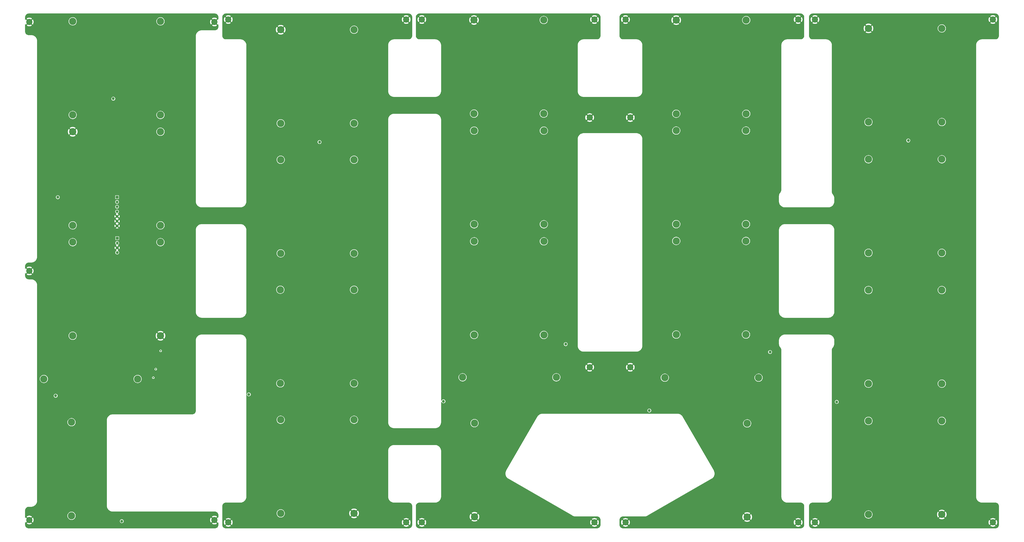
<source format=gbr>
%TF.GenerationSoftware,KiCad,Pcbnew,9.0.1*%
%TF.CreationDate,2025-04-05T22:38:14-07:00*%
%TF.ProjectId,FlexDeploySidePanels,466c6578-4465-4706-9c6f-795369646550,3.2*%
%TF.SameCoordinates,Original*%
%TF.FileFunction,Copper,L2,Inr*%
%TF.FilePolarity,Positive*%
%FSLAX46Y46*%
G04 Gerber Fmt 4.6, Leading zero omitted, Abs format (unit mm)*
G04 Created by KiCad (PCBNEW 9.0.1) date 2025-04-05 22:38:14*
%MOMM*%
%LPD*%
G01*
G04 APERTURE LIST*
%TA.AperFunction,ComponentPad*%
%ADD10C,3.000000*%
%TD*%
%TA.AperFunction,ComponentPad*%
%ADD11R,1.150000X1.150000*%
%TD*%
%TA.AperFunction,ComponentPad*%
%ADD12C,1.150000*%
%TD*%
%TA.AperFunction,ComponentPad*%
%ADD13C,2.600000*%
%TD*%
%TA.AperFunction,ViaPad*%
%ADD14C,0.600000*%
%TD*%
%TA.AperFunction,ViaPad*%
%ADD15C,1.200000*%
%TD*%
G04 APERTURE END LIST*
D10*
%TO.N,GND*%
%TO.C,SC1*%
X471950000Y-308454797D03*
%TO.N,Net-(D1-C)*%
X471950000Y-269454797D03*
%TD*%
%TO.N,Net-(D21-A)*%
%TO.C,SC21*%
X306400000Y-141450000D03*
%TO.N,Net-(D21-C)*%
X306400000Y-102450000D03*
%TD*%
%TO.N,Net-(D38-A)*%
%TO.C,SC38*%
X147000000Y-141999000D03*
%TO.N,Net-(D37-A)*%
X147000000Y-102999000D03*
%TD*%
D11*
%TO.N,DEP SENSE*%
%TO.C,J1*%
X128950000Y-176249999D03*
D12*
%TO.N,VSOLAR*%
X128950000Y-178250000D03*
X128950000Y-180249999D03*
X128950000Y-182250000D03*
%TO.N,GND*%
X128950000Y-184249998D03*
X128950000Y-186249999D03*
X128950000Y-188249998D03*
%TD*%
D10*
%TO.N,Net-(D18-A)*%
%TO.C,SC18*%
X277450000Y-194650000D03*
%TO.N,Net-(D17-A)*%
X277450000Y-233650000D03*
%TD*%
%TO.N,Net-(D13-A)*%
%TO.C,SC13*%
X390600000Y-141500000D03*
%TO.N,Net-(D13-C)*%
X390600000Y-102500000D03*
%TD*%
D13*
%TO.N,GND*%
%TO.C,H18*%
X169450000Y-103250000D03*
%TD*%
D10*
%TO.N,Net-(D17-A)*%
%TO.C,SC17*%
X272650000Y-251300000D03*
%TO.N,Net-(D17-C)*%
X311650000Y-251300000D03*
%TD*%
%TO.N,Net-(D11-A)*%
%TO.C,SC11*%
X361500000Y-148500000D03*
%TO.N,Net-(D10-A)*%
X361500000Y-187500000D03*
%TD*%
%TO.N,Net-(D25-A)*%
%TO.C,SC25*%
X197000000Y-269000000D03*
%TO.N,Net-(D25-C)*%
X197000000Y-308000000D03*
%TD*%
D13*
%TO.N,GND*%
%TO.C,H21*%
X92450000Y-310750000D03*
%TD*%
D10*
%TO.N,Net-(D34-A)*%
%TO.C,SC34*%
X98500000Y-252000000D03*
%TO.N,Net-(D33-A)*%
X137500000Y-252000000D03*
%TD*%
D13*
%TO.N,GND*%
%TO.C,H8*%
X340400000Y-311750000D03*
%TD*%
D10*
%TO.N,GND*%
%TO.C,SC20*%
X277400000Y-102450000D03*
%TO.N,Net-(D19-A)*%
X277400000Y-141450000D03*
%TD*%
%TO.N,Net-(D5-C)*%
%TO.C,SC6*%
X441450000Y-160454797D03*
%TO.N,Net-(D6-C)*%
X441450000Y-199454797D03*
%TD*%
%TO.N,Net-(D10-A)*%
%TO.C,SC10*%
X361500000Y-194500000D03*
%TO.N,Net-(D10-C)*%
X361500000Y-233500000D03*
%TD*%
D13*
%TO.N,GND*%
%TO.C,H1*%
X493200000Y-311750000D03*
%TD*%
D10*
%TO.N,Net-(D30-A)*%
%TO.C,SC30*%
X227500000Y-199666666D03*
%TO.N,Net-(D29-A)*%
X227500000Y-160666666D03*
%TD*%
D13*
%TO.N,GND*%
%TO.C,H9*%
X327500000Y-311750000D03*
%TD*%
%TO.N,GND*%
%TO.C,H5*%
X412200000Y-311750000D03*
%TD*%
%TO.N,GND*%
%TO.C,H7*%
X340400000Y-102250000D03*
%TD*%
%TO.N,GND*%
%TO.C,H24*%
X342400000Y-247100000D03*
%TD*%
D10*
%TO.N,GND*%
%TO.C,SC16*%
X391000000Y-309510000D03*
%TO.N,Net-(D15-A)*%
X391000000Y-270510000D03*
%TD*%
D13*
%TO.N,GND*%
%TO.C,H16*%
X175200000Y-311750000D03*
%TD*%
D10*
%TO.N,Net-(D10-C)*%
%TO.C,SC9*%
X395750000Y-251460000D03*
%TO.N,Net-(D43-A)*%
X356750000Y-251460000D03*
%TD*%
D13*
%TO.N,GND*%
%TO.C,H14*%
X249200000Y-102250000D03*
%TD*%
D10*
%TO.N,Net-(D26-A)*%
%TO.C,SC26*%
X196850000Y-214833332D03*
%TO.N,Net-(D25-A)*%
X196850000Y-253833332D03*
%TD*%
D13*
%TO.N,GND*%
%TO.C,H6*%
X412200000Y-102250000D03*
%TD*%
%TO.N,GND*%
%TO.C,H22*%
X342400000Y-143100000D03*
%TD*%
%TO.N,GND*%
%TO.C,H13*%
X249200000Y-311750000D03*
%TD*%
%TO.N,GND*%
%TO.C,H19*%
X92456000Y-103251000D03*
%TD*%
D10*
%TO.N,Net-(D6-C)*%
%TO.C,SC7*%
X441450000Y-214954797D03*
%TO.N,Net-(D7-C)*%
X441450000Y-253954797D03*
%TD*%
D13*
%TO.N,GND*%
%TO.C,H25*%
X325500000Y-247100000D03*
%TD*%
D10*
%TO.N,Net-(D14-A)*%
%TO.C,SC14*%
X390500000Y-187500000D03*
%TO.N,Net-(D13-A)*%
X390500000Y-148500000D03*
%TD*%
D11*
%TO.N,/OUT2*%
%TO.C,J4*%
X129000000Y-193350000D03*
D12*
%TO.N,/OUT1*%
X129000000Y-195350000D03*
%TO.N,GND*%
X129000000Y-197350000D03*
%TO.N,/3V3*%
X129000000Y-199350000D03*
%TD*%
D13*
%TO.N,GND*%
%TO.C,H4*%
X419220000Y-311750000D03*
%TD*%
D10*
%TO.N,Net-(D37-A)*%
%TO.C,SC37*%
X110500000Y-103000000D03*
%TO.N,Net-(D37-C)*%
X110500000Y-142000000D03*
%TD*%
%TO.N,Net-(D39-A)*%
%TO.C,SC39*%
X147000000Y-188000000D03*
%TO.N,Net-(D38-A)*%
X147000000Y-149000000D03*
%TD*%
%TO.N,Net-(D35-A)*%
%TO.C,SC35*%
X110500000Y-195000000D03*
%TO.N,Net-(D34-A)*%
X110500000Y-234000000D03*
%TD*%
D13*
%TO.N,GND*%
%TO.C,H23*%
X325500000Y-143100000D03*
%TD*%
D10*
%TO.N,Net-(D15-A)*%
%TO.C,SC15*%
X390500000Y-233500000D03*
%TO.N,Net-(D14-A)*%
X390500000Y-194500000D03*
%TD*%
%TO.N,GND*%
%TO.C,SC28*%
X197000000Y-106500000D03*
%TO.N,Net-(D27-A)*%
X197000000Y-145500000D03*
%TD*%
%TO.N,Net-(D2-C)*%
%TO.C,SC3*%
X471950000Y-199454797D03*
%TO.N,Net-(D3-C)*%
X471950000Y-160454797D03*
%TD*%
%TO.N,GND*%
%TO.C,SC32*%
X227500000Y-308000000D03*
%TO.N,Net-(D31-A)*%
X227500000Y-269000000D03*
%TD*%
D13*
%TO.N,GND*%
%TO.C,H15*%
X175200000Y-102250000D03*
%TD*%
D10*
%TO.N,Net-(D31-A)*%
%TO.C,SC31*%
X227500000Y-253833332D03*
%TO.N,Net-(D30-A)*%
X227500000Y-214833332D03*
%TD*%
%TO.N,GND*%
%TO.C,SC5*%
X441450000Y-105954797D03*
%TO.N,Net-(D5-C)*%
X441450000Y-144954797D03*
%TD*%
D13*
%TO.N,GND*%
%TO.C,H12*%
X255700000Y-311750000D03*
%TD*%
D10*
%TO.N,Net-(D19-A)*%
%TO.C,SC19*%
X277450000Y-148550000D03*
%TO.N,Net-(D18-A)*%
X277450000Y-187550000D03*
%TD*%
%TO.N,Net-(D22-A)*%
%TO.C,SC22*%
X306450000Y-187550000D03*
%TO.N,Net-(D21-A)*%
X306450000Y-148550000D03*
%TD*%
D13*
%TO.N,GND*%
%TO.C,H17*%
X169450000Y-310769000D03*
%TD*%
D10*
%TO.N,GND*%
%TO.C,SC12*%
X361500000Y-102500000D03*
%TO.N,Net-(D11-A)*%
X361500000Y-141500000D03*
%TD*%
D13*
%TO.N,GND*%
%TO.C,H3*%
X419200000Y-102250000D03*
%TD*%
D10*
%TO.N,Net-(D7-C)*%
%TO.C,SC8*%
X441450000Y-269454797D03*
%TO.N,Net-(D45-A)*%
X441450000Y-308454797D03*
%TD*%
D13*
%TO.N,GND*%
%TO.C,H2*%
X493200000Y-102250000D03*
%TD*%
D10*
%TO.N,Net-(D33-A)*%
%TO.C,SC33*%
X110000000Y-270000000D03*
%TO.N,Net-(D33-C)*%
X110000000Y-309000000D03*
%TD*%
%TO.N,GND*%
%TO.C,SC24*%
X277600000Y-309400000D03*
%TO.N,Net-(D23-A)*%
X277600000Y-270400000D03*
%TD*%
%TO.N,Net-(D3-C)*%
%TO.C,SC4*%
X471950000Y-144954797D03*
%TO.N,Net-(D4-C)*%
X471950000Y-105954797D03*
%TD*%
%TO.N,GND*%
%TO.C,SC36*%
X110500000Y-149000000D03*
%TO.N,Net-(D35-A)*%
X110500000Y-188000000D03*
%TD*%
D13*
%TO.N,GND*%
%TO.C,H11*%
X255700000Y-102250000D03*
%TD*%
%TO.N,GND*%
%TO.C,H10*%
X327500000Y-102250000D03*
%TD*%
D10*
%TO.N,Net-(D23-A)*%
%TO.C,SC23*%
X306450000Y-233650000D03*
%TO.N,Net-(D22-A)*%
X306450000Y-194650000D03*
%TD*%
%TO.N,Net-(D1-C)*%
%TO.C,SC2*%
X471950000Y-253954797D03*
%TO.N,Net-(D2-C)*%
X471950000Y-214954797D03*
%TD*%
%TO.N,GND*%
%TO.C,SC40*%
X147000000Y-234000000D03*
%TO.N,Net-(D39-A)*%
X147000000Y-195000000D03*
%TD*%
%TO.N,Net-(D27-A)*%
%TO.C,SC27*%
X197000000Y-160666666D03*
%TO.N,Net-(D26-A)*%
X197000000Y-199666666D03*
%TD*%
D13*
%TO.N,GND*%
%TO.C,H20*%
X92450000Y-207000000D03*
%TD*%
D10*
%TO.N,Net-(D29-A)*%
%TO.C,SC29*%
X227500000Y-145500000D03*
%TO.N,Net-(D29-C)*%
X227500000Y-106500000D03*
%TD*%
D14*
%TO.N,GND*%
X153416000Y-249428000D03*
D15*
X352660000Y-237550000D03*
D14*
X153670000Y-255778000D03*
X149860000Y-253746000D03*
X149860000Y-252730000D03*
D15*
X319380000Y-261070000D03*
D14*
X149860000Y-251714000D03*
D15*
X268380000Y-242540000D03*
%TO.N,VSOLAR*%
X350300000Y-265150000D03*
X183750000Y-258450000D03*
X130900000Y-311250000D03*
X315530000Y-237490000D03*
X458000000Y-152650000D03*
X127375000Y-135225000D03*
X213150000Y-153300000D03*
X264700000Y-261300000D03*
X428250000Y-261550000D03*
X400525000Y-240775000D03*
%TO.N,DEP SENSE*%
X103400000Y-259000000D03*
X104300000Y-176276000D03*
D14*
%TO.N,/OUT1*%
X144018000Y-251460000D03*
%TO.N,/OUT2*%
X147066000Y-240284000D03*
%TO.N,/3V3*%
X145034000Y-247904000D03*
%TD*%
%TA.AperFunction,Conductor*%
%TO.N,GND*%
G36*
X169604418Y-99750816D02*
G01*
X169804561Y-99765130D01*
X169822063Y-99767647D01*
X170013797Y-99809355D01*
X170030755Y-99814334D01*
X170214609Y-99882909D01*
X170230701Y-99890259D01*
X170402904Y-99984288D01*
X170417784Y-99993849D01*
X170574867Y-100111441D01*
X170588237Y-100123027D01*
X170726972Y-100261762D01*
X170738558Y-100275132D01*
X170856146Y-100432210D01*
X170865711Y-100447095D01*
X170959740Y-100619298D01*
X170967090Y-100635390D01*
X171035662Y-100819236D01*
X171040646Y-100836212D01*
X171082351Y-101027931D01*
X171084869Y-101045442D01*
X171099184Y-101245580D01*
X171099500Y-101254427D01*
X171099500Y-102077060D01*
X171079815Y-102144099D01*
X171027011Y-102189854D01*
X170957853Y-102199798D01*
X170894297Y-102170773D01*
X170889675Y-102165958D01*
X170887704Y-102165847D01*
X170386289Y-102667261D01*
X170289033Y-102533398D01*
X170166602Y-102410967D01*
X170032737Y-102313709D01*
X170535150Y-101811296D01*
X170352517Y-101686779D01*
X170352516Y-101686778D01*
X170109460Y-101569730D01*
X170109462Y-101569730D01*
X169851662Y-101490209D01*
X169851656Y-101490207D01*
X169584898Y-101450000D01*
X169315101Y-101450000D01*
X169048343Y-101490207D01*
X169048337Y-101490209D01*
X168790538Y-101569730D01*
X168547485Y-101686778D01*
X168547476Y-101686783D01*
X168364848Y-101811296D01*
X168867262Y-102313709D01*
X168733398Y-102410967D01*
X168610967Y-102533398D01*
X168513709Y-102667262D01*
X168012295Y-102165848D01*
X167958600Y-102233180D01*
X167823709Y-102466818D01*
X167725148Y-102717947D01*
X167725142Y-102717966D01*
X167665113Y-102980971D01*
X167665113Y-102980973D01*
X167644953Y-103249995D01*
X167644953Y-103250004D01*
X167665113Y-103519026D01*
X167665113Y-103519028D01*
X167725142Y-103782033D01*
X167725148Y-103782052D01*
X167823709Y-104033181D01*
X167823708Y-104033181D01*
X167958602Y-104266822D01*
X168012294Y-104334151D01*
X168513708Y-103832736D01*
X168610967Y-103966602D01*
X168733398Y-104089033D01*
X168867261Y-104186289D01*
X168364848Y-104688702D01*
X168547483Y-104813220D01*
X168547485Y-104813221D01*
X168790539Y-104930269D01*
X168790537Y-104930269D01*
X169048337Y-105009790D01*
X169048343Y-105009792D01*
X169315101Y-105049999D01*
X169315110Y-105050000D01*
X169584890Y-105050000D01*
X169584898Y-105049999D01*
X169851656Y-105009792D01*
X169851662Y-105009790D01*
X170109461Y-104930269D01*
X170352521Y-104813218D01*
X170535150Y-104688702D01*
X170032737Y-104186290D01*
X170166602Y-104089033D01*
X170289033Y-103966602D01*
X170386290Y-103832738D01*
X170887703Y-104334151D01*
X170895525Y-104333711D01*
X170935741Y-104305485D01*
X171005553Y-104302635D01*
X171065823Y-104337980D01*
X171097416Y-104400299D01*
X171099500Y-104422938D01*
X171099500Y-105245572D01*
X171099184Y-105254419D01*
X171084869Y-105454557D01*
X171082351Y-105472068D01*
X171040646Y-105663787D01*
X171035662Y-105680763D01*
X170967090Y-105864609D01*
X170959740Y-105880701D01*
X170865711Y-106052904D01*
X170856146Y-106067789D01*
X170738558Y-106224867D01*
X170726972Y-106238237D01*
X170588237Y-106376972D01*
X170574867Y-106388558D01*
X170417789Y-106506146D01*
X170402904Y-106515711D01*
X170230701Y-106609740D01*
X170214609Y-106617090D01*
X170030763Y-106685662D01*
X170013787Y-106690646D01*
X169822068Y-106732351D01*
X169804557Y-106734869D01*
X169623779Y-106747799D01*
X169604417Y-106749184D01*
X169595572Y-106749500D01*
X164048746Y-106749500D01*
X163898598Y-106767731D01*
X163748449Y-106785963D01*
X163629602Y-106815255D01*
X163454727Y-106858358D01*
X163171882Y-106965628D01*
X162904035Y-107106206D01*
X162904026Y-107106212D01*
X162655078Y-107278047D01*
X162655072Y-107278052D01*
X162428648Y-107478646D01*
X162428646Y-107478648D01*
X162228052Y-107705072D01*
X162228047Y-107705078D01*
X162056212Y-107954026D01*
X162056206Y-107954035D01*
X161915628Y-108221882D01*
X161808358Y-108504727D01*
X161782475Y-108609740D01*
X161735963Y-108798449D01*
X161728689Y-108858357D01*
X161708898Y-109021352D01*
X161699500Y-109098748D01*
X161699500Y-109184108D01*
X161699500Y-177934108D01*
X161699500Y-178000000D01*
X161699500Y-178151252D01*
X161735963Y-178451551D01*
X161769744Y-178588606D01*
X161808358Y-178745272D01*
X161915628Y-179028117D01*
X162056206Y-179295964D01*
X162056212Y-179295973D01*
X162228047Y-179544921D01*
X162228052Y-179544927D01*
X162428646Y-179771351D01*
X162428648Y-179771353D01*
X162655072Y-179971947D01*
X162655078Y-179971952D01*
X162904026Y-180143787D01*
X162904035Y-180143793D01*
X163171882Y-180284371D01*
X163454727Y-180391641D01*
X163454731Y-180391642D01*
X163454734Y-180391643D01*
X163748449Y-180464037D01*
X163999661Y-180494539D01*
X164048746Y-180500500D01*
X164048748Y-180500500D01*
X180351254Y-180500500D01*
X180396630Y-180494990D01*
X180651551Y-180464037D01*
X180945266Y-180391643D01*
X180945269Y-180391641D01*
X180945272Y-180391641D01*
X181048007Y-180352678D01*
X181228113Y-180284373D01*
X181495967Y-180143792D01*
X181744924Y-179971950D01*
X181971352Y-179771352D01*
X181978377Y-179763423D01*
X182087851Y-179639852D01*
X182171950Y-179544924D01*
X182343792Y-179295967D01*
X182484373Y-179028113D01*
X182591643Y-178745266D01*
X182664037Y-178451551D01*
X182700500Y-178151252D01*
X182700500Y-178000000D01*
X182700500Y-177934108D01*
X182700500Y-160666661D01*
X195294732Y-160666661D01*
X195294732Y-160666670D01*
X195313777Y-160920820D01*
X195322132Y-160957427D01*
X195370492Y-161169303D01*
X195463607Y-161406554D01*
X195591041Y-161627278D01*
X195749950Y-161826543D01*
X195936783Y-161999898D01*
X196147366Y-162143471D01*
X196147371Y-162143473D01*
X196147372Y-162143474D01*
X196147373Y-162143475D01*
X196269328Y-162202204D01*
X196376992Y-162254053D01*
X196376993Y-162254053D01*
X196376996Y-162254055D01*
X196620542Y-162329179D01*
X196872565Y-162367166D01*
X197127435Y-162367166D01*
X197379458Y-162329179D01*
X197623004Y-162254055D01*
X197852634Y-162143471D01*
X198063217Y-161999898D01*
X198250050Y-161826543D01*
X198408959Y-161627278D01*
X198536393Y-161406554D01*
X198629508Y-161169303D01*
X198686222Y-160920823D01*
X198705268Y-160666666D01*
X198705268Y-160666661D01*
X225794732Y-160666661D01*
X225794732Y-160666670D01*
X225813777Y-160920820D01*
X225822132Y-160957427D01*
X225870492Y-161169303D01*
X225963607Y-161406554D01*
X226091041Y-161627278D01*
X226249950Y-161826543D01*
X226436783Y-161999898D01*
X226647366Y-162143471D01*
X226647371Y-162143473D01*
X226647372Y-162143474D01*
X226647373Y-162143475D01*
X226769328Y-162202204D01*
X226876992Y-162254053D01*
X226876993Y-162254053D01*
X226876996Y-162254055D01*
X227120542Y-162329179D01*
X227372565Y-162367166D01*
X227627435Y-162367166D01*
X227879458Y-162329179D01*
X228123004Y-162254055D01*
X228352634Y-162143471D01*
X228563217Y-161999898D01*
X228750050Y-161826543D01*
X228908959Y-161627278D01*
X229036393Y-161406554D01*
X229129508Y-161169303D01*
X229186222Y-160920823D01*
X229205268Y-160666666D01*
X229186222Y-160412509D01*
X229129508Y-160164029D01*
X229036393Y-159926778D01*
X228908959Y-159706054D01*
X228750050Y-159506789D01*
X228563217Y-159333434D01*
X228352634Y-159189861D01*
X228352630Y-159189859D01*
X228352627Y-159189857D01*
X228352626Y-159189856D01*
X228123006Y-159079278D01*
X228123008Y-159079278D01*
X227879466Y-159004155D01*
X227879462Y-159004154D01*
X227879458Y-159004153D01*
X227758231Y-158985880D01*
X227627440Y-158966166D01*
X227627435Y-158966166D01*
X227372565Y-158966166D01*
X227372559Y-158966166D01*
X227215609Y-158989823D01*
X227120542Y-159004153D01*
X227120539Y-159004154D01*
X227120533Y-159004155D01*
X226876992Y-159079278D01*
X226647373Y-159189856D01*
X226647372Y-159189857D01*
X226436782Y-159333434D01*
X226249952Y-159506787D01*
X226249950Y-159506789D01*
X226091041Y-159706054D01*
X225963608Y-159926775D01*
X225870492Y-160164028D01*
X225870490Y-160164035D01*
X225813777Y-160412511D01*
X225794732Y-160666661D01*
X198705268Y-160666661D01*
X198686222Y-160412509D01*
X198629508Y-160164029D01*
X198536393Y-159926778D01*
X198408959Y-159706054D01*
X198250050Y-159506789D01*
X198063217Y-159333434D01*
X197852634Y-159189861D01*
X197852630Y-159189859D01*
X197852627Y-159189857D01*
X197852626Y-159189856D01*
X197623006Y-159079278D01*
X197623008Y-159079278D01*
X197379466Y-159004155D01*
X197379462Y-159004154D01*
X197379458Y-159004153D01*
X197258231Y-158985880D01*
X197127440Y-158966166D01*
X197127435Y-158966166D01*
X196872565Y-158966166D01*
X196872559Y-158966166D01*
X196715609Y-158989823D01*
X196620542Y-159004153D01*
X196620539Y-159004154D01*
X196620533Y-159004155D01*
X196376992Y-159079278D01*
X196147373Y-159189856D01*
X196147372Y-159189857D01*
X195936782Y-159333434D01*
X195749952Y-159506787D01*
X195749950Y-159506789D01*
X195591041Y-159706054D01*
X195463608Y-159926775D01*
X195370492Y-160164028D01*
X195370490Y-160164035D01*
X195313777Y-160412511D01*
X195294732Y-160666661D01*
X182700500Y-160666661D01*
X182700500Y-153299996D01*
X212344435Y-153299996D01*
X212344435Y-153300003D01*
X212364630Y-153479249D01*
X212364631Y-153479254D01*
X212424211Y-153649523D01*
X212520184Y-153802262D01*
X212647738Y-153929816D01*
X212800478Y-154025789D01*
X212970745Y-154085368D01*
X212970750Y-154085369D01*
X213149996Y-154105565D01*
X213150000Y-154105565D01*
X213150004Y-154105565D01*
X213329249Y-154085369D01*
X213329252Y-154085368D01*
X213329255Y-154085368D01*
X213499522Y-154025789D01*
X213652262Y-153929816D01*
X213779816Y-153802262D01*
X213875789Y-153649522D01*
X213935368Y-153479255D01*
X213935369Y-153479249D01*
X213955565Y-153300003D01*
X213955565Y-153299996D01*
X213935369Y-153120750D01*
X213935368Y-153120745D01*
X213875789Y-152950478D01*
X213779816Y-152797738D01*
X213652262Y-152670184D01*
X213620144Y-152650003D01*
X213499523Y-152574211D01*
X213329254Y-152514631D01*
X213329249Y-152514630D01*
X213150004Y-152494435D01*
X213149996Y-152494435D01*
X212970750Y-152514630D01*
X212970745Y-152514631D01*
X212800476Y-152574211D01*
X212647737Y-152670184D01*
X212520184Y-152797737D01*
X212424211Y-152950476D01*
X212364631Y-153120745D01*
X212364630Y-153120750D01*
X212344435Y-153299996D01*
X182700500Y-153299996D01*
X182700500Y-145499995D01*
X195294732Y-145499995D01*
X195294732Y-145500004D01*
X195313777Y-145754154D01*
X195350582Y-145915409D01*
X195370492Y-146002637D01*
X195463607Y-146239888D01*
X195591041Y-146460612D01*
X195749950Y-146659877D01*
X195936783Y-146833232D01*
X196147366Y-146976805D01*
X196147371Y-146976807D01*
X196147372Y-146976808D01*
X196147373Y-146976809D01*
X196243696Y-147023195D01*
X196376992Y-147087387D01*
X196376993Y-147087387D01*
X196376996Y-147087389D01*
X196620542Y-147162513D01*
X196872565Y-147200500D01*
X197127435Y-147200500D01*
X197379458Y-147162513D01*
X197623004Y-147087389D01*
X197852634Y-146976805D01*
X198063217Y-146833232D01*
X198250050Y-146659877D01*
X198408959Y-146460612D01*
X198536393Y-146239888D01*
X198629508Y-146002637D01*
X198686222Y-145754157D01*
X198705268Y-145500000D01*
X198705268Y-145499995D01*
X225794732Y-145499995D01*
X225794732Y-145500004D01*
X225813777Y-145754154D01*
X225850582Y-145915409D01*
X225870492Y-146002637D01*
X225963607Y-146239888D01*
X226091041Y-146460612D01*
X226249950Y-146659877D01*
X226436783Y-146833232D01*
X226647366Y-146976805D01*
X226647371Y-146976807D01*
X226647372Y-146976808D01*
X226647373Y-146976809D01*
X226743696Y-147023195D01*
X226876992Y-147087387D01*
X226876993Y-147087387D01*
X226876996Y-147087389D01*
X227120542Y-147162513D01*
X227372565Y-147200500D01*
X227627435Y-147200500D01*
X227879458Y-147162513D01*
X228123004Y-147087389D01*
X228352634Y-146976805D01*
X228563217Y-146833232D01*
X228750050Y-146659877D01*
X228908959Y-146460612D01*
X229036393Y-146239888D01*
X229129508Y-146002637D01*
X229186222Y-145754157D01*
X229205268Y-145500000D01*
X229186222Y-145245843D01*
X229129508Y-144997363D01*
X229036393Y-144760112D01*
X228908959Y-144539388D01*
X228750050Y-144340123D01*
X228563217Y-144166768D01*
X228352634Y-144023195D01*
X228352630Y-144023193D01*
X228352627Y-144023191D01*
X228352626Y-144023190D01*
X228123006Y-143912612D01*
X228123008Y-143912612D01*
X227915967Y-143848748D01*
X241699500Y-143848748D01*
X241699500Y-143934108D01*
X241699500Y-269934108D01*
X241699500Y-270000000D01*
X241699500Y-270151252D01*
X241735963Y-270451551D01*
X241769444Y-270587389D01*
X241808358Y-270745272D01*
X241915628Y-271028117D01*
X242056206Y-271295964D01*
X242056212Y-271295973D01*
X242228047Y-271544921D01*
X242228052Y-271544927D01*
X242428646Y-271771351D01*
X242428648Y-271771353D01*
X242655072Y-271971947D01*
X242655078Y-271971952D01*
X242904026Y-272143787D01*
X242904035Y-272143793D01*
X243171882Y-272284371D01*
X243454727Y-272391641D01*
X243454731Y-272391642D01*
X243454734Y-272391643D01*
X243748449Y-272464037D01*
X243999661Y-272494539D01*
X244048746Y-272500500D01*
X244048748Y-272500500D01*
X261351254Y-272500500D01*
X261396630Y-272494990D01*
X261651551Y-272464037D01*
X261945266Y-272391643D01*
X261945269Y-272391641D01*
X261945272Y-272391641D01*
X262048007Y-272352678D01*
X262228113Y-272284373D01*
X262495967Y-272143792D01*
X262744924Y-271971950D01*
X262971352Y-271771352D01*
X263171950Y-271544924D01*
X263343792Y-271295967D01*
X263484373Y-271028113D01*
X263575425Y-270788029D01*
X263591641Y-270745272D01*
X263591641Y-270745269D01*
X263591643Y-270745266D01*
X263664037Y-270451551D01*
X263670297Y-270399995D01*
X275894732Y-270399995D01*
X275894732Y-270400004D01*
X275913777Y-270654154D01*
X275938884Y-270764157D01*
X275970492Y-270902637D01*
X276025261Y-271042186D01*
X276063608Y-271139890D01*
X276075148Y-271159878D01*
X276191041Y-271360612D01*
X276349950Y-271559877D01*
X276536783Y-271733232D01*
X276747366Y-271876805D01*
X276747371Y-271876807D01*
X276747372Y-271876808D01*
X276747373Y-271876809D01*
X276869328Y-271935538D01*
X276976992Y-271987387D01*
X276976993Y-271987387D01*
X276976996Y-271987389D01*
X277220542Y-272062513D01*
X277472565Y-272100500D01*
X277727435Y-272100500D01*
X277979458Y-272062513D01*
X278223004Y-271987389D01*
X278452634Y-271876805D01*
X278663217Y-271733232D01*
X278850050Y-271559877D01*
X279008959Y-271360612D01*
X279136393Y-271139888D01*
X279229508Y-270902637D01*
X279286222Y-270654157D01*
X279299512Y-270476808D01*
X279305268Y-270400004D01*
X279305268Y-270399995D01*
X279287274Y-270159877D01*
X279286222Y-270145843D01*
X279229508Y-269897363D01*
X279136393Y-269660112D01*
X279008959Y-269439388D01*
X278850050Y-269240123D01*
X278663217Y-269066768D01*
X278452634Y-268923195D01*
X278452630Y-268923193D01*
X278452627Y-268923191D01*
X278452626Y-268923190D01*
X278223006Y-268812612D01*
X278223008Y-268812612D01*
X277979466Y-268737489D01*
X277979462Y-268737488D01*
X277979458Y-268737487D01*
X277858231Y-268719214D01*
X277727440Y-268699500D01*
X277727435Y-268699500D01*
X277472565Y-268699500D01*
X277472559Y-268699500D01*
X277315609Y-268723157D01*
X277220542Y-268737487D01*
X277220539Y-268737488D01*
X277220533Y-268737489D01*
X276976992Y-268812612D01*
X276747373Y-268923190D01*
X276747372Y-268923191D01*
X276536782Y-269066768D01*
X276349952Y-269240121D01*
X276349950Y-269240123D01*
X276191041Y-269439388D01*
X276063608Y-269660109D01*
X275970492Y-269897362D01*
X275970490Y-269897369D01*
X275913777Y-270145845D01*
X275894732Y-270399995D01*
X263670297Y-270399995D01*
X263700500Y-270151252D01*
X263700500Y-270000000D01*
X263700500Y-269934108D01*
X263700500Y-265149996D01*
X349494435Y-265149996D01*
X349494435Y-265150003D01*
X349514630Y-265329249D01*
X349514631Y-265329254D01*
X349574211Y-265499523D01*
X349670184Y-265652262D01*
X349797738Y-265779816D01*
X349950478Y-265875789D01*
X349964516Y-265880701D01*
X350120745Y-265935368D01*
X350120750Y-265935369D01*
X350299996Y-265955565D01*
X350300000Y-265955565D01*
X350300004Y-265955565D01*
X350479249Y-265935369D01*
X350479252Y-265935368D01*
X350479255Y-265935368D01*
X350649522Y-265875789D01*
X350802262Y-265779816D01*
X350929816Y-265652262D01*
X351025789Y-265499522D01*
X351085368Y-265329255D01*
X351105565Y-265150000D01*
X351085368Y-264970745D01*
X351025789Y-264800478D01*
X350929816Y-264647738D01*
X350802262Y-264520184D01*
X350649523Y-264424211D01*
X350479254Y-264364631D01*
X350479249Y-264364630D01*
X350300004Y-264344435D01*
X350299996Y-264344435D01*
X350120750Y-264364630D01*
X350120745Y-264364631D01*
X349950476Y-264424211D01*
X349797737Y-264520184D01*
X349670184Y-264647737D01*
X349574211Y-264800476D01*
X349514631Y-264970745D01*
X349514630Y-264970750D01*
X349494435Y-265149996D01*
X263700500Y-265149996D01*
X263700500Y-261597114D01*
X263720185Y-261530075D01*
X263772989Y-261484320D01*
X263842147Y-261474376D01*
X263905703Y-261503401D01*
X263941542Y-261556160D01*
X263974210Y-261649521D01*
X264070184Y-261802262D01*
X264197738Y-261929816D01*
X264350478Y-262025789D01*
X264520745Y-262085368D01*
X264520750Y-262085369D01*
X264699996Y-262105565D01*
X264700000Y-262105565D01*
X264700004Y-262105565D01*
X264879249Y-262085369D01*
X264879252Y-262085368D01*
X264879255Y-262085368D01*
X265049522Y-262025789D01*
X265202262Y-261929816D01*
X265329816Y-261802262D01*
X265425789Y-261649522D01*
X265485368Y-261479255D01*
X265485918Y-261474376D01*
X265505565Y-261300003D01*
X265505565Y-261299996D01*
X265485369Y-261120750D01*
X265485368Y-261120745D01*
X265444127Y-261002885D01*
X265425789Y-260950478D01*
X265329816Y-260797738D01*
X265202262Y-260670184D01*
X265049523Y-260574211D01*
X264879254Y-260514631D01*
X264879249Y-260514630D01*
X264700004Y-260494435D01*
X264699996Y-260494435D01*
X264520750Y-260514630D01*
X264520745Y-260514631D01*
X264350476Y-260574211D01*
X264197737Y-260670184D01*
X264070184Y-260797737D01*
X263974209Y-260950480D01*
X263941541Y-261043840D01*
X263900820Y-261100616D01*
X263835867Y-261126363D01*
X263767305Y-261112907D01*
X263716903Y-261064519D01*
X263700500Y-261002885D01*
X263700500Y-251299995D01*
X270944732Y-251299995D01*
X270944732Y-251300004D01*
X270963777Y-251554154D01*
X271007529Y-251745845D01*
X271020492Y-251802637D01*
X271113607Y-252039888D01*
X271241041Y-252260612D01*
X271399950Y-252459877D01*
X271586783Y-252633232D01*
X271797366Y-252776805D01*
X271797371Y-252776807D01*
X271797372Y-252776808D01*
X271797373Y-252776809D01*
X271919328Y-252835538D01*
X272026992Y-252887387D01*
X272026993Y-252887387D01*
X272026996Y-252887389D01*
X272270542Y-252962513D01*
X272522565Y-253000500D01*
X272777435Y-253000500D01*
X273029458Y-252962513D01*
X273273004Y-252887389D01*
X273502634Y-252776805D01*
X273713217Y-252633232D01*
X273900050Y-252459877D01*
X274058959Y-252260612D01*
X274186393Y-252039888D01*
X274279508Y-251802637D01*
X274336222Y-251554157D01*
X274344384Y-251445232D01*
X274355268Y-251300004D01*
X274355268Y-251299995D01*
X309944732Y-251299995D01*
X309944732Y-251300004D01*
X309963777Y-251554154D01*
X310007529Y-251745845D01*
X310020492Y-251802637D01*
X310113607Y-252039888D01*
X310241041Y-252260612D01*
X310399950Y-252459877D01*
X310586783Y-252633232D01*
X310797366Y-252776805D01*
X310797371Y-252776807D01*
X310797372Y-252776808D01*
X310797373Y-252776809D01*
X310919328Y-252835538D01*
X311026992Y-252887387D01*
X311026993Y-252887387D01*
X311026996Y-252887389D01*
X311270542Y-252962513D01*
X311522565Y-253000500D01*
X311777435Y-253000500D01*
X312029458Y-252962513D01*
X312273004Y-252887389D01*
X312502634Y-252776805D01*
X312713217Y-252633232D01*
X312900050Y-252459877D01*
X313058959Y-252260612D01*
X313186393Y-252039888D01*
X313279508Y-251802637D01*
X313336222Y-251554157D01*
X313343278Y-251459995D01*
X355044732Y-251459995D01*
X355044732Y-251460004D01*
X355063777Y-251714154D01*
X355110749Y-251919954D01*
X355120492Y-251962637D01*
X355213607Y-252199888D01*
X355341041Y-252420612D01*
X355499950Y-252619877D01*
X355686783Y-252793232D01*
X355897366Y-252936805D01*
X355897371Y-252936807D01*
X355897372Y-252936808D01*
X355897373Y-252936809D01*
X356016517Y-252994185D01*
X356126992Y-253047387D01*
X356126993Y-253047387D01*
X356126996Y-253047389D01*
X356370542Y-253122513D01*
X356622565Y-253160500D01*
X356877435Y-253160500D01*
X357129458Y-253122513D01*
X357373004Y-253047389D01*
X357602634Y-252936805D01*
X357813217Y-252793232D01*
X358000050Y-252619877D01*
X358158959Y-252420612D01*
X358286393Y-252199888D01*
X358379508Y-251962637D01*
X358436222Y-251714157D01*
X358455268Y-251460000D01*
X358455268Y-251459995D01*
X394044732Y-251459995D01*
X394044732Y-251460004D01*
X394063777Y-251714154D01*
X394110749Y-251919954D01*
X394120492Y-251962637D01*
X394213607Y-252199888D01*
X394341041Y-252420612D01*
X394499950Y-252619877D01*
X394686783Y-252793232D01*
X394897366Y-252936805D01*
X394897371Y-252936807D01*
X394897372Y-252936808D01*
X394897373Y-252936809D01*
X395016517Y-252994185D01*
X395126992Y-253047387D01*
X395126993Y-253047387D01*
X395126996Y-253047389D01*
X395370542Y-253122513D01*
X395622565Y-253160500D01*
X395877435Y-253160500D01*
X396129458Y-253122513D01*
X396373004Y-253047389D01*
X396602634Y-252936805D01*
X396813217Y-252793232D01*
X397000050Y-252619877D01*
X397158959Y-252420612D01*
X397286393Y-252199888D01*
X397379508Y-251962637D01*
X397436222Y-251714157D01*
X397455268Y-251460000D01*
X397436222Y-251205843D01*
X397379508Y-250957363D01*
X397286393Y-250720112D01*
X397158959Y-250499388D01*
X397000050Y-250300123D01*
X396813217Y-250126768D01*
X396602634Y-249983195D01*
X396602630Y-249983193D01*
X396602627Y-249983191D01*
X396602626Y-249983190D01*
X396373006Y-249872612D01*
X396373008Y-249872612D01*
X396129466Y-249797489D01*
X396129462Y-249797488D01*
X396129458Y-249797487D01*
X396008231Y-249779214D01*
X395877440Y-249759500D01*
X395877435Y-249759500D01*
X395622565Y-249759500D01*
X395622559Y-249759500D01*
X395465609Y-249783157D01*
X395370542Y-249797487D01*
X395370539Y-249797488D01*
X395370533Y-249797489D01*
X395126992Y-249872612D01*
X394897373Y-249983190D01*
X394897372Y-249983191D01*
X394686782Y-250126768D01*
X394499952Y-250300121D01*
X394499950Y-250300123D01*
X394341041Y-250499388D01*
X394213608Y-250720109D01*
X394120492Y-250957362D01*
X394120490Y-250957369D01*
X394063777Y-251205845D01*
X394044732Y-251459995D01*
X358455268Y-251459995D01*
X358436222Y-251205843D01*
X358379508Y-250957363D01*
X358286393Y-250720112D01*
X358158959Y-250499388D01*
X358000050Y-250300123D01*
X357813217Y-250126768D01*
X357602634Y-249983195D01*
X357602630Y-249983193D01*
X357602627Y-249983191D01*
X357602626Y-249983190D01*
X357373006Y-249872612D01*
X357373008Y-249872612D01*
X357129466Y-249797489D01*
X357129462Y-249797488D01*
X357129458Y-249797487D01*
X357008231Y-249779214D01*
X356877440Y-249759500D01*
X356877435Y-249759500D01*
X356622565Y-249759500D01*
X356622559Y-249759500D01*
X356465609Y-249783157D01*
X356370542Y-249797487D01*
X356370539Y-249797488D01*
X356370533Y-249797489D01*
X356126992Y-249872612D01*
X355897373Y-249983190D01*
X355897372Y-249983191D01*
X355686782Y-250126768D01*
X355499952Y-250300121D01*
X355499950Y-250300123D01*
X355341041Y-250499388D01*
X355213608Y-250720109D01*
X355120492Y-250957362D01*
X355120490Y-250957369D01*
X355063777Y-251205845D01*
X355044732Y-251459995D01*
X313343278Y-251459995D01*
X313344384Y-251445232D01*
X313355268Y-251300004D01*
X313355268Y-251299995D01*
X313336222Y-251045845D01*
X313334748Y-251039388D01*
X313279508Y-250797363D01*
X313186393Y-250560112D01*
X313058959Y-250339388D01*
X312900050Y-250140123D01*
X312713217Y-249966768D01*
X312502634Y-249823195D01*
X312502630Y-249823193D01*
X312502627Y-249823191D01*
X312502626Y-249823190D01*
X312273006Y-249712612D01*
X312273008Y-249712612D01*
X312029466Y-249637489D01*
X312029462Y-249637488D01*
X312029458Y-249637487D01*
X311908231Y-249619214D01*
X311777440Y-249599500D01*
X311777435Y-249599500D01*
X311522565Y-249599500D01*
X311522559Y-249599500D01*
X311365609Y-249623157D01*
X311270542Y-249637487D01*
X311270539Y-249637488D01*
X311270533Y-249637489D01*
X311026992Y-249712612D01*
X310797373Y-249823190D01*
X310797372Y-249823191D01*
X310586782Y-249966768D01*
X310399952Y-250140121D01*
X310399950Y-250140123D01*
X310241041Y-250339388D01*
X310113608Y-250560109D01*
X310020492Y-250797362D01*
X310020490Y-250797369D01*
X309963777Y-251045845D01*
X309944732Y-251299995D01*
X274355268Y-251299995D01*
X274336222Y-251045845D01*
X274334748Y-251039388D01*
X274279508Y-250797363D01*
X274186393Y-250560112D01*
X274058959Y-250339388D01*
X273900050Y-250140123D01*
X273713217Y-249966768D01*
X273502634Y-249823195D01*
X273502630Y-249823193D01*
X273502627Y-249823191D01*
X273502626Y-249823190D01*
X273273006Y-249712612D01*
X273273008Y-249712612D01*
X273029466Y-249637489D01*
X273029462Y-249637488D01*
X273029458Y-249637487D01*
X272908231Y-249619214D01*
X272777440Y-249599500D01*
X272777435Y-249599500D01*
X272522565Y-249599500D01*
X272522559Y-249599500D01*
X272365609Y-249623157D01*
X272270542Y-249637487D01*
X272270539Y-249637488D01*
X272270533Y-249637489D01*
X272026992Y-249712612D01*
X271797373Y-249823190D01*
X271797372Y-249823191D01*
X271586782Y-249966768D01*
X271399952Y-250140121D01*
X271399950Y-250140123D01*
X271241041Y-250339388D01*
X271113608Y-250560109D01*
X271020492Y-250797362D01*
X271020490Y-250797369D01*
X270963777Y-251045845D01*
X270944732Y-251299995D01*
X263700500Y-251299995D01*
X263700500Y-247099995D01*
X323694953Y-247099995D01*
X323694953Y-247100004D01*
X323715113Y-247369026D01*
X323715113Y-247369028D01*
X323775142Y-247632033D01*
X323775148Y-247632052D01*
X323873709Y-247883181D01*
X323873708Y-247883181D01*
X324008602Y-248116822D01*
X324062294Y-248184151D01*
X324563708Y-247682736D01*
X324660967Y-247816602D01*
X324783398Y-247939033D01*
X324917261Y-248036289D01*
X324414848Y-248538702D01*
X324597483Y-248663220D01*
X324597485Y-248663221D01*
X324840539Y-248780269D01*
X324840537Y-248780269D01*
X325098337Y-248859790D01*
X325098343Y-248859792D01*
X325365101Y-248899999D01*
X325365110Y-248900000D01*
X325634890Y-248900000D01*
X325634898Y-248899999D01*
X325901656Y-248859792D01*
X325901662Y-248859790D01*
X326159461Y-248780269D01*
X326402521Y-248663218D01*
X326585150Y-248538702D01*
X326082737Y-248036290D01*
X326216602Y-247939033D01*
X326339033Y-247816602D01*
X326436290Y-247682737D01*
X326937703Y-248184151D01*
X326937704Y-248184150D01*
X326991393Y-248116828D01*
X326991400Y-248116817D01*
X327126290Y-247883181D01*
X327224851Y-247632052D01*
X327224857Y-247632033D01*
X327284886Y-247369028D01*
X327284886Y-247369026D01*
X327305047Y-247100004D01*
X327305047Y-247099995D01*
X340594953Y-247099995D01*
X340594953Y-247100004D01*
X340615113Y-247369026D01*
X340615113Y-247369028D01*
X340675142Y-247632033D01*
X340675148Y-247632052D01*
X340773709Y-247883181D01*
X340773708Y-247883181D01*
X340908602Y-248116822D01*
X340962294Y-248184151D01*
X340962295Y-248184151D01*
X341463709Y-247682737D01*
X341560967Y-247816602D01*
X341683398Y-247939033D01*
X341817261Y-248036289D01*
X341314848Y-248538702D01*
X341497483Y-248663220D01*
X341497485Y-248663221D01*
X341740539Y-248780269D01*
X341740537Y-248780269D01*
X341998337Y-248859790D01*
X341998343Y-248859792D01*
X342265101Y-248899999D01*
X342265110Y-248900000D01*
X342534890Y-248900000D01*
X342534898Y-248899999D01*
X342801656Y-248859792D01*
X342801662Y-248859790D01*
X343059461Y-248780269D01*
X343302521Y-248663218D01*
X343485150Y-248538702D01*
X342982737Y-248036290D01*
X343116602Y-247939033D01*
X343239033Y-247816602D01*
X343336290Y-247682737D01*
X343837703Y-248184151D01*
X343837704Y-248184150D01*
X343891393Y-248116828D01*
X343891400Y-248116817D01*
X344026290Y-247883181D01*
X344124851Y-247632052D01*
X344124857Y-247632033D01*
X344184886Y-247369028D01*
X344184886Y-247369026D01*
X344205047Y-247100004D01*
X344205047Y-247099995D01*
X344184886Y-246830973D01*
X344184886Y-246830971D01*
X344124857Y-246567966D01*
X344124851Y-246567947D01*
X344026290Y-246316818D01*
X344026291Y-246316818D01*
X343891397Y-246083177D01*
X343837704Y-246015847D01*
X343336289Y-246517261D01*
X343239033Y-246383398D01*
X343116602Y-246260967D01*
X342982737Y-246163709D01*
X343485150Y-245661296D01*
X343302517Y-245536779D01*
X343302516Y-245536778D01*
X343059460Y-245419730D01*
X343059462Y-245419730D01*
X342801662Y-245340209D01*
X342801656Y-245340207D01*
X342534898Y-245300000D01*
X342265101Y-245300000D01*
X341998343Y-245340207D01*
X341998337Y-245340209D01*
X341740538Y-245419730D01*
X341497485Y-245536778D01*
X341497476Y-245536783D01*
X341314848Y-245661296D01*
X341817262Y-246163709D01*
X341683398Y-246260967D01*
X341560967Y-246383398D01*
X341463709Y-246517262D01*
X340962295Y-246015848D01*
X340908600Y-246083180D01*
X340773709Y-246316818D01*
X340675148Y-246567947D01*
X340675142Y-246567966D01*
X340615113Y-246830971D01*
X340615113Y-246830973D01*
X340594953Y-247099995D01*
X327305047Y-247099995D01*
X327284886Y-246830973D01*
X327284886Y-246830971D01*
X327224857Y-246567966D01*
X327224851Y-246567947D01*
X327126290Y-246316818D01*
X327126291Y-246316818D01*
X326991397Y-246083177D01*
X326937704Y-246015847D01*
X326436289Y-246517261D01*
X326339033Y-246383398D01*
X326216602Y-246260967D01*
X326082737Y-246163709D01*
X326585150Y-245661296D01*
X326402517Y-245536779D01*
X326402516Y-245536778D01*
X326159460Y-245419730D01*
X326159462Y-245419730D01*
X325901662Y-245340209D01*
X325901656Y-245340207D01*
X325634898Y-245300000D01*
X325365101Y-245300000D01*
X325098343Y-245340207D01*
X325098337Y-245340209D01*
X324840538Y-245419730D01*
X324597485Y-245536778D01*
X324597476Y-245536783D01*
X324414848Y-245661296D01*
X324917262Y-246163709D01*
X324783398Y-246260967D01*
X324660967Y-246383398D01*
X324563709Y-246517262D01*
X324062295Y-246015848D01*
X324008600Y-246083180D01*
X323873709Y-246316818D01*
X323775148Y-246567947D01*
X323775142Y-246567966D01*
X323715113Y-246830971D01*
X323715113Y-246830973D01*
X323694953Y-247099995D01*
X263700500Y-247099995D01*
X263700500Y-240774996D01*
X399719435Y-240774996D01*
X399719435Y-240775003D01*
X399739630Y-240954249D01*
X399739631Y-240954254D01*
X399799211Y-241124523D01*
X399895184Y-241277262D01*
X400022738Y-241404816D01*
X400175478Y-241500789D01*
X400345745Y-241560368D01*
X400345750Y-241560369D01*
X400524996Y-241580565D01*
X400525000Y-241580565D01*
X400525004Y-241580565D01*
X400704249Y-241560369D01*
X400704252Y-241560368D01*
X400704255Y-241560368D01*
X400874522Y-241500789D01*
X401027262Y-241404816D01*
X401154816Y-241277262D01*
X401250789Y-241124522D01*
X401310368Y-240954255D01*
X401330565Y-240775000D01*
X401310368Y-240595745D01*
X401250789Y-240425478D01*
X401154816Y-240272738D01*
X401027262Y-240145184D01*
X401021467Y-240141543D01*
X400874523Y-240049211D01*
X400704254Y-239989631D01*
X400704249Y-239989630D01*
X400525004Y-239969435D01*
X400524996Y-239969435D01*
X400345750Y-239989630D01*
X400345745Y-239989631D01*
X400175476Y-240049211D01*
X400022737Y-240145184D01*
X399895184Y-240272737D01*
X399799211Y-240425476D01*
X399739631Y-240595745D01*
X399739630Y-240595750D01*
X399719435Y-240774996D01*
X263700500Y-240774996D01*
X263700500Y-237489996D01*
X314724435Y-237489996D01*
X314724435Y-237490003D01*
X314744630Y-237669249D01*
X314744631Y-237669254D01*
X314804211Y-237839523D01*
X314846650Y-237907064D01*
X314900184Y-237992262D01*
X315027738Y-238119816D01*
X315180478Y-238215789D01*
X315281831Y-238251254D01*
X315350745Y-238275368D01*
X315350750Y-238275369D01*
X315529996Y-238295565D01*
X315530000Y-238295565D01*
X315530004Y-238295565D01*
X315709249Y-238275369D01*
X315709252Y-238275368D01*
X315709255Y-238275368D01*
X315879522Y-238215789D01*
X316032262Y-238119816D01*
X316159816Y-237992262D01*
X316255789Y-237839522D01*
X316315368Y-237669255D01*
X316317067Y-237654178D01*
X316335565Y-237490003D01*
X316335565Y-237489996D01*
X316315369Y-237310750D01*
X316315368Y-237310745D01*
X316255788Y-237140476D01*
X316159815Y-236987737D01*
X316032262Y-236860184D01*
X315879523Y-236764211D01*
X315709254Y-236704631D01*
X315709249Y-236704630D01*
X315530004Y-236684435D01*
X315529996Y-236684435D01*
X315350750Y-236704630D01*
X315350745Y-236704631D01*
X315180476Y-236764211D01*
X315027737Y-236860184D01*
X314900184Y-236987737D01*
X314804211Y-237140476D01*
X314744631Y-237310745D01*
X314744630Y-237310750D01*
X314724435Y-237489996D01*
X263700500Y-237489996D01*
X263700500Y-233649995D01*
X275744732Y-233649995D01*
X275744732Y-233650004D01*
X275763777Y-233904154D01*
X275808133Y-234098491D01*
X275820492Y-234152637D01*
X275913607Y-234389888D01*
X276041041Y-234610612D01*
X276199950Y-234809877D01*
X276386783Y-234983232D01*
X276597366Y-235126805D01*
X276597371Y-235126807D01*
X276597372Y-235126808D01*
X276597373Y-235126809D01*
X276671508Y-235162510D01*
X276826992Y-235237387D01*
X276826993Y-235237387D01*
X276826996Y-235237389D01*
X277070542Y-235312513D01*
X277322565Y-235350500D01*
X277577435Y-235350500D01*
X277829458Y-235312513D01*
X278073004Y-235237389D01*
X278302634Y-235126805D01*
X278513217Y-234983232D01*
X278700050Y-234809877D01*
X278858959Y-234610612D01*
X278986393Y-234389888D01*
X279079508Y-234152637D01*
X279136222Y-233904157D01*
X279155268Y-233650000D01*
X279155268Y-233649995D01*
X304744732Y-233649995D01*
X304744732Y-233650004D01*
X304763777Y-233904154D01*
X304808133Y-234098491D01*
X304820492Y-234152637D01*
X304913607Y-234389888D01*
X305041041Y-234610612D01*
X305199950Y-234809877D01*
X305386783Y-234983232D01*
X305597366Y-235126805D01*
X305597371Y-235126807D01*
X305597372Y-235126808D01*
X305597373Y-235126809D01*
X305671508Y-235162510D01*
X305826992Y-235237387D01*
X305826993Y-235237387D01*
X305826996Y-235237389D01*
X306070542Y-235312513D01*
X306322565Y-235350500D01*
X306577435Y-235350500D01*
X306829458Y-235312513D01*
X307073004Y-235237389D01*
X307302634Y-235126805D01*
X307513217Y-234983232D01*
X307700050Y-234809877D01*
X307858959Y-234610612D01*
X307986393Y-234389888D01*
X308079508Y-234152637D01*
X308136222Y-233904157D01*
X308155268Y-233650000D01*
X308152147Y-233608358D01*
X308136222Y-233395845D01*
X308105241Y-233260109D01*
X308079508Y-233147363D01*
X307986393Y-232910112D01*
X307858959Y-232689388D01*
X307700050Y-232490123D01*
X307513217Y-232316768D01*
X307302634Y-232173195D01*
X307302630Y-232173193D01*
X307302627Y-232173191D01*
X307302626Y-232173190D01*
X307073006Y-232062612D01*
X307073008Y-232062612D01*
X306829466Y-231987489D01*
X306829462Y-231987488D01*
X306829458Y-231987487D01*
X306708231Y-231969214D01*
X306577440Y-231949500D01*
X306577435Y-231949500D01*
X306322565Y-231949500D01*
X306322559Y-231949500D01*
X306165609Y-231973157D01*
X306070542Y-231987487D01*
X306070539Y-231987488D01*
X306070533Y-231987489D01*
X305826992Y-232062612D01*
X305597373Y-232173190D01*
X305597372Y-232173191D01*
X305386782Y-232316768D01*
X305199952Y-232490121D01*
X305199950Y-232490123D01*
X305041041Y-232689388D01*
X304913608Y-232910109D01*
X304820492Y-233147362D01*
X304820490Y-233147369D01*
X304763777Y-233395845D01*
X304744732Y-233649995D01*
X279155268Y-233649995D01*
X279152147Y-233608358D01*
X279136222Y-233395845D01*
X279105241Y-233260109D01*
X279079508Y-233147363D01*
X278986393Y-232910112D01*
X278858959Y-232689388D01*
X278700050Y-232490123D01*
X278513217Y-232316768D01*
X278302634Y-232173195D01*
X278302630Y-232173193D01*
X278302627Y-232173191D01*
X278302626Y-232173190D01*
X278073006Y-232062612D01*
X278073008Y-232062612D01*
X277829466Y-231987489D01*
X277829462Y-231987488D01*
X277829458Y-231987487D01*
X277708231Y-231969214D01*
X277577440Y-231949500D01*
X277577435Y-231949500D01*
X277322565Y-231949500D01*
X277322559Y-231949500D01*
X277165609Y-231973157D01*
X277070542Y-231987487D01*
X277070539Y-231987488D01*
X277070533Y-231987489D01*
X276826992Y-232062612D01*
X276597373Y-232173190D01*
X276597372Y-232173191D01*
X276386782Y-232316768D01*
X276199952Y-232490121D01*
X276199950Y-232490123D01*
X276041041Y-232689388D01*
X275913608Y-232910109D01*
X275820492Y-233147362D01*
X275820490Y-233147369D01*
X275763777Y-233395845D01*
X275744732Y-233649995D01*
X263700500Y-233649995D01*
X263700500Y-194649995D01*
X275744732Y-194649995D01*
X275744732Y-194650004D01*
X275763777Y-194904154D01*
X275786253Y-195002630D01*
X275820492Y-195152637D01*
X275913607Y-195389888D01*
X276041041Y-195610612D01*
X276199950Y-195809877D01*
X276386783Y-195983232D01*
X276597366Y-196126805D01*
X276597371Y-196126807D01*
X276597372Y-196126808D01*
X276597373Y-196126809D01*
X276671508Y-196162510D01*
X276826992Y-196237387D01*
X276826993Y-196237387D01*
X276826996Y-196237389D01*
X277070542Y-196312513D01*
X277322565Y-196350500D01*
X277577435Y-196350500D01*
X277829458Y-196312513D01*
X278073004Y-196237389D01*
X278254458Y-196150005D01*
X278302626Y-196126809D01*
X278302626Y-196126808D01*
X278302634Y-196126805D01*
X278513217Y-195983232D01*
X278700050Y-195809877D01*
X278858959Y-195610612D01*
X278986393Y-195389888D01*
X279079508Y-195152637D01*
X279136222Y-194904157D01*
X279155268Y-194650000D01*
X279155268Y-194649995D01*
X304744732Y-194649995D01*
X304744732Y-194650004D01*
X304763777Y-194904154D01*
X304786253Y-195002630D01*
X304820492Y-195152637D01*
X304913607Y-195389888D01*
X305041041Y-195610612D01*
X305199950Y-195809877D01*
X305386783Y-195983232D01*
X305597366Y-196126805D01*
X305597371Y-196126807D01*
X305597372Y-196126808D01*
X305597373Y-196126809D01*
X305671508Y-196162510D01*
X305826992Y-196237387D01*
X305826993Y-196237387D01*
X305826996Y-196237389D01*
X306070542Y-196312513D01*
X306322565Y-196350500D01*
X306577435Y-196350500D01*
X306829458Y-196312513D01*
X307073004Y-196237389D01*
X307254458Y-196150005D01*
X307302626Y-196126809D01*
X307302626Y-196126808D01*
X307302634Y-196126805D01*
X307513217Y-195983232D01*
X307700050Y-195809877D01*
X307858959Y-195610612D01*
X307986393Y-195389888D01*
X308079508Y-195152637D01*
X308136222Y-194904157D01*
X308155268Y-194650000D01*
X308149242Y-194569593D01*
X308136222Y-194395845D01*
X308105241Y-194260109D01*
X308079508Y-194147363D01*
X307986393Y-193910112D01*
X307858959Y-193689388D01*
X307700050Y-193490123D01*
X307513217Y-193316768D01*
X307302634Y-193173195D01*
X307302630Y-193173193D01*
X307302627Y-193173191D01*
X307302626Y-193173190D01*
X307073006Y-193062612D01*
X307073008Y-193062612D01*
X306829466Y-192987489D01*
X306829462Y-192987488D01*
X306829458Y-192987487D01*
X306708231Y-192969214D01*
X306577440Y-192949500D01*
X306577435Y-192949500D01*
X306322565Y-192949500D01*
X306322559Y-192949500D01*
X306165609Y-192973157D01*
X306070542Y-192987487D01*
X306070539Y-192987488D01*
X306070533Y-192987489D01*
X305826992Y-193062612D01*
X305597373Y-193173190D01*
X305597372Y-193173191D01*
X305386782Y-193316768D01*
X305199952Y-193490121D01*
X305199950Y-193490123D01*
X305041041Y-193689388D01*
X304913608Y-193910109D01*
X304820492Y-194147362D01*
X304820490Y-194147369D01*
X304763777Y-194395845D01*
X304744732Y-194649995D01*
X279155268Y-194649995D01*
X279149242Y-194569593D01*
X279136222Y-194395845D01*
X279105241Y-194260109D01*
X279079508Y-194147363D01*
X278986393Y-193910112D01*
X278858959Y-193689388D01*
X278700050Y-193490123D01*
X278513217Y-193316768D01*
X278302634Y-193173195D01*
X278302630Y-193173193D01*
X278302627Y-193173191D01*
X278302626Y-193173190D01*
X278073006Y-193062612D01*
X278073008Y-193062612D01*
X277829466Y-192987489D01*
X277829462Y-192987488D01*
X277829458Y-192987487D01*
X277708231Y-192969214D01*
X277577440Y-192949500D01*
X277577435Y-192949500D01*
X277322565Y-192949500D01*
X277322559Y-192949500D01*
X277165609Y-192973157D01*
X277070542Y-192987487D01*
X277070539Y-192987488D01*
X277070533Y-192987489D01*
X276826992Y-193062612D01*
X276597373Y-193173190D01*
X276597372Y-193173191D01*
X276386782Y-193316768D01*
X276199952Y-193490121D01*
X276199950Y-193490123D01*
X276041041Y-193689388D01*
X275913608Y-193910109D01*
X275820492Y-194147362D01*
X275820490Y-194147369D01*
X275763777Y-194395845D01*
X275744732Y-194649995D01*
X263700500Y-194649995D01*
X263700500Y-187549995D01*
X275744732Y-187549995D01*
X275744732Y-187550004D01*
X275763777Y-187804154D01*
X275820259Y-188051619D01*
X275820492Y-188052637D01*
X275913607Y-188289888D01*
X276041041Y-188510612D01*
X276199950Y-188709877D01*
X276386783Y-188883232D01*
X276597366Y-189026805D01*
X276597371Y-189026807D01*
X276597372Y-189026808D01*
X276597373Y-189026809D01*
X276719328Y-189085538D01*
X276826992Y-189137387D01*
X276826993Y-189137387D01*
X276826996Y-189137389D01*
X277070542Y-189212513D01*
X277322565Y-189250500D01*
X277577435Y-189250500D01*
X277829458Y-189212513D01*
X278073004Y-189137389D01*
X278302634Y-189026805D01*
X278513217Y-188883232D01*
X278700050Y-188709877D01*
X278858959Y-188510612D01*
X278986393Y-188289888D01*
X279079508Y-188052637D01*
X279136222Y-187804157D01*
X279155268Y-187550000D01*
X279155268Y-187549995D01*
X304744732Y-187549995D01*
X304744732Y-187550004D01*
X304763777Y-187804154D01*
X304820259Y-188051619D01*
X304820492Y-188052637D01*
X304913607Y-188289888D01*
X305041041Y-188510612D01*
X305199950Y-188709877D01*
X305386783Y-188883232D01*
X305597366Y-189026805D01*
X305597371Y-189026807D01*
X305597372Y-189026808D01*
X305597373Y-189026809D01*
X305719328Y-189085538D01*
X305826992Y-189137387D01*
X305826993Y-189137387D01*
X305826996Y-189137389D01*
X306070542Y-189212513D01*
X306322565Y-189250500D01*
X306577435Y-189250500D01*
X306829458Y-189212513D01*
X307073004Y-189137389D01*
X307302634Y-189026805D01*
X307513217Y-188883232D01*
X307700050Y-188709877D01*
X307858959Y-188510612D01*
X307986393Y-188289888D01*
X308079508Y-188052637D01*
X308136222Y-187804157D01*
X308155268Y-187550000D01*
X308151521Y-187500004D01*
X308136222Y-187295845D01*
X308128066Y-187260112D01*
X308079508Y-187047363D01*
X307986393Y-186810112D01*
X307858959Y-186589388D01*
X307700050Y-186390123D01*
X307513217Y-186216768D01*
X307302634Y-186073195D01*
X307302630Y-186073193D01*
X307302627Y-186073191D01*
X307302626Y-186073190D01*
X307073006Y-185962612D01*
X307073008Y-185962612D01*
X306829466Y-185887489D01*
X306829462Y-185887488D01*
X306829458Y-185887487D01*
X306708231Y-185869214D01*
X306577440Y-185849500D01*
X306577435Y-185849500D01*
X306322565Y-185849500D01*
X306322559Y-185849500D01*
X306165609Y-185873157D01*
X306070542Y-185887487D01*
X306070539Y-185887488D01*
X306070533Y-185887489D01*
X305826992Y-185962612D01*
X305597373Y-186073190D01*
X305597372Y-186073191D01*
X305386782Y-186216768D01*
X305199952Y-186390121D01*
X305199950Y-186390123D01*
X305041041Y-186589388D01*
X304913608Y-186810109D01*
X304820492Y-187047362D01*
X304820490Y-187047369D01*
X304763777Y-187295845D01*
X304744732Y-187549995D01*
X279155268Y-187549995D01*
X279151521Y-187500004D01*
X279136222Y-187295845D01*
X279128066Y-187260112D01*
X279079508Y-187047363D01*
X278986393Y-186810112D01*
X278858959Y-186589388D01*
X278700050Y-186390123D01*
X278513217Y-186216768D01*
X278302634Y-186073195D01*
X278302630Y-186073193D01*
X278302627Y-186073191D01*
X278302626Y-186073190D01*
X278073006Y-185962612D01*
X278073008Y-185962612D01*
X277829466Y-185887489D01*
X277829462Y-185887488D01*
X277829458Y-185887487D01*
X277708231Y-185869214D01*
X277577440Y-185849500D01*
X277577435Y-185849500D01*
X277322565Y-185849500D01*
X277322559Y-185849500D01*
X277165609Y-185873157D01*
X277070542Y-185887487D01*
X277070539Y-185887488D01*
X277070533Y-185887489D01*
X276826992Y-185962612D01*
X276597373Y-186073190D01*
X276597372Y-186073191D01*
X276386782Y-186216768D01*
X276199952Y-186390121D01*
X276199950Y-186390123D01*
X276041041Y-186589388D01*
X275913608Y-186810109D01*
X275820492Y-187047362D01*
X275820490Y-187047369D01*
X275763777Y-187295845D01*
X275744732Y-187549995D01*
X263700500Y-187549995D01*
X263700500Y-151948745D01*
X320509500Y-151948745D01*
X320509500Y-238251254D01*
X320517046Y-238313401D01*
X320545963Y-238551551D01*
X320588200Y-238722915D01*
X320618358Y-238845272D01*
X320725628Y-239128117D01*
X320866206Y-239395964D01*
X320866212Y-239395973D01*
X321038047Y-239644921D01*
X321038052Y-239644927D01*
X321238646Y-239871351D01*
X321238648Y-239871353D01*
X321465072Y-240071947D01*
X321465078Y-240071952D01*
X321714026Y-240243787D01*
X321714035Y-240243793D01*
X321981882Y-240384371D01*
X322264727Y-240491641D01*
X322264731Y-240491642D01*
X322264734Y-240491643D01*
X322558449Y-240564037D01*
X322809661Y-240594539D01*
X322858746Y-240600500D01*
X322858748Y-240600500D01*
X345069254Y-240600500D01*
X345114630Y-240594990D01*
X345369551Y-240564037D01*
X345663266Y-240491643D01*
X345663269Y-240491641D01*
X345663272Y-240491641D01*
X345766007Y-240452678D01*
X345946113Y-240384373D01*
X346213967Y-240243792D01*
X346462924Y-240071950D01*
X346689352Y-239871352D01*
X346889950Y-239644924D01*
X347061792Y-239395967D01*
X347202373Y-239128113D01*
X347280583Y-238921890D01*
X347309641Y-238845272D01*
X347309641Y-238845269D01*
X347309643Y-238845266D01*
X347382037Y-238551551D01*
X347418500Y-238251252D01*
X347418500Y-238100000D01*
X347418500Y-238034108D01*
X347418500Y-233499995D01*
X359794732Y-233499995D01*
X359794732Y-233500004D01*
X359813777Y-233754154D01*
X359869889Y-233999999D01*
X359870492Y-234002637D01*
X359963607Y-234239888D01*
X360091041Y-234460612D01*
X360249950Y-234659877D01*
X360436783Y-234833232D01*
X360647366Y-234976805D01*
X360647371Y-234976807D01*
X360647372Y-234976808D01*
X360647373Y-234976809D01*
X360732983Y-235018036D01*
X360876992Y-235087387D01*
X360876993Y-235087387D01*
X360876996Y-235087389D01*
X361120542Y-235162513D01*
X361372565Y-235200500D01*
X361627435Y-235200500D01*
X361879458Y-235162513D01*
X362123004Y-235087389D01*
X362352634Y-234976805D01*
X362563217Y-234833232D01*
X362750050Y-234659877D01*
X362908959Y-234460612D01*
X363036393Y-234239888D01*
X363129508Y-234002637D01*
X363186222Y-233754157D01*
X363202573Y-233535963D01*
X363205268Y-233500004D01*
X363205268Y-233499995D01*
X388794732Y-233499995D01*
X388794732Y-233500004D01*
X388813777Y-233754154D01*
X388869889Y-233999999D01*
X388870492Y-234002637D01*
X388963607Y-234239888D01*
X389091041Y-234460612D01*
X389249950Y-234659877D01*
X389436783Y-234833232D01*
X389647366Y-234976805D01*
X389647371Y-234976807D01*
X389647372Y-234976808D01*
X389647373Y-234976809D01*
X389732983Y-235018036D01*
X389876992Y-235087387D01*
X389876993Y-235087387D01*
X389876996Y-235087389D01*
X390120542Y-235162513D01*
X390372565Y-235200500D01*
X390627435Y-235200500D01*
X390879458Y-235162513D01*
X391123004Y-235087389D01*
X391352634Y-234976805D01*
X391563217Y-234833232D01*
X391750050Y-234659877D01*
X391908959Y-234460612D01*
X392036393Y-234239888D01*
X392129508Y-234002637D01*
X392186222Y-233754157D01*
X392202573Y-233535963D01*
X392205268Y-233500004D01*
X392205268Y-233499995D01*
X392186222Y-233245845D01*
X392163744Y-233147363D01*
X392129508Y-232997363D01*
X392036393Y-232760112D01*
X391908959Y-232539388D01*
X391750050Y-232340123D01*
X391563217Y-232166768D01*
X391352634Y-232023195D01*
X391352630Y-232023193D01*
X391352627Y-232023191D01*
X391352626Y-232023190D01*
X391123006Y-231912612D01*
X391123008Y-231912612D01*
X390879466Y-231837489D01*
X390879462Y-231837488D01*
X390879458Y-231837487D01*
X390758231Y-231819214D01*
X390627440Y-231799500D01*
X390627435Y-231799500D01*
X390372565Y-231799500D01*
X390372559Y-231799500D01*
X390215609Y-231823157D01*
X390120542Y-231837487D01*
X390120539Y-231837488D01*
X390120533Y-231837489D01*
X389876992Y-231912612D01*
X389647373Y-232023190D01*
X389647372Y-232023191D01*
X389436782Y-232166768D01*
X389249952Y-232340121D01*
X389249950Y-232340123D01*
X389091041Y-232539388D01*
X388963608Y-232760109D01*
X388870492Y-232997362D01*
X388870490Y-232997369D01*
X388813777Y-233245845D01*
X388794732Y-233499995D01*
X363205268Y-233499995D01*
X363186222Y-233245845D01*
X363163744Y-233147363D01*
X363129508Y-232997363D01*
X363036393Y-232760112D01*
X362908959Y-232539388D01*
X362750050Y-232340123D01*
X362563217Y-232166768D01*
X362352634Y-232023195D01*
X362352630Y-232023193D01*
X362352627Y-232023191D01*
X362352626Y-232023190D01*
X362123006Y-231912612D01*
X362123008Y-231912612D01*
X361879466Y-231837489D01*
X361879462Y-231837488D01*
X361879458Y-231837487D01*
X361758231Y-231819214D01*
X361627440Y-231799500D01*
X361627435Y-231799500D01*
X361372565Y-231799500D01*
X361372559Y-231799500D01*
X361215609Y-231823157D01*
X361120542Y-231837487D01*
X361120539Y-231837488D01*
X361120533Y-231837489D01*
X360876992Y-231912612D01*
X360647373Y-232023190D01*
X360647372Y-232023191D01*
X360436782Y-232166768D01*
X360249952Y-232340121D01*
X360249950Y-232340123D01*
X360091041Y-232539388D01*
X359963608Y-232760109D01*
X359870492Y-232997362D01*
X359870490Y-232997369D01*
X359813777Y-233245845D01*
X359794732Y-233499995D01*
X347418500Y-233499995D01*
X347418500Y-194499995D01*
X359794732Y-194499995D01*
X359794732Y-194500004D01*
X359813777Y-194754154D01*
X359848014Y-194904157D01*
X359870492Y-195002637D01*
X359963607Y-195239888D01*
X360091041Y-195460612D01*
X360249950Y-195659877D01*
X360436783Y-195833232D01*
X360647366Y-195976805D01*
X360647371Y-195976807D01*
X360647372Y-195976808D01*
X360647373Y-195976809D01*
X360769328Y-196035538D01*
X360876992Y-196087387D01*
X360876993Y-196087387D01*
X360876996Y-196087389D01*
X361120542Y-196162513D01*
X361372565Y-196200500D01*
X361627435Y-196200500D01*
X361879458Y-196162513D01*
X362123004Y-196087389D01*
X362352634Y-195976805D01*
X362563217Y-195833232D01*
X362750050Y-195659877D01*
X362908959Y-195460612D01*
X363036393Y-195239888D01*
X363129508Y-195002637D01*
X363186222Y-194754157D01*
X363205268Y-194500000D01*
X363205268Y-194499995D01*
X388794732Y-194499995D01*
X388794732Y-194500004D01*
X388813777Y-194754154D01*
X388848014Y-194904157D01*
X388870492Y-195002637D01*
X388963607Y-195239888D01*
X389091041Y-195460612D01*
X389249950Y-195659877D01*
X389436783Y-195833232D01*
X389647366Y-195976805D01*
X389647371Y-195976807D01*
X389647372Y-195976808D01*
X389647373Y-195976809D01*
X389769328Y-196035538D01*
X389876992Y-196087387D01*
X389876993Y-196087387D01*
X389876996Y-196087389D01*
X390120542Y-196162513D01*
X390372565Y-196200500D01*
X390627435Y-196200500D01*
X390879458Y-196162513D01*
X391123004Y-196087389D01*
X391352634Y-195976805D01*
X391563217Y-195833232D01*
X391750050Y-195659877D01*
X391908959Y-195460612D01*
X392036393Y-195239888D01*
X392129508Y-195002637D01*
X392186222Y-194754157D01*
X392205268Y-194500000D01*
X392205070Y-194497363D01*
X392186222Y-194245845D01*
X392163744Y-194147363D01*
X392129508Y-193997363D01*
X392036393Y-193760112D01*
X391908959Y-193539388D01*
X391750050Y-193340123D01*
X391563217Y-193166768D01*
X391352634Y-193023195D01*
X391352630Y-193023193D01*
X391352627Y-193023191D01*
X391352626Y-193023190D01*
X391123006Y-192912612D01*
X391123008Y-192912612D01*
X390879466Y-192837489D01*
X390879462Y-192837488D01*
X390879458Y-192837487D01*
X390758231Y-192819214D01*
X390627440Y-192799500D01*
X390627435Y-192799500D01*
X390372565Y-192799500D01*
X390372559Y-192799500D01*
X390215609Y-192823157D01*
X390120542Y-192837487D01*
X390120539Y-192837488D01*
X390120533Y-192837489D01*
X389876992Y-192912612D01*
X389647373Y-193023190D01*
X389647372Y-193023191D01*
X389436782Y-193166768D01*
X389249952Y-193340121D01*
X389249950Y-193340123D01*
X389091041Y-193539388D01*
X388963608Y-193760109D01*
X388870492Y-193997362D01*
X388870490Y-193997369D01*
X388813777Y-194245845D01*
X388794732Y-194499995D01*
X363205268Y-194499995D01*
X363205070Y-194497363D01*
X363186222Y-194245845D01*
X363163744Y-194147363D01*
X363129508Y-193997363D01*
X363036393Y-193760112D01*
X362908959Y-193539388D01*
X362750050Y-193340123D01*
X362563217Y-193166768D01*
X362352634Y-193023195D01*
X362352630Y-193023193D01*
X362352627Y-193023191D01*
X362352626Y-193023190D01*
X362123006Y-192912612D01*
X362123008Y-192912612D01*
X361879466Y-192837489D01*
X361879462Y-192837488D01*
X361879458Y-192837487D01*
X361758231Y-192819214D01*
X361627440Y-192799500D01*
X361627435Y-192799500D01*
X361372565Y-192799500D01*
X361372559Y-192799500D01*
X361215609Y-192823157D01*
X361120542Y-192837487D01*
X361120539Y-192837488D01*
X361120533Y-192837489D01*
X360876992Y-192912612D01*
X360647373Y-193023190D01*
X360647372Y-193023191D01*
X360436782Y-193166768D01*
X360249952Y-193340121D01*
X360249950Y-193340123D01*
X360091041Y-193539388D01*
X359963608Y-193760109D01*
X359870492Y-193997362D01*
X359870490Y-193997369D01*
X359813777Y-194245845D01*
X359794732Y-194499995D01*
X347418500Y-194499995D01*
X347418500Y-189848748D01*
X404217500Y-189848748D01*
X404217500Y-189934108D01*
X404217500Y-223934108D01*
X404217500Y-224000000D01*
X404217500Y-224151252D01*
X404253963Y-224451551D01*
X404296200Y-224622915D01*
X404326358Y-224745272D01*
X404433628Y-225028117D01*
X404574206Y-225295964D01*
X404574212Y-225295973D01*
X404746047Y-225544921D01*
X404746052Y-225544927D01*
X404946646Y-225771351D01*
X404946648Y-225771353D01*
X405173072Y-225971947D01*
X405173078Y-225971952D01*
X405422026Y-226143787D01*
X405422035Y-226143793D01*
X405689882Y-226284371D01*
X405972727Y-226391641D01*
X405972731Y-226391642D01*
X405972734Y-226391643D01*
X406266449Y-226464037D01*
X406517661Y-226494539D01*
X406566746Y-226500500D01*
X406566748Y-226500500D01*
X424869254Y-226500500D01*
X424914630Y-226494990D01*
X425169551Y-226464037D01*
X425463266Y-226391643D01*
X425463269Y-226391641D01*
X425463272Y-226391641D01*
X425566007Y-226352678D01*
X425746113Y-226284373D01*
X426013967Y-226143792D01*
X426262924Y-225971950D01*
X426489352Y-225771352D01*
X426689950Y-225544924D01*
X426861792Y-225295967D01*
X427002373Y-225028113D01*
X427109643Y-224745266D01*
X427182037Y-224451551D01*
X427218500Y-224151252D01*
X427218500Y-224000000D01*
X427218500Y-223934108D01*
X427218500Y-214954792D01*
X439744732Y-214954792D01*
X439744732Y-214954801D01*
X439763777Y-215208951D01*
X439792766Y-215335962D01*
X439820492Y-215457434D01*
X439913607Y-215694685D01*
X440041041Y-215915409D01*
X440199950Y-216114674D01*
X440386783Y-216288029D01*
X440597366Y-216431602D01*
X440597371Y-216431604D01*
X440597372Y-216431605D01*
X440597373Y-216431606D01*
X440719328Y-216490335D01*
X440826992Y-216542184D01*
X440826993Y-216542184D01*
X440826996Y-216542186D01*
X441070542Y-216617310D01*
X441322565Y-216655297D01*
X441577435Y-216655297D01*
X441829458Y-216617310D01*
X442073004Y-216542186D01*
X442302634Y-216431602D01*
X442513217Y-216288029D01*
X442700050Y-216114674D01*
X442858959Y-215915409D01*
X442986393Y-215694685D01*
X443079508Y-215457434D01*
X443136222Y-215208954D01*
X443155268Y-214954797D01*
X443155268Y-214954792D01*
X470244732Y-214954792D01*
X470244732Y-214954801D01*
X470263777Y-215208951D01*
X470292766Y-215335962D01*
X470320492Y-215457434D01*
X470413607Y-215694685D01*
X470541041Y-215915409D01*
X470699950Y-216114674D01*
X470886783Y-216288029D01*
X471097366Y-216431602D01*
X471097371Y-216431604D01*
X471097372Y-216431605D01*
X471097373Y-216431606D01*
X471219328Y-216490335D01*
X471326992Y-216542184D01*
X471326993Y-216542184D01*
X471326996Y-216542186D01*
X471570542Y-216617310D01*
X471822565Y-216655297D01*
X472077435Y-216655297D01*
X472329458Y-216617310D01*
X472573004Y-216542186D01*
X472802634Y-216431602D01*
X473013217Y-216288029D01*
X473200050Y-216114674D01*
X473358959Y-215915409D01*
X473486393Y-215694685D01*
X473579508Y-215457434D01*
X473636222Y-215208954D01*
X473655268Y-214954797D01*
X473636222Y-214700640D01*
X473579508Y-214452160D01*
X473486393Y-214214909D01*
X473358959Y-213994185D01*
X473200050Y-213794920D01*
X473013217Y-213621565D01*
X472802634Y-213477992D01*
X472802630Y-213477990D01*
X472802627Y-213477988D01*
X472802626Y-213477987D01*
X472573006Y-213367409D01*
X472573008Y-213367409D01*
X472329466Y-213292286D01*
X472329462Y-213292285D01*
X472329458Y-213292284D01*
X472208231Y-213274011D01*
X472077440Y-213254297D01*
X472077435Y-213254297D01*
X471822565Y-213254297D01*
X471822559Y-213254297D01*
X471665609Y-213277954D01*
X471570542Y-213292284D01*
X471570539Y-213292285D01*
X471570533Y-213292286D01*
X471326992Y-213367409D01*
X471097373Y-213477987D01*
X471097372Y-213477988D01*
X470886782Y-213621565D01*
X470699952Y-213794918D01*
X470699950Y-213794920D01*
X470541041Y-213994185D01*
X470413608Y-214214906D01*
X470320492Y-214452159D01*
X470320490Y-214452166D01*
X470263777Y-214700642D01*
X470244732Y-214954792D01*
X443155268Y-214954792D01*
X443136222Y-214700640D01*
X443079508Y-214452160D01*
X442986393Y-214214909D01*
X442858959Y-213994185D01*
X442700050Y-213794920D01*
X442513217Y-213621565D01*
X442302634Y-213477992D01*
X442302630Y-213477990D01*
X442302627Y-213477988D01*
X442302626Y-213477987D01*
X442073006Y-213367409D01*
X442073008Y-213367409D01*
X441829466Y-213292286D01*
X441829462Y-213292285D01*
X441829458Y-213292284D01*
X441708231Y-213274011D01*
X441577440Y-213254297D01*
X441577435Y-213254297D01*
X441322565Y-213254297D01*
X441322559Y-213254297D01*
X441165609Y-213277954D01*
X441070542Y-213292284D01*
X441070539Y-213292285D01*
X441070533Y-213292286D01*
X440826992Y-213367409D01*
X440597373Y-213477987D01*
X440597372Y-213477988D01*
X440386782Y-213621565D01*
X440199952Y-213794918D01*
X440199950Y-213794920D01*
X440041041Y-213994185D01*
X439913608Y-214214906D01*
X439820492Y-214452159D01*
X439820490Y-214452166D01*
X439763777Y-214700642D01*
X439744732Y-214954792D01*
X427218500Y-214954792D01*
X427218500Y-199454792D01*
X439744732Y-199454792D01*
X439744732Y-199454801D01*
X439763777Y-199708951D01*
X439812135Y-199920823D01*
X439820492Y-199957434D01*
X439913607Y-200194685D01*
X440041041Y-200415409D01*
X440199950Y-200614674D01*
X440386783Y-200788029D01*
X440597366Y-200931602D01*
X440597371Y-200931604D01*
X440597372Y-200931605D01*
X440597373Y-200931606D01*
X440719328Y-200990335D01*
X440826992Y-201042184D01*
X440826993Y-201042184D01*
X440826996Y-201042186D01*
X441070542Y-201117310D01*
X441322565Y-201155297D01*
X441577435Y-201155297D01*
X441829458Y-201117310D01*
X442073004Y-201042186D01*
X442254458Y-200954802D01*
X442302626Y-200931606D01*
X442302626Y-200931605D01*
X442302634Y-200931602D01*
X442513217Y-200788029D01*
X442700050Y-200614674D01*
X442858959Y-200415409D01*
X442986393Y-200194685D01*
X443079508Y-199957434D01*
X443136222Y-199708954D01*
X443150108Y-199523657D01*
X443155268Y-199454801D01*
X443155268Y-199454792D01*
X470244732Y-199454792D01*
X470244732Y-199454801D01*
X470263777Y-199708951D01*
X470312135Y-199920823D01*
X470320492Y-199957434D01*
X470413607Y-200194685D01*
X470541041Y-200415409D01*
X470699950Y-200614674D01*
X470886783Y-200788029D01*
X471097366Y-200931602D01*
X471097371Y-200931604D01*
X471097372Y-200931605D01*
X471097373Y-200931606D01*
X471219328Y-200990335D01*
X471326992Y-201042184D01*
X471326993Y-201042184D01*
X471326996Y-201042186D01*
X471570542Y-201117310D01*
X471822565Y-201155297D01*
X472077435Y-201155297D01*
X472329458Y-201117310D01*
X472573004Y-201042186D01*
X472754458Y-200954802D01*
X472802626Y-200931606D01*
X472802626Y-200931605D01*
X472802634Y-200931602D01*
X473013217Y-200788029D01*
X473200050Y-200614674D01*
X473358959Y-200415409D01*
X473486393Y-200194685D01*
X473579508Y-199957434D01*
X473636222Y-199708954D01*
X473650108Y-199523657D01*
X473655268Y-199454801D01*
X473655268Y-199454792D01*
X473636222Y-199200642D01*
X473630675Y-199176341D01*
X473579508Y-198952160D01*
X473486393Y-198714909D01*
X473358959Y-198494185D01*
X473200050Y-198294920D01*
X473013217Y-198121565D01*
X472802634Y-197977992D01*
X472802630Y-197977990D01*
X472802627Y-197977988D01*
X472802626Y-197977987D01*
X472573006Y-197867409D01*
X472573008Y-197867409D01*
X472329466Y-197792286D01*
X472329462Y-197792285D01*
X472329458Y-197792284D01*
X472208231Y-197774011D01*
X472077440Y-197754297D01*
X472077435Y-197754297D01*
X471822565Y-197754297D01*
X471822559Y-197754297D01*
X471665609Y-197777954D01*
X471570542Y-197792284D01*
X471570539Y-197792285D01*
X471570533Y-197792286D01*
X471326992Y-197867409D01*
X471097373Y-197977987D01*
X471097372Y-197977988D01*
X470886782Y-198121565D01*
X470699952Y-198294918D01*
X470699950Y-198294920D01*
X470541041Y-198494185D01*
X470413608Y-198714906D01*
X470320492Y-198952159D01*
X470320490Y-198952166D01*
X470263777Y-199200642D01*
X470244732Y-199454792D01*
X443155268Y-199454792D01*
X443136222Y-199200642D01*
X443130675Y-199176341D01*
X443079508Y-198952160D01*
X442986393Y-198714909D01*
X442858959Y-198494185D01*
X442700050Y-198294920D01*
X442513217Y-198121565D01*
X442302634Y-197977992D01*
X442302630Y-197977990D01*
X442302627Y-197977988D01*
X442302626Y-197977987D01*
X442073006Y-197867409D01*
X442073008Y-197867409D01*
X441829466Y-197792286D01*
X441829462Y-197792285D01*
X441829458Y-197792284D01*
X441708231Y-197774011D01*
X441577440Y-197754297D01*
X441577435Y-197754297D01*
X441322565Y-197754297D01*
X441322559Y-197754297D01*
X441165609Y-197777954D01*
X441070542Y-197792284D01*
X441070539Y-197792285D01*
X441070533Y-197792286D01*
X440826992Y-197867409D01*
X440597373Y-197977987D01*
X440597372Y-197977988D01*
X440386782Y-198121565D01*
X440199952Y-198294918D01*
X440199950Y-198294920D01*
X440041041Y-198494185D01*
X439913608Y-198714906D01*
X439820492Y-198952159D01*
X439820490Y-198952166D01*
X439763777Y-199200642D01*
X439744732Y-199454792D01*
X427218500Y-199454792D01*
X427218500Y-189934108D01*
X427218500Y-189848748D01*
X427182037Y-189548449D01*
X427109643Y-189254734D01*
X427109642Y-189254731D01*
X427109641Y-189254727D01*
X427002371Y-188971882D01*
X426861793Y-188704035D01*
X426861787Y-188704026D01*
X426689952Y-188455078D01*
X426689947Y-188455072D01*
X426489353Y-188228648D01*
X426489351Y-188228646D01*
X426262927Y-188028052D01*
X426262921Y-188028047D01*
X426013973Y-187856212D01*
X426013964Y-187856206D01*
X425746117Y-187715628D01*
X425463272Y-187608358D01*
X425347820Y-187579902D01*
X425169551Y-187535963D01*
X424989371Y-187514085D01*
X424869254Y-187499500D01*
X424869252Y-187499500D01*
X424783892Y-187499500D01*
X406783892Y-187499500D01*
X406718000Y-187499500D01*
X406566748Y-187499500D01*
X406566746Y-187499500D01*
X406416598Y-187517731D01*
X406266449Y-187535963D01*
X406147602Y-187565255D01*
X405972727Y-187608358D01*
X405689882Y-187715628D01*
X405422035Y-187856206D01*
X405422026Y-187856212D01*
X405173078Y-188028047D01*
X405173072Y-188028052D01*
X404946648Y-188228646D01*
X404946646Y-188228648D01*
X404746052Y-188455072D01*
X404746047Y-188455078D01*
X404574212Y-188704026D01*
X404574206Y-188704035D01*
X404433628Y-188971882D01*
X404326358Y-189254727D01*
X404307009Y-189333231D01*
X404253963Y-189548449D01*
X404217500Y-189848748D01*
X347418500Y-189848748D01*
X347418500Y-187499995D01*
X359794732Y-187499995D01*
X359794732Y-187500004D01*
X359813777Y-187754154D01*
X359841874Y-187877257D01*
X359870492Y-188002637D01*
X359963607Y-188239888D01*
X360091041Y-188460612D01*
X360249950Y-188659877D01*
X360436783Y-188833232D01*
X360647366Y-188976805D01*
X360647371Y-188976807D01*
X360647372Y-188976808D01*
X360647373Y-188976809D01*
X360732983Y-189018036D01*
X360876992Y-189087387D01*
X360876993Y-189087387D01*
X360876996Y-189087389D01*
X361120542Y-189162513D01*
X361372565Y-189200500D01*
X361627435Y-189200500D01*
X361879458Y-189162513D01*
X362123004Y-189087389D01*
X362352634Y-188976805D01*
X362563217Y-188833232D01*
X362750050Y-188659877D01*
X362908959Y-188460612D01*
X363036393Y-188239888D01*
X363129508Y-188002637D01*
X363186222Y-187754157D01*
X363201521Y-187550000D01*
X363205268Y-187500004D01*
X363205268Y-187499995D01*
X388794732Y-187499995D01*
X388794732Y-187500004D01*
X388813777Y-187754154D01*
X388841874Y-187877257D01*
X388870492Y-188002637D01*
X388963607Y-188239888D01*
X389091041Y-188460612D01*
X389249950Y-188659877D01*
X389436783Y-188833232D01*
X389647366Y-188976805D01*
X389647371Y-188976807D01*
X389647372Y-188976808D01*
X389647373Y-188976809D01*
X389732983Y-189018036D01*
X389876992Y-189087387D01*
X389876993Y-189087387D01*
X389876996Y-189087389D01*
X390120542Y-189162513D01*
X390372565Y-189200500D01*
X390627435Y-189200500D01*
X390879458Y-189162513D01*
X391123004Y-189087389D01*
X391352634Y-188976805D01*
X391563217Y-188833232D01*
X391750050Y-188659877D01*
X391908959Y-188460612D01*
X392036393Y-188239888D01*
X392129508Y-188002637D01*
X392186222Y-187754157D01*
X392201521Y-187550000D01*
X392205268Y-187500004D01*
X392205268Y-187499995D01*
X392186222Y-187245845D01*
X392174981Y-187196596D01*
X392129508Y-186997363D01*
X392036393Y-186760112D01*
X391908959Y-186539388D01*
X391750050Y-186340123D01*
X391563217Y-186166768D01*
X391352634Y-186023195D01*
X391352630Y-186023193D01*
X391352627Y-186023191D01*
X391352626Y-186023190D01*
X391123006Y-185912612D01*
X391123008Y-185912612D01*
X390879466Y-185837489D01*
X390879462Y-185837488D01*
X390879458Y-185837487D01*
X390758231Y-185819214D01*
X390627440Y-185799500D01*
X390627435Y-185799500D01*
X390372565Y-185799500D01*
X390372559Y-185799500D01*
X390215609Y-185823157D01*
X390120542Y-185837487D01*
X390120539Y-185837488D01*
X390120533Y-185837489D01*
X389876992Y-185912612D01*
X389647373Y-186023190D01*
X389647372Y-186023191D01*
X389436782Y-186166768D01*
X389249952Y-186340121D01*
X389249950Y-186340123D01*
X389091041Y-186539388D01*
X388963608Y-186760109D01*
X388870492Y-186997362D01*
X388870490Y-186997369D01*
X388813777Y-187245845D01*
X388794732Y-187499995D01*
X363205268Y-187499995D01*
X363186222Y-187245845D01*
X363174981Y-187196596D01*
X363129508Y-186997363D01*
X363036393Y-186760112D01*
X362908959Y-186539388D01*
X362750050Y-186340123D01*
X362563217Y-186166768D01*
X362352634Y-186023195D01*
X362352630Y-186023193D01*
X362352627Y-186023191D01*
X362352626Y-186023190D01*
X362123006Y-185912612D01*
X362123008Y-185912612D01*
X361879466Y-185837489D01*
X361879462Y-185837488D01*
X361879458Y-185837487D01*
X361758231Y-185819214D01*
X361627440Y-185799500D01*
X361627435Y-185799500D01*
X361372565Y-185799500D01*
X361372559Y-185799500D01*
X361215609Y-185823157D01*
X361120542Y-185837487D01*
X361120539Y-185837488D01*
X361120533Y-185837489D01*
X360876992Y-185912612D01*
X360647373Y-186023190D01*
X360647372Y-186023191D01*
X360436782Y-186166768D01*
X360249952Y-186340121D01*
X360249950Y-186340123D01*
X360091041Y-186539388D01*
X359963608Y-186760109D01*
X359870492Y-186997362D01*
X359870490Y-186997369D01*
X359813777Y-187245845D01*
X359794732Y-187499995D01*
X347418500Y-187499995D01*
X347418500Y-152034108D01*
X347418500Y-151948748D01*
X347382037Y-151648449D01*
X347309643Y-151354734D01*
X347309642Y-151354731D01*
X347309641Y-151354727D01*
X347202371Y-151071882D01*
X347061793Y-150804035D01*
X347061787Y-150804026D01*
X346889952Y-150555078D01*
X346889947Y-150555072D01*
X346689353Y-150328648D01*
X346689351Y-150328646D01*
X346462927Y-150128052D01*
X346462921Y-150128047D01*
X346213973Y-149956212D01*
X346213964Y-149956206D01*
X345946117Y-149815628D01*
X345663272Y-149708358D01*
X345547820Y-149679902D01*
X345369551Y-149635963D01*
X345189371Y-149614085D01*
X345069254Y-149599500D01*
X345069252Y-149599500D01*
X344983892Y-149599500D01*
X323075892Y-149599500D01*
X323010000Y-149599500D01*
X322858748Y-149599500D01*
X322858746Y-149599500D01*
X322708598Y-149617731D01*
X322558449Y-149635963D01*
X322461430Y-149659876D01*
X322264727Y-149708358D01*
X321981882Y-149815628D01*
X321714035Y-149956206D01*
X321714026Y-149956212D01*
X321465078Y-150128047D01*
X321465072Y-150128052D01*
X321238648Y-150328646D01*
X321238646Y-150328648D01*
X321038052Y-150555072D01*
X321038047Y-150555078D01*
X320866212Y-150804026D01*
X320866206Y-150804035D01*
X320725628Y-151071882D01*
X320618358Y-151354727D01*
X320588200Y-151477085D01*
X320545963Y-151648449D01*
X320531377Y-151768568D01*
X320509500Y-151948745D01*
X263700500Y-151948745D01*
X263700500Y-148549995D01*
X275744732Y-148549995D01*
X275744732Y-148550004D01*
X275763777Y-148804154D01*
X275809079Y-149002637D01*
X275820492Y-149052637D01*
X275913607Y-149289888D01*
X276041041Y-149510612D01*
X276199950Y-149709877D01*
X276386783Y-149883232D01*
X276597366Y-150026805D01*
X276597371Y-150026807D01*
X276597372Y-150026808D01*
X276597373Y-150026809D01*
X276716228Y-150084046D01*
X276826992Y-150137387D01*
X276826993Y-150137387D01*
X276826996Y-150137389D01*
X277070542Y-150212513D01*
X277322565Y-150250500D01*
X277577435Y-150250500D01*
X277829458Y-150212513D01*
X278073004Y-150137389D01*
X278302634Y-150026805D01*
X278513217Y-149883232D01*
X278700050Y-149709877D01*
X278858959Y-149510612D01*
X278986393Y-149289888D01*
X279079508Y-149052637D01*
X279136222Y-148804157D01*
X279155268Y-148550000D01*
X279155268Y-148549995D01*
X304744732Y-148549995D01*
X304744732Y-148550004D01*
X304763777Y-148804154D01*
X304809079Y-149002637D01*
X304820492Y-149052637D01*
X304913607Y-149289888D01*
X305041041Y-149510612D01*
X305199950Y-149709877D01*
X305386783Y-149883232D01*
X305597366Y-150026805D01*
X305597371Y-150026807D01*
X305597372Y-150026808D01*
X305597373Y-150026809D01*
X305716228Y-150084046D01*
X305826992Y-150137387D01*
X305826993Y-150137387D01*
X305826996Y-150137389D01*
X306070542Y-150212513D01*
X306322565Y-150250500D01*
X306577435Y-150250500D01*
X306829458Y-150212513D01*
X307073004Y-150137389D01*
X307302634Y-150026805D01*
X307513217Y-149883232D01*
X307700050Y-149709877D01*
X307858959Y-149510612D01*
X307986393Y-149289888D01*
X308079508Y-149052637D01*
X308136222Y-148804157D01*
X308155268Y-148550000D01*
X308151521Y-148500004D01*
X308151520Y-148499995D01*
X359794732Y-148499995D01*
X359794732Y-148500004D01*
X359813777Y-148754154D01*
X359869889Y-148999999D01*
X359870492Y-149002637D01*
X359963607Y-149239888D01*
X360091041Y-149460612D01*
X360249950Y-149659877D01*
X360436783Y-149833232D01*
X360647366Y-149976805D01*
X360647371Y-149976807D01*
X360647372Y-149976808D01*
X360647373Y-149976809D01*
X360751192Y-150026805D01*
X360876992Y-150087387D01*
X360876993Y-150087387D01*
X360876996Y-150087389D01*
X361120542Y-150162513D01*
X361372565Y-150200500D01*
X361627435Y-150200500D01*
X361879458Y-150162513D01*
X362123004Y-150087389D01*
X362352634Y-149976805D01*
X362563217Y-149833232D01*
X362750050Y-149659877D01*
X362908959Y-149460612D01*
X363036393Y-149239888D01*
X363129508Y-149002637D01*
X363186222Y-148754157D01*
X363201521Y-148550000D01*
X363205268Y-148500004D01*
X363205268Y-148499995D01*
X388794732Y-148499995D01*
X388794732Y-148500004D01*
X388813777Y-148754154D01*
X388869889Y-148999999D01*
X388870492Y-149002637D01*
X388963607Y-149239888D01*
X389091041Y-149460612D01*
X389249950Y-149659877D01*
X389436783Y-149833232D01*
X389647366Y-149976805D01*
X389647371Y-149976807D01*
X389647372Y-149976808D01*
X389647373Y-149976809D01*
X389751192Y-150026805D01*
X389876992Y-150087387D01*
X389876993Y-150087387D01*
X389876996Y-150087389D01*
X390120542Y-150162513D01*
X390372565Y-150200500D01*
X390627435Y-150200500D01*
X390879458Y-150162513D01*
X391123004Y-150087389D01*
X391352634Y-149976805D01*
X391563217Y-149833232D01*
X391750050Y-149659877D01*
X391908959Y-149460612D01*
X392036393Y-149239888D01*
X392129508Y-149002637D01*
X392186222Y-148754157D01*
X392201521Y-148550000D01*
X392205268Y-148500004D01*
X392205268Y-148499995D01*
X392186222Y-148245845D01*
X392156086Y-148113811D01*
X392129508Y-147997363D01*
X392036393Y-147760112D01*
X391908959Y-147539388D01*
X391750050Y-147340123D01*
X391563217Y-147166768D01*
X391352634Y-147023195D01*
X391352630Y-147023193D01*
X391352627Y-147023191D01*
X391352626Y-147023190D01*
X391123006Y-146912612D01*
X391123008Y-146912612D01*
X390879466Y-146837489D01*
X390879462Y-146837488D01*
X390879458Y-146837487D01*
X390758231Y-146819214D01*
X390627440Y-146799500D01*
X390627435Y-146799500D01*
X390372565Y-146799500D01*
X390372559Y-146799500D01*
X390215609Y-146823157D01*
X390120542Y-146837487D01*
X390120539Y-146837488D01*
X390120533Y-146837489D01*
X389876992Y-146912612D01*
X389647373Y-147023190D01*
X389647372Y-147023191D01*
X389436782Y-147166768D01*
X389249952Y-147340121D01*
X389249950Y-147340123D01*
X389091041Y-147539388D01*
X388963608Y-147760109D01*
X388870492Y-147997362D01*
X388870490Y-147997369D01*
X388813777Y-148245845D01*
X388794732Y-148499995D01*
X363205268Y-148499995D01*
X363186222Y-148245845D01*
X363156086Y-148113811D01*
X363129508Y-147997363D01*
X363036393Y-147760112D01*
X362908959Y-147539388D01*
X362750050Y-147340123D01*
X362563217Y-147166768D01*
X362352634Y-147023195D01*
X362352630Y-147023193D01*
X362352627Y-147023191D01*
X362352626Y-147023190D01*
X362123006Y-146912612D01*
X362123008Y-146912612D01*
X361879466Y-146837489D01*
X361879462Y-146837488D01*
X361879458Y-146837487D01*
X361758231Y-146819214D01*
X361627440Y-146799500D01*
X361627435Y-146799500D01*
X361372565Y-146799500D01*
X361372559Y-146799500D01*
X361215609Y-146823157D01*
X361120542Y-146837487D01*
X361120539Y-146837488D01*
X361120533Y-146837489D01*
X360876992Y-146912612D01*
X360647373Y-147023190D01*
X360647372Y-147023191D01*
X360436782Y-147166768D01*
X360249952Y-147340121D01*
X360249950Y-147340123D01*
X360091041Y-147539388D01*
X359963608Y-147760109D01*
X359870492Y-147997362D01*
X359870490Y-147997369D01*
X359813777Y-148245845D01*
X359794732Y-148499995D01*
X308151520Y-148499995D01*
X308136222Y-148295845D01*
X308128066Y-148260112D01*
X308079508Y-148047363D01*
X307986393Y-147810112D01*
X307858959Y-147589388D01*
X307700050Y-147390123D01*
X307513217Y-147216768D01*
X307302634Y-147073195D01*
X307302630Y-147073193D01*
X307302627Y-147073191D01*
X307302626Y-147073190D01*
X307073006Y-146962612D01*
X307073008Y-146962612D01*
X306829466Y-146887489D01*
X306829462Y-146887488D01*
X306829458Y-146887487D01*
X306708231Y-146869214D01*
X306577440Y-146849500D01*
X306577435Y-146849500D01*
X306322565Y-146849500D01*
X306322559Y-146849500D01*
X306165609Y-146873157D01*
X306070542Y-146887487D01*
X306070539Y-146887488D01*
X306070533Y-146887489D01*
X305826992Y-146962612D01*
X305597373Y-147073190D01*
X305597372Y-147073191D01*
X305386782Y-147216768D01*
X305199952Y-147390121D01*
X305199950Y-147390123D01*
X305041041Y-147589388D01*
X304913608Y-147810109D01*
X304820492Y-148047362D01*
X304820490Y-148047369D01*
X304763777Y-148295845D01*
X304744732Y-148549995D01*
X279155268Y-148549995D01*
X279151521Y-148500004D01*
X279136222Y-148295845D01*
X279128066Y-148260112D01*
X279079508Y-148047363D01*
X278986393Y-147810112D01*
X278858959Y-147589388D01*
X278700050Y-147390123D01*
X278513217Y-147216768D01*
X278302634Y-147073195D01*
X278302630Y-147073193D01*
X278302627Y-147073191D01*
X278302626Y-147073190D01*
X278073006Y-146962612D01*
X278073008Y-146962612D01*
X277829466Y-146887489D01*
X277829462Y-146887488D01*
X277829458Y-146887487D01*
X277708231Y-146869214D01*
X277577440Y-146849500D01*
X277577435Y-146849500D01*
X277322565Y-146849500D01*
X277322559Y-146849500D01*
X277165609Y-146873157D01*
X277070542Y-146887487D01*
X277070539Y-146887488D01*
X277070533Y-146887489D01*
X276826992Y-146962612D01*
X276597373Y-147073190D01*
X276597372Y-147073191D01*
X276386782Y-147216768D01*
X276199952Y-147390121D01*
X276199950Y-147390123D01*
X276041041Y-147589388D01*
X275913608Y-147810109D01*
X275820492Y-148047362D01*
X275820490Y-148047369D01*
X275763777Y-148295845D01*
X275744732Y-148549995D01*
X263700500Y-148549995D01*
X263700500Y-143848745D01*
X263682378Y-143699500D01*
X263664037Y-143548449D01*
X263591643Y-143254734D01*
X263591642Y-143254731D01*
X263591641Y-143254727D01*
X263484371Y-142971882D01*
X263343793Y-142704035D01*
X263343787Y-142704026D01*
X263171952Y-142455078D01*
X263171947Y-142455072D01*
X262971353Y-142228648D01*
X262971351Y-142228646D01*
X262744927Y-142028052D01*
X262744921Y-142028047D01*
X262495973Y-141856212D01*
X262495964Y-141856206D01*
X262228117Y-141715628D01*
X261945272Y-141608358D01*
X261829820Y-141579902D01*
X261651551Y-141535963D01*
X261471371Y-141514085D01*
X261351254Y-141499500D01*
X261351252Y-141499500D01*
X261265892Y-141499500D01*
X244265892Y-141499500D01*
X244200000Y-141499500D01*
X244048748Y-141499500D01*
X244048746Y-141499500D01*
X243898598Y-141517731D01*
X243748449Y-141535963D01*
X243629602Y-141565255D01*
X243454727Y-141608358D01*
X243171882Y-141715628D01*
X242904035Y-141856206D01*
X242904026Y-141856212D01*
X242655078Y-142028047D01*
X242655072Y-142028052D01*
X242428648Y-142228646D01*
X242428646Y-142228648D01*
X242228052Y-142455072D01*
X242228047Y-142455078D01*
X242056212Y-142704026D01*
X242056206Y-142704035D01*
X241915628Y-142971882D01*
X241808358Y-143254727D01*
X241780186Y-143369028D01*
X241735963Y-143548449D01*
X241699500Y-143848748D01*
X227915967Y-143848748D01*
X227879466Y-143837489D01*
X227879462Y-143837488D01*
X227879458Y-143837487D01*
X227758231Y-143819214D01*
X227627440Y-143799500D01*
X227627435Y-143799500D01*
X227372565Y-143799500D01*
X227372559Y-143799500D01*
X227215609Y-143823157D01*
X227120542Y-143837487D01*
X227120539Y-143837488D01*
X227120533Y-143837489D01*
X226876992Y-143912612D01*
X226647373Y-144023190D01*
X226647372Y-144023191D01*
X226436782Y-144166768D01*
X226249952Y-144340121D01*
X226249950Y-144340123D01*
X226091041Y-144539388D01*
X225963608Y-144760109D01*
X225870492Y-144997362D01*
X225870490Y-144997369D01*
X225813777Y-145245845D01*
X225794732Y-145499995D01*
X198705268Y-145499995D01*
X198686222Y-145245843D01*
X198629508Y-144997363D01*
X198536393Y-144760112D01*
X198408959Y-144539388D01*
X198250050Y-144340123D01*
X198063217Y-144166768D01*
X197852634Y-144023195D01*
X197852630Y-144023193D01*
X197852627Y-144023191D01*
X197852626Y-144023190D01*
X197623006Y-143912612D01*
X197623008Y-143912612D01*
X197379466Y-143837489D01*
X197379462Y-143837488D01*
X197379458Y-143837487D01*
X197258231Y-143819214D01*
X197127440Y-143799500D01*
X197127435Y-143799500D01*
X196872565Y-143799500D01*
X196872559Y-143799500D01*
X196715609Y-143823157D01*
X196620542Y-143837487D01*
X196620539Y-143837488D01*
X196620533Y-143837489D01*
X196376992Y-143912612D01*
X196147373Y-144023190D01*
X196147372Y-144023191D01*
X195936782Y-144166768D01*
X195749952Y-144340121D01*
X195749950Y-144340123D01*
X195591041Y-144539388D01*
X195463608Y-144760109D01*
X195370492Y-144997362D01*
X195370490Y-144997369D01*
X195313777Y-145245845D01*
X195294732Y-145499995D01*
X182700500Y-145499995D01*
X182700500Y-141449995D01*
X275694732Y-141449995D01*
X275694732Y-141450004D01*
X275713777Y-141704154D01*
X275748483Y-141856212D01*
X275770492Y-141952637D01*
X275863607Y-142189888D01*
X275991041Y-142410612D01*
X276149950Y-142609877D01*
X276336783Y-142783232D01*
X276547366Y-142926805D01*
X276547371Y-142926807D01*
X276547372Y-142926808D01*
X276547373Y-142926809D01*
X276651192Y-142976805D01*
X276776992Y-143037387D01*
X276776993Y-143037387D01*
X276776996Y-143037389D01*
X277020542Y-143112513D01*
X277272565Y-143150500D01*
X277527435Y-143150500D01*
X277779458Y-143112513D01*
X278023004Y-143037389D01*
X278252634Y-142926805D01*
X278463217Y-142783232D01*
X278650050Y-142609877D01*
X278808959Y-142410612D01*
X278936393Y-142189888D01*
X279029508Y-141952637D01*
X279086222Y-141704157D01*
X279101521Y-141500000D01*
X279105268Y-141450004D01*
X279105268Y-141449995D01*
X304694732Y-141449995D01*
X304694732Y-141450004D01*
X304713777Y-141704154D01*
X304748483Y-141856212D01*
X304770492Y-141952637D01*
X304863607Y-142189888D01*
X304991041Y-142410612D01*
X305149950Y-142609877D01*
X305336783Y-142783232D01*
X305547366Y-142926805D01*
X305547371Y-142926807D01*
X305547372Y-142926808D01*
X305547373Y-142926809D01*
X305651192Y-142976805D01*
X305776992Y-143037387D01*
X305776993Y-143037387D01*
X305776996Y-143037389D01*
X306020542Y-143112513D01*
X306272565Y-143150500D01*
X306527435Y-143150500D01*
X306779458Y-143112513D01*
X306820040Y-143099995D01*
X323694953Y-143099995D01*
X323694953Y-143100004D01*
X323715113Y-143369026D01*
X323715113Y-143369028D01*
X323775142Y-143632033D01*
X323775148Y-143632052D01*
X323873709Y-143883181D01*
X323873708Y-143883181D01*
X324008602Y-144116822D01*
X324062294Y-144184151D01*
X324563708Y-143682736D01*
X324660967Y-143816602D01*
X324783398Y-143939033D01*
X324917261Y-144036289D01*
X324414848Y-144538702D01*
X324597483Y-144663220D01*
X324597485Y-144663221D01*
X324840539Y-144780269D01*
X324840537Y-144780269D01*
X325098337Y-144859790D01*
X325098343Y-144859792D01*
X325365101Y-144899999D01*
X325365110Y-144900000D01*
X325634890Y-144900000D01*
X325634898Y-144899999D01*
X325901656Y-144859792D01*
X325901662Y-144859790D01*
X326159461Y-144780269D01*
X326402521Y-144663218D01*
X326585150Y-144538702D01*
X326082737Y-144036290D01*
X326216602Y-143939033D01*
X326339033Y-143816602D01*
X326436290Y-143682737D01*
X326937703Y-144184151D01*
X326937704Y-144184150D01*
X326991393Y-144116828D01*
X326991400Y-144116817D01*
X327126290Y-143883181D01*
X327224851Y-143632052D01*
X327224857Y-143632033D01*
X327284886Y-143369028D01*
X327284886Y-143369026D01*
X327305047Y-143100004D01*
X327305047Y-143099995D01*
X340594953Y-143099995D01*
X340594953Y-143100004D01*
X340615113Y-143369026D01*
X340615113Y-143369028D01*
X340675142Y-143632033D01*
X340675148Y-143632052D01*
X340773709Y-143883181D01*
X340773708Y-143883181D01*
X340908602Y-144116822D01*
X340962294Y-144184151D01*
X340962295Y-144184151D01*
X341463709Y-143682737D01*
X341560967Y-143816602D01*
X341683398Y-143939033D01*
X341817261Y-144036289D01*
X341314848Y-144538702D01*
X341497483Y-144663220D01*
X341497485Y-144663221D01*
X341740539Y-144780269D01*
X341740537Y-144780269D01*
X341998337Y-144859790D01*
X341998343Y-144859792D01*
X342265101Y-144899999D01*
X342265110Y-144900000D01*
X342534890Y-144900000D01*
X342534898Y-144899999D01*
X342801656Y-144859792D01*
X342801662Y-144859790D01*
X343059461Y-144780269D01*
X343302521Y-144663218D01*
X343485150Y-144538702D01*
X342982737Y-144036290D01*
X343116602Y-143939033D01*
X343239033Y-143816602D01*
X343336290Y-143682737D01*
X343837703Y-144184151D01*
X343837704Y-144184150D01*
X343891393Y-144116828D01*
X343891400Y-144116817D01*
X344026290Y-143883181D01*
X344124851Y-143632052D01*
X344124857Y-143632033D01*
X344184886Y-143369028D01*
X344184886Y-143369026D01*
X344205047Y-143100004D01*
X344205047Y-143099995D01*
X344184886Y-142830973D01*
X344184886Y-142830971D01*
X344124857Y-142567966D01*
X344124851Y-142567947D01*
X344026290Y-142316818D01*
X344026291Y-142316818D01*
X343891397Y-142083177D01*
X343837704Y-142015847D01*
X343336289Y-142517261D01*
X343239033Y-142383398D01*
X343116602Y-142260967D01*
X342982737Y-142163709D01*
X343485150Y-141661296D01*
X343302517Y-141536779D01*
X343302516Y-141536778D01*
X343226134Y-141499995D01*
X359794732Y-141499995D01*
X359794732Y-141500004D01*
X359813777Y-141754154D01*
X359869662Y-141999004D01*
X359870492Y-142002637D01*
X359963607Y-142239888D01*
X360091041Y-142460612D01*
X360249950Y-142659877D01*
X360436783Y-142833232D01*
X360647366Y-142976805D01*
X360647371Y-142976807D01*
X360647372Y-142976808D01*
X360647373Y-142976809D01*
X360723414Y-143013428D01*
X360876992Y-143087387D01*
X360876993Y-143087387D01*
X360876996Y-143087389D01*
X361120542Y-143162513D01*
X361372565Y-143200500D01*
X361627435Y-143200500D01*
X361879458Y-143162513D01*
X362123004Y-143087389D01*
X362352634Y-142976805D01*
X362563217Y-142833232D01*
X362750050Y-142659877D01*
X362908959Y-142460612D01*
X363036393Y-142239888D01*
X363129508Y-142002637D01*
X363186222Y-141754157D01*
X363205268Y-141500000D01*
X363205268Y-141499995D01*
X388894732Y-141499995D01*
X388894732Y-141500004D01*
X388913777Y-141754154D01*
X388969662Y-141999004D01*
X388970492Y-142002637D01*
X389063607Y-142239888D01*
X389191041Y-142460612D01*
X389349950Y-142659877D01*
X389536783Y-142833232D01*
X389747366Y-142976805D01*
X389747371Y-142976807D01*
X389747372Y-142976808D01*
X389747373Y-142976809D01*
X389823414Y-143013428D01*
X389976992Y-143087387D01*
X389976993Y-143087387D01*
X389976996Y-143087389D01*
X390220542Y-143162513D01*
X390472565Y-143200500D01*
X390727435Y-143200500D01*
X390979458Y-143162513D01*
X391223004Y-143087389D01*
X391452634Y-142976805D01*
X391663217Y-142833232D01*
X391850050Y-142659877D01*
X392008959Y-142460612D01*
X392136393Y-142239888D01*
X392229508Y-142002637D01*
X392286222Y-141754157D01*
X392305268Y-141500000D01*
X392305070Y-141497363D01*
X392286222Y-141245845D01*
X392274809Y-141195843D01*
X392229508Y-140997363D01*
X392136393Y-140760112D01*
X392008959Y-140539388D01*
X391850050Y-140340123D01*
X391663217Y-140166768D01*
X391452634Y-140023195D01*
X391452630Y-140023193D01*
X391452627Y-140023191D01*
X391452626Y-140023190D01*
X391223006Y-139912612D01*
X391223008Y-139912612D01*
X390979466Y-139837489D01*
X390979462Y-139837488D01*
X390979458Y-139837487D01*
X390858231Y-139819214D01*
X390727440Y-139799500D01*
X390727435Y-139799500D01*
X390472565Y-139799500D01*
X390472559Y-139799500D01*
X390315609Y-139823157D01*
X390220542Y-139837487D01*
X390220539Y-139837488D01*
X390220533Y-139837489D01*
X389976992Y-139912612D01*
X389747373Y-140023190D01*
X389747372Y-140023191D01*
X389536782Y-140166768D01*
X389349952Y-140340121D01*
X389349950Y-140340123D01*
X389191041Y-140539388D01*
X389063608Y-140760109D01*
X388970492Y-140997362D01*
X388970490Y-140997369D01*
X388913777Y-141245845D01*
X388894732Y-141499995D01*
X363205268Y-141499995D01*
X363205070Y-141497363D01*
X363186222Y-141245845D01*
X363174809Y-141195843D01*
X363129508Y-140997363D01*
X363036393Y-140760112D01*
X362908959Y-140539388D01*
X362750050Y-140340123D01*
X362563217Y-140166768D01*
X362352634Y-140023195D01*
X362352630Y-140023193D01*
X362352627Y-140023191D01*
X362352626Y-140023190D01*
X362123006Y-139912612D01*
X362123008Y-139912612D01*
X361879466Y-139837489D01*
X361879462Y-139837488D01*
X361879458Y-139837487D01*
X361758231Y-139819214D01*
X361627440Y-139799500D01*
X361627435Y-139799500D01*
X361372565Y-139799500D01*
X361372559Y-139799500D01*
X361215609Y-139823157D01*
X361120542Y-139837487D01*
X361120539Y-139837488D01*
X361120533Y-139837489D01*
X360876992Y-139912612D01*
X360647373Y-140023190D01*
X360647372Y-140023191D01*
X360436782Y-140166768D01*
X360249952Y-140340121D01*
X360249950Y-140340123D01*
X360091041Y-140539388D01*
X359963608Y-140760109D01*
X359870492Y-140997362D01*
X359870490Y-140997369D01*
X359813777Y-141245845D01*
X359794732Y-141499995D01*
X343226134Y-141499995D01*
X343059460Y-141419730D01*
X343059462Y-141419730D01*
X342801662Y-141340209D01*
X342801656Y-141340207D01*
X342534898Y-141300000D01*
X342265101Y-141300000D01*
X341998343Y-141340207D01*
X341998337Y-141340209D01*
X341740538Y-141419730D01*
X341497485Y-141536778D01*
X341497476Y-141536783D01*
X341314848Y-141661296D01*
X341817262Y-142163709D01*
X341683398Y-142260967D01*
X341560967Y-142383398D01*
X341463709Y-142517262D01*
X340962295Y-142015848D01*
X340908600Y-142083180D01*
X340773709Y-142316818D01*
X340675148Y-142567947D01*
X340675142Y-142567966D01*
X340615113Y-142830971D01*
X340615113Y-142830973D01*
X340594953Y-143099995D01*
X327305047Y-143099995D01*
X327284886Y-142830973D01*
X327284886Y-142830971D01*
X327224857Y-142567966D01*
X327224851Y-142567947D01*
X327126290Y-142316818D01*
X327126291Y-142316818D01*
X326991397Y-142083177D01*
X326937704Y-142015847D01*
X326436289Y-142517261D01*
X326339033Y-142383398D01*
X326216602Y-142260967D01*
X326082737Y-142163709D01*
X326585150Y-141661296D01*
X326402517Y-141536779D01*
X326402516Y-141536778D01*
X326159460Y-141419730D01*
X326159462Y-141419730D01*
X325901662Y-141340209D01*
X325901656Y-141340207D01*
X325634898Y-141300000D01*
X325365101Y-141300000D01*
X325098343Y-141340207D01*
X325098337Y-141340209D01*
X324840538Y-141419730D01*
X324597485Y-141536778D01*
X324597476Y-141536783D01*
X324414848Y-141661296D01*
X324917262Y-142163709D01*
X324783398Y-142260967D01*
X324660967Y-142383398D01*
X324563709Y-142517262D01*
X324062295Y-142015848D01*
X324008600Y-142083180D01*
X323873709Y-142316818D01*
X323775148Y-142567947D01*
X323775142Y-142567966D01*
X323715113Y-142830971D01*
X323715113Y-142830973D01*
X323694953Y-143099995D01*
X306820040Y-143099995D01*
X307023004Y-143037389D01*
X307252634Y-142926805D01*
X307463217Y-142783232D01*
X307650050Y-142609877D01*
X307808959Y-142410612D01*
X307936393Y-142189888D01*
X308029508Y-141952637D01*
X308086222Y-141704157D01*
X308101521Y-141500000D01*
X308105268Y-141450004D01*
X308105268Y-141449995D01*
X308086222Y-141195845D01*
X308050283Y-141038388D01*
X308029508Y-140947363D01*
X307936393Y-140710112D01*
X307808959Y-140489388D01*
X307650050Y-140290123D01*
X307463217Y-140116768D01*
X307252634Y-139973195D01*
X307252630Y-139973193D01*
X307252627Y-139973191D01*
X307252626Y-139973190D01*
X307023006Y-139862612D01*
X307023008Y-139862612D01*
X306779466Y-139787489D01*
X306779462Y-139787488D01*
X306779458Y-139787487D01*
X306658231Y-139769214D01*
X306527440Y-139749500D01*
X306527435Y-139749500D01*
X306272565Y-139749500D01*
X306272559Y-139749500D01*
X306115609Y-139773157D01*
X306020542Y-139787487D01*
X306020539Y-139787488D01*
X306020533Y-139787489D01*
X305776992Y-139862612D01*
X305547373Y-139973190D01*
X305547372Y-139973191D01*
X305336782Y-140116768D01*
X305149952Y-140290121D01*
X305149950Y-140290123D01*
X304991041Y-140489388D01*
X304863608Y-140710109D01*
X304770492Y-140947362D01*
X304770490Y-140947369D01*
X304713777Y-141195845D01*
X304694732Y-141449995D01*
X279105268Y-141449995D01*
X279086222Y-141195845D01*
X279050283Y-141038388D01*
X279029508Y-140947363D01*
X278936393Y-140710112D01*
X278808959Y-140489388D01*
X278650050Y-140290123D01*
X278463217Y-140116768D01*
X278252634Y-139973195D01*
X278252630Y-139973193D01*
X278252627Y-139973191D01*
X278252626Y-139973190D01*
X278023006Y-139862612D01*
X278023008Y-139862612D01*
X277779466Y-139787489D01*
X277779462Y-139787488D01*
X277779458Y-139787487D01*
X277658231Y-139769214D01*
X277527440Y-139749500D01*
X277527435Y-139749500D01*
X277272565Y-139749500D01*
X277272559Y-139749500D01*
X277115609Y-139773157D01*
X277020542Y-139787487D01*
X277020539Y-139787488D01*
X277020533Y-139787489D01*
X276776992Y-139862612D01*
X276547373Y-139973190D01*
X276547372Y-139973191D01*
X276336782Y-140116768D01*
X276149952Y-140290121D01*
X276149950Y-140290123D01*
X275991041Y-140489388D01*
X275863608Y-140710109D01*
X275770492Y-140947362D01*
X275770490Y-140947369D01*
X275713777Y-141195845D01*
X275694732Y-141449995D01*
X182700500Y-141449995D01*
X182700500Y-112934108D01*
X182700500Y-112848748D01*
X182664037Y-112548449D01*
X182591643Y-112254734D01*
X182591642Y-112254731D01*
X182591641Y-112254727D01*
X182484371Y-111971882D01*
X182343793Y-111704035D01*
X182343787Y-111704026D01*
X182171952Y-111455078D01*
X182171947Y-111455072D01*
X181971353Y-111228648D01*
X181971351Y-111228646D01*
X181744927Y-111028052D01*
X181744921Y-111028047D01*
X181495973Y-110856212D01*
X181495964Y-110856206D01*
X181228117Y-110715628D01*
X180945272Y-110608358D01*
X180829820Y-110579902D01*
X180651551Y-110535963D01*
X180471371Y-110514085D01*
X180351254Y-110499500D01*
X180351252Y-110499500D01*
X180265892Y-110499500D01*
X174204428Y-110499500D01*
X174195582Y-110499184D01*
X174173622Y-110497613D01*
X173995442Y-110484869D01*
X173977931Y-110482351D01*
X173786212Y-110440646D01*
X173769236Y-110435662D01*
X173585390Y-110367090D01*
X173569298Y-110359740D01*
X173397095Y-110265711D01*
X173382210Y-110256146D01*
X173225132Y-110138558D01*
X173211762Y-110126972D01*
X173073027Y-109988237D01*
X173061441Y-109974867D01*
X172943849Y-109817784D01*
X172934288Y-109802904D01*
X172840259Y-109630701D01*
X172832909Y-109614609D01*
X172802982Y-109534373D01*
X172764334Y-109430755D01*
X172759355Y-109413797D01*
X172717647Y-109222063D01*
X172715130Y-109204556D01*
X172708096Y-109106212D01*
X172700816Y-109004418D01*
X172700500Y-108995572D01*
X172700500Y-106499998D01*
X194994891Y-106499998D01*
X194994891Y-106500001D01*
X195015300Y-106785362D01*
X195076109Y-107064895D01*
X195176091Y-107332958D01*
X195313191Y-107584038D01*
X195313196Y-107584046D01*
X195419882Y-107726561D01*
X195419883Y-107726562D01*
X196137425Y-107009019D01*
X196223249Y-107137463D01*
X196362537Y-107276751D01*
X196490978Y-107362573D01*
X195773436Y-108080115D01*
X195915960Y-108186807D01*
X195915961Y-108186808D01*
X196167042Y-108323908D01*
X196167041Y-108323908D01*
X196435104Y-108423890D01*
X196714637Y-108484699D01*
X196999999Y-108505109D01*
X197000001Y-108505109D01*
X197285362Y-108484699D01*
X197564895Y-108423890D01*
X197832958Y-108323908D01*
X198084047Y-108186803D01*
X198226561Y-108080116D01*
X198226562Y-108080115D01*
X197509021Y-107362573D01*
X197637463Y-107276751D01*
X197776751Y-107137463D01*
X197862573Y-107009020D01*
X198580115Y-107726562D01*
X198580116Y-107726561D01*
X198686803Y-107584047D01*
X198823908Y-107332958D01*
X198923890Y-107064895D01*
X198984699Y-106785362D01*
X199005109Y-106500001D01*
X199005109Y-106499998D01*
X199005109Y-106499995D01*
X225794732Y-106499995D01*
X225794732Y-106500004D01*
X225813777Y-106754154D01*
X225862044Y-106965627D01*
X225870492Y-107002637D01*
X225940635Y-107181358D01*
X225963608Y-107239890D01*
X225969445Y-107250000D01*
X226091041Y-107460612D01*
X226249950Y-107659877D01*
X226436783Y-107833232D01*
X226647366Y-107976805D01*
X226647371Y-107976807D01*
X226647372Y-107976808D01*
X226647373Y-107976809D01*
X226769328Y-108035538D01*
X226876992Y-108087387D01*
X226876993Y-108087387D01*
X226876996Y-108087389D01*
X227120542Y-108162513D01*
X227372565Y-108200500D01*
X227627435Y-108200500D01*
X227879458Y-108162513D01*
X228123004Y-108087389D01*
X228352634Y-107976805D01*
X228563217Y-107833232D01*
X228750050Y-107659877D01*
X228908959Y-107460612D01*
X229036393Y-107239888D01*
X229129508Y-107002637D01*
X229186222Y-106754157D01*
X229198354Y-106592260D01*
X229205268Y-106500004D01*
X229205268Y-106499995D01*
X229186222Y-106245845D01*
X229184924Y-106240159D01*
X229129508Y-105997363D01*
X229036393Y-105760112D01*
X228908959Y-105539388D01*
X228750050Y-105340123D01*
X228563217Y-105166768D01*
X228352634Y-105023195D01*
X228352630Y-105023193D01*
X228352627Y-105023191D01*
X228352626Y-105023190D01*
X228123006Y-104912612D01*
X228123008Y-104912612D01*
X227879466Y-104837489D01*
X227879462Y-104837488D01*
X227879458Y-104837487D01*
X227758231Y-104819214D01*
X227627440Y-104799500D01*
X227627435Y-104799500D01*
X227372565Y-104799500D01*
X227372559Y-104799500D01*
X227215609Y-104823157D01*
X227120542Y-104837487D01*
X227120539Y-104837488D01*
X227120533Y-104837489D01*
X226876992Y-104912612D01*
X226647373Y-105023190D01*
X226647372Y-105023191D01*
X226436782Y-105166768D01*
X226249952Y-105340121D01*
X226249950Y-105340123D01*
X226091041Y-105539388D01*
X225963608Y-105760109D01*
X225870492Y-105997362D01*
X225870490Y-105997369D01*
X225813777Y-106245845D01*
X225794732Y-106499995D01*
X199005109Y-106499995D01*
X198984699Y-106214637D01*
X198923890Y-105935104D01*
X198823908Y-105667041D01*
X198686808Y-105415961D01*
X198686807Y-105415960D01*
X198580115Y-105273436D01*
X197862573Y-105990978D01*
X197776751Y-105862537D01*
X197637463Y-105723249D01*
X197509020Y-105637425D01*
X198226562Y-104919883D01*
X198226561Y-104919882D01*
X198084046Y-104813196D01*
X198084038Y-104813191D01*
X197832957Y-104676091D01*
X197832958Y-104676091D01*
X197564895Y-104576109D01*
X197285362Y-104515300D01*
X197000001Y-104494891D01*
X196999999Y-104494891D01*
X196714637Y-104515300D01*
X196435104Y-104576109D01*
X196167041Y-104676091D01*
X195915961Y-104813191D01*
X195915953Y-104813196D01*
X195773437Y-104919882D01*
X195773436Y-104919883D01*
X196490979Y-105637426D01*
X196362537Y-105723249D01*
X196223249Y-105862537D01*
X196137426Y-105990979D01*
X195419883Y-105273436D01*
X195419882Y-105273437D01*
X195313196Y-105415953D01*
X195313191Y-105415961D01*
X195176091Y-105667041D01*
X195076109Y-105935104D01*
X195015300Y-106214637D01*
X194994891Y-106499998D01*
X172700500Y-106499998D01*
X172700500Y-102249995D01*
X173394953Y-102249995D01*
X173394953Y-102250004D01*
X173415113Y-102519026D01*
X173415113Y-102519028D01*
X173475142Y-102782033D01*
X173475148Y-102782052D01*
X173573709Y-103033181D01*
X173573708Y-103033181D01*
X173708602Y-103266822D01*
X173762294Y-103334151D01*
X174263708Y-102832736D01*
X174360967Y-102966602D01*
X174483398Y-103089033D01*
X174617261Y-103186289D01*
X174114848Y-103688702D01*
X174297483Y-103813220D01*
X174297485Y-103813221D01*
X174540539Y-103930269D01*
X174540537Y-103930269D01*
X174798337Y-104009790D01*
X174798343Y-104009792D01*
X175065101Y-104049999D01*
X175065110Y-104050000D01*
X175334890Y-104050000D01*
X175334898Y-104049999D01*
X175601656Y-104009792D01*
X175601662Y-104009790D01*
X175859461Y-103930269D01*
X176102521Y-103813218D01*
X176285150Y-103688702D01*
X175782737Y-103186290D01*
X175916602Y-103089033D01*
X176039033Y-102966602D01*
X176136290Y-102832737D01*
X176637703Y-103334151D01*
X176637704Y-103334150D01*
X176691393Y-103266828D01*
X176691400Y-103266817D01*
X176826290Y-103033181D01*
X176924851Y-102782052D01*
X176924857Y-102782033D01*
X176984886Y-102519028D01*
X176984886Y-102519026D01*
X177005047Y-102250004D01*
X177005047Y-102249995D01*
X247394953Y-102249995D01*
X247394953Y-102250004D01*
X247415113Y-102519026D01*
X247415113Y-102519028D01*
X247475142Y-102782033D01*
X247475148Y-102782052D01*
X247573709Y-103033181D01*
X247573708Y-103033181D01*
X247708602Y-103266822D01*
X247762294Y-103334151D01*
X248263708Y-102832736D01*
X248360967Y-102966602D01*
X248483398Y-103089033D01*
X248617261Y-103186289D01*
X248114848Y-103688702D01*
X248297483Y-103813220D01*
X248297485Y-103813221D01*
X248540539Y-103930269D01*
X248540537Y-103930269D01*
X248798337Y-104009790D01*
X248798343Y-104009792D01*
X249065101Y-104049999D01*
X249065110Y-104050000D01*
X249334890Y-104050000D01*
X249334898Y-104049999D01*
X249601656Y-104009792D01*
X249601662Y-104009790D01*
X249859461Y-103930269D01*
X250102521Y-103813218D01*
X250285150Y-103688702D01*
X249782737Y-103186290D01*
X249916602Y-103089033D01*
X250039033Y-102966602D01*
X250136290Y-102832737D01*
X250637703Y-103334151D01*
X250637704Y-103334150D01*
X250691393Y-103266828D01*
X250691400Y-103266817D01*
X250826290Y-103033181D01*
X250924851Y-102782052D01*
X250924857Y-102782033D01*
X250984886Y-102519028D01*
X250984886Y-102519026D01*
X251005047Y-102250004D01*
X251005047Y-102249995D01*
X250984886Y-101980973D01*
X250984886Y-101980971D01*
X250924857Y-101717966D01*
X250924851Y-101717947D01*
X250826290Y-101466818D01*
X250826291Y-101466818D01*
X250691397Y-101233177D01*
X250637704Y-101165847D01*
X250136289Y-101667261D01*
X250039033Y-101533398D01*
X249916602Y-101410967D01*
X249782737Y-101313709D01*
X250285150Y-100811296D01*
X250102517Y-100686779D01*
X250102516Y-100686778D01*
X249859460Y-100569730D01*
X249859462Y-100569730D01*
X249601662Y-100490209D01*
X249601656Y-100490207D01*
X249334898Y-100450000D01*
X249065101Y-100450000D01*
X248798343Y-100490207D01*
X248798337Y-100490209D01*
X248540538Y-100569730D01*
X248297485Y-100686778D01*
X248297476Y-100686783D01*
X248114848Y-100811296D01*
X248617262Y-101313709D01*
X248483398Y-101410967D01*
X248360967Y-101533398D01*
X248263709Y-101667262D01*
X247762295Y-101165848D01*
X247708600Y-101233180D01*
X247573709Y-101466818D01*
X247475148Y-101717947D01*
X247475142Y-101717966D01*
X247415113Y-101980971D01*
X247415113Y-101980973D01*
X247394953Y-102249995D01*
X177005047Y-102249995D01*
X176984886Y-101980973D01*
X176984886Y-101980971D01*
X176924857Y-101717966D01*
X176924851Y-101717947D01*
X176826290Y-101466818D01*
X176826291Y-101466818D01*
X176691397Y-101233177D01*
X176637704Y-101165847D01*
X176136289Y-101667261D01*
X176039033Y-101533398D01*
X175916602Y-101410967D01*
X175782737Y-101313709D01*
X176285150Y-100811296D01*
X176102517Y-100686779D01*
X176102516Y-100686778D01*
X175859460Y-100569730D01*
X175859462Y-100569730D01*
X175601662Y-100490209D01*
X175601656Y-100490207D01*
X175334898Y-100450000D01*
X175065101Y-100450000D01*
X174798343Y-100490207D01*
X174798337Y-100490209D01*
X174540538Y-100569730D01*
X174297485Y-100686778D01*
X174297476Y-100686783D01*
X174114848Y-100811296D01*
X174617262Y-101313709D01*
X174483398Y-101410967D01*
X174360967Y-101533398D01*
X174263709Y-101667262D01*
X173762295Y-101165848D01*
X173708600Y-101233180D01*
X173573709Y-101466818D01*
X173475148Y-101717947D01*
X173475142Y-101717966D01*
X173415113Y-101980971D01*
X173415113Y-101980973D01*
X173394953Y-102249995D01*
X172700500Y-102249995D01*
X172700500Y-101254427D01*
X172700816Y-101245581D01*
X172715130Y-101045443D01*
X172715131Y-101045442D01*
X172715130Y-101045436D01*
X172717646Y-101027938D01*
X172759356Y-100836199D01*
X172764333Y-100819248D01*
X172832911Y-100635385D01*
X172840259Y-100619298D01*
X172908190Y-100494891D01*
X172934291Y-100447089D01*
X172943845Y-100432221D01*
X173061448Y-100275123D01*
X173073020Y-100261769D01*
X173211769Y-100123020D01*
X173225123Y-100111448D01*
X173382221Y-99993845D01*
X173397089Y-99984291D01*
X173569298Y-99890258D01*
X173585385Y-99882911D01*
X173769248Y-99814333D01*
X173786199Y-99809356D01*
X173977938Y-99767646D01*
X173995436Y-99765130D01*
X174195582Y-99750816D01*
X174204428Y-99750500D01*
X174265892Y-99750500D01*
X250134108Y-99750500D01*
X250195572Y-99750500D01*
X250204418Y-99750816D01*
X250404561Y-99765130D01*
X250422063Y-99767647D01*
X250613797Y-99809355D01*
X250630755Y-99814334D01*
X250814609Y-99882909D01*
X250830701Y-99890259D01*
X251002904Y-99984288D01*
X251017784Y-99993849D01*
X251174867Y-100111441D01*
X251188237Y-100123027D01*
X251326972Y-100261762D01*
X251338558Y-100275132D01*
X251456146Y-100432210D01*
X251465711Y-100447095D01*
X251559740Y-100619298D01*
X251567090Y-100635390D01*
X251635662Y-100819236D01*
X251640646Y-100836212D01*
X251682351Y-101027931D01*
X251684869Y-101045442D01*
X251699184Y-101245580D01*
X251699500Y-101254427D01*
X251699500Y-108995572D01*
X251699184Y-109004419D01*
X251684869Y-109204557D01*
X251682351Y-109222068D01*
X251640646Y-109413787D01*
X251635662Y-109430763D01*
X251567090Y-109614609D01*
X251559740Y-109630701D01*
X251465711Y-109802904D01*
X251456146Y-109817789D01*
X251338558Y-109974867D01*
X251326972Y-109988237D01*
X251188237Y-110126972D01*
X251174867Y-110138558D01*
X251017789Y-110256146D01*
X251002904Y-110265711D01*
X250830701Y-110359740D01*
X250814609Y-110367090D01*
X250630763Y-110435662D01*
X250613787Y-110440646D01*
X250422068Y-110482351D01*
X250404557Y-110484869D01*
X250223779Y-110497799D01*
X250204417Y-110499184D01*
X250195572Y-110499500D01*
X244048746Y-110499500D01*
X243898598Y-110517731D01*
X243748449Y-110535963D01*
X243629602Y-110565255D01*
X243454727Y-110608358D01*
X243171882Y-110715628D01*
X242904035Y-110856206D01*
X242904026Y-110856212D01*
X242655078Y-111028047D01*
X242655072Y-111028052D01*
X242428648Y-111228646D01*
X242428646Y-111228648D01*
X242228052Y-111455072D01*
X242228047Y-111455078D01*
X242056212Y-111704026D01*
X242056206Y-111704035D01*
X241915628Y-111971882D01*
X241808358Y-112254727D01*
X241778200Y-112377085D01*
X241735963Y-112548449D01*
X241699500Y-112848748D01*
X241699500Y-112934108D01*
X241699500Y-131934108D01*
X241699500Y-132000000D01*
X241699500Y-132151252D01*
X241735963Y-132451551D01*
X241778200Y-132622915D01*
X241808358Y-132745272D01*
X241915628Y-133028117D01*
X242056206Y-133295964D01*
X242056212Y-133295973D01*
X242228047Y-133544921D01*
X242228052Y-133544927D01*
X242428646Y-133771351D01*
X242428648Y-133771353D01*
X242655072Y-133971947D01*
X242655078Y-133971952D01*
X242904026Y-134143787D01*
X242904035Y-134143793D01*
X243171882Y-134284371D01*
X243454727Y-134391641D01*
X243454731Y-134391642D01*
X243454734Y-134391643D01*
X243748449Y-134464037D01*
X243999661Y-134494539D01*
X244048746Y-134500500D01*
X244048748Y-134500500D01*
X261351254Y-134500500D01*
X261396630Y-134494990D01*
X261651551Y-134464037D01*
X261945266Y-134391643D01*
X261945269Y-134391641D01*
X261945272Y-134391641D01*
X262048007Y-134352678D01*
X262228113Y-134284373D01*
X262495967Y-134143792D01*
X262744924Y-133971950D01*
X262971352Y-133771352D01*
X263171950Y-133544924D01*
X263343792Y-133295967D01*
X263484373Y-133028113D01*
X263591643Y-132745266D01*
X263664037Y-132451551D01*
X263700500Y-132151252D01*
X263700500Y-132000000D01*
X263700500Y-131934108D01*
X263700500Y-112934108D01*
X263700500Y-112848748D01*
X263664037Y-112548449D01*
X263591643Y-112254734D01*
X263591642Y-112254731D01*
X263591641Y-112254727D01*
X263484371Y-111971882D01*
X263343793Y-111704035D01*
X263343787Y-111704026D01*
X263171952Y-111455078D01*
X263171947Y-111455072D01*
X262971353Y-111228648D01*
X262971351Y-111228646D01*
X262744927Y-111028052D01*
X262744921Y-111028047D01*
X262495973Y-110856212D01*
X262495964Y-110856206D01*
X262228117Y-110715628D01*
X261945272Y-110608358D01*
X261829820Y-110579902D01*
X261651551Y-110535963D01*
X261471371Y-110514085D01*
X261351254Y-110499500D01*
X261351252Y-110499500D01*
X261265892Y-110499500D01*
X254714428Y-110499500D01*
X254705582Y-110499184D01*
X254683622Y-110497613D01*
X254505442Y-110484869D01*
X254487931Y-110482351D01*
X254296212Y-110440646D01*
X254279236Y-110435662D01*
X254095390Y-110367090D01*
X254079298Y-110359740D01*
X253907095Y-110265711D01*
X253892210Y-110256146D01*
X253735132Y-110138558D01*
X253721762Y-110126972D01*
X253583027Y-109988237D01*
X253571441Y-109974867D01*
X253453849Y-109817784D01*
X253444288Y-109802904D01*
X253350259Y-109630701D01*
X253342909Y-109614609D01*
X253312982Y-109534373D01*
X253274334Y-109430755D01*
X253269355Y-109413797D01*
X253227647Y-109222063D01*
X253225130Y-109204556D01*
X253218096Y-109106212D01*
X253210816Y-109004418D01*
X253210500Y-108995572D01*
X253210500Y-102249995D01*
X253894953Y-102249995D01*
X253894953Y-102250004D01*
X253915113Y-102519026D01*
X253915113Y-102519028D01*
X253975142Y-102782033D01*
X253975148Y-102782052D01*
X254073709Y-103033181D01*
X254073708Y-103033181D01*
X254208602Y-103266822D01*
X254262294Y-103334151D01*
X254763708Y-102832736D01*
X254860967Y-102966602D01*
X254983398Y-103089033D01*
X255117261Y-103186289D01*
X254614848Y-103688702D01*
X254797483Y-103813220D01*
X254797485Y-103813221D01*
X255040539Y-103930269D01*
X255040537Y-103930269D01*
X255298337Y-104009790D01*
X255298343Y-104009792D01*
X255565101Y-104049999D01*
X255565110Y-104050000D01*
X255834890Y-104050000D01*
X255834898Y-104049999D01*
X256101656Y-104009792D01*
X256101662Y-104009790D01*
X256359461Y-103930269D01*
X256602521Y-103813218D01*
X256785150Y-103688702D01*
X256282737Y-103186290D01*
X256416602Y-103089033D01*
X256539033Y-102966602D01*
X256636290Y-102832737D01*
X257137703Y-103334151D01*
X257137704Y-103334150D01*
X257191393Y-103266828D01*
X257191400Y-103266817D01*
X257326290Y-103033181D01*
X257424851Y-102782052D01*
X257424857Y-102782033D01*
X257484886Y-102519028D01*
X257484886Y-102519026D01*
X257490059Y-102449998D01*
X275394891Y-102449998D01*
X275394891Y-102450001D01*
X275415300Y-102735362D01*
X275476109Y-103014895D01*
X275576091Y-103282958D01*
X275713191Y-103534038D01*
X275713196Y-103534046D01*
X275819882Y-103676561D01*
X275819883Y-103676562D01*
X276537425Y-102959019D01*
X276623249Y-103087463D01*
X276762537Y-103226751D01*
X276890978Y-103312573D01*
X276173436Y-104030115D01*
X276315960Y-104136807D01*
X276315961Y-104136808D01*
X276567042Y-104273908D01*
X276567041Y-104273908D01*
X276835104Y-104373890D01*
X277114637Y-104434699D01*
X277399999Y-104455109D01*
X277400001Y-104455109D01*
X277685362Y-104434699D01*
X277964895Y-104373890D01*
X278232958Y-104273908D01*
X278484047Y-104136803D01*
X278626561Y-104030116D01*
X278626562Y-104030115D01*
X277909021Y-103312573D01*
X278037463Y-103226751D01*
X278176751Y-103087463D01*
X278262573Y-102959020D01*
X278980115Y-103676562D01*
X278980116Y-103676561D01*
X279086803Y-103534047D01*
X279223908Y-103282958D01*
X279323890Y-103014895D01*
X279384699Y-102735362D01*
X279405109Y-102450001D01*
X279405109Y-102449998D01*
X279405109Y-102449995D01*
X304694732Y-102449995D01*
X304694732Y-102450004D01*
X304713777Y-102704154D01*
X304747876Y-102853553D01*
X304770492Y-102952637D01*
X304863607Y-103189888D01*
X304991041Y-103410612D01*
X305149950Y-103609877D01*
X305336783Y-103783232D01*
X305547366Y-103926805D01*
X305547371Y-103926807D01*
X305547372Y-103926808D01*
X305547373Y-103926809D01*
X305651192Y-103976805D01*
X305776992Y-104037387D01*
X305776993Y-104037387D01*
X305776996Y-104037389D01*
X306020542Y-104112513D01*
X306272565Y-104150500D01*
X306527435Y-104150500D01*
X306779458Y-104112513D01*
X307023004Y-104037389D01*
X307252634Y-103926805D01*
X307463217Y-103783232D01*
X307650050Y-103609877D01*
X307808959Y-103410612D01*
X307936393Y-103189888D01*
X308029508Y-102952637D01*
X308086222Y-102704157D01*
X308097887Y-102548491D01*
X308105268Y-102450004D01*
X308105268Y-102449995D01*
X308090280Y-102249995D01*
X325694953Y-102249995D01*
X325694953Y-102250004D01*
X325715113Y-102519026D01*
X325715113Y-102519028D01*
X325775142Y-102782033D01*
X325775148Y-102782052D01*
X325873709Y-103033181D01*
X325873708Y-103033181D01*
X326008602Y-103266822D01*
X326062294Y-103334151D01*
X326563708Y-102832736D01*
X326660967Y-102966602D01*
X326783398Y-103089033D01*
X326917261Y-103186289D01*
X326414848Y-103688702D01*
X326597483Y-103813220D01*
X326597485Y-103813221D01*
X326840539Y-103930269D01*
X326840537Y-103930269D01*
X327098337Y-104009790D01*
X327098343Y-104009792D01*
X327365101Y-104049999D01*
X327365110Y-104050000D01*
X327634890Y-104050000D01*
X327634898Y-104049999D01*
X327901656Y-104009792D01*
X327901662Y-104009790D01*
X328159461Y-103930269D01*
X328402521Y-103813218D01*
X328585150Y-103688702D01*
X328082737Y-103186290D01*
X328216602Y-103089033D01*
X328339033Y-102966602D01*
X328436290Y-102832737D01*
X328937703Y-103334151D01*
X328937704Y-103334150D01*
X328991393Y-103266828D01*
X328991400Y-103266817D01*
X329126290Y-103033181D01*
X329224851Y-102782052D01*
X329224857Y-102782033D01*
X329284886Y-102519028D01*
X329284886Y-102519026D01*
X329305047Y-102250004D01*
X329305047Y-102249995D01*
X329284886Y-101980973D01*
X329284886Y-101980971D01*
X329224857Y-101717966D01*
X329224851Y-101717947D01*
X329126290Y-101466818D01*
X329126291Y-101466818D01*
X328991397Y-101233177D01*
X328937704Y-101165847D01*
X328436289Y-101667261D01*
X328339033Y-101533398D01*
X328216602Y-101410967D01*
X328082737Y-101313709D01*
X328585150Y-100811296D01*
X328402517Y-100686779D01*
X328402516Y-100686778D01*
X328159460Y-100569730D01*
X328159462Y-100569730D01*
X327901662Y-100490209D01*
X327901656Y-100490207D01*
X327634898Y-100450000D01*
X327365101Y-100450000D01*
X327098343Y-100490207D01*
X327098337Y-100490209D01*
X326840538Y-100569730D01*
X326597485Y-100686778D01*
X326597476Y-100686783D01*
X326414848Y-100811296D01*
X326917262Y-101313709D01*
X326783398Y-101410967D01*
X326660967Y-101533398D01*
X326563709Y-101667262D01*
X326062295Y-101165848D01*
X326008600Y-101233180D01*
X325873709Y-101466818D01*
X325775148Y-101717947D01*
X325775142Y-101717966D01*
X325715113Y-101980971D01*
X325715113Y-101980973D01*
X325694953Y-102249995D01*
X308090280Y-102249995D01*
X308086222Y-102195845D01*
X308081940Y-102177086D01*
X308029508Y-101947363D01*
X307936393Y-101710112D01*
X307808959Y-101489388D01*
X307650050Y-101290123D01*
X307463217Y-101116768D01*
X307252634Y-100973195D01*
X307252630Y-100973193D01*
X307252627Y-100973191D01*
X307252626Y-100973190D01*
X307023006Y-100862612D01*
X307023008Y-100862612D01*
X306779466Y-100787489D01*
X306779462Y-100787488D01*
X306779458Y-100787487D01*
X306658231Y-100769214D01*
X306527440Y-100749500D01*
X306527435Y-100749500D01*
X306272565Y-100749500D01*
X306272559Y-100749500D01*
X306115609Y-100773157D01*
X306020542Y-100787487D01*
X306020539Y-100787488D01*
X306020533Y-100787489D01*
X305776992Y-100862612D01*
X305547373Y-100973190D01*
X305547372Y-100973191D01*
X305336782Y-101116768D01*
X305149952Y-101290121D01*
X305149950Y-101290123D01*
X304991041Y-101489388D01*
X304863608Y-101710109D01*
X304770492Y-101947362D01*
X304770490Y-101947369D01*
X304713777Y-102195845D01*
X304694732Y-102449995D01*
X279405109Y-102449995D01*
X279384699Y-102164637D01*
X279323890Y-101885104D01*
X279223908Y-101617041D01*
X279086808Y-101365961D01*
X279086807Y-101365960D01*
X278980115Y-101223436D01*
X278262573Y-101940978D01*
X278176751Y-101812537D01*
X278037463Y-101673249D01*
X277909020Y-101587425D01*
X278626562Y-100869883D01*
X278626561Y-100869882D01*
X278484046Y-100763196D01*
X278484038Y-100763191D01*
X278232957Y-100626091D01*
X278232958Y-100626091D01*
X277964895Y-100526109D01*
X277685362Y-100465300D01*
X277400001Y-100444891D01*
X277399999Y-100444891D01*
X277114637Y-100465300D01*
X276835104Y-100526109D01*
X276567041Y-100626091D01*
X276315961Y-100763191D01*
X276315953Y-100763196D01*
X276173437Y-100869882D01*
X276173436Y-100869883D01*
X276890979Y-101587426D01*
X276762537Y-101673249D01*
X276623249Y-101812537D01*
X276537426Y-101940979D01*
X275819883Y-101223436D01*
X275819882Y-101223437D01*
X275713196Y-101365953D01*
X275713191Y-101365961D01*
X275576091Y-101617041D01*
X275476109Y-101885104D01*
X275415300Y-102164637D01*
X275394891Y-102449998D01*
X257490059Y-102449998D01*
X257505047Y-102250004D01*
X257505047Y-102249995D01*
X257484886Y-101980973D01*
X257484886Y-101980971D01*
X257424857Y-101717966D01*
X257424851Y-101717947D01*
X257326290Y-101466818D01*
X257326291Y-101466818D01*
X257191397Y-101233177D01*
X257137704Y-101165847D01*
X256636289Y-101667261D01*
X256539033Y-101533398D01*
X256416602Y-101410967D01*
X256282737Y-101313709D01*
X256785150Y-100811296D01*
X256602517Y-100686779D01*
X256602516Y-100686778D01*
X256359460Y-100569730D01*
X256359462Y-100569730D01*
X256101662Y-100490209D01*
X256101656Y-100490207D01*
X255834898Y-100450000D01*
X255565101Y-100450000D01*
X255298343Y-100490207D01*
X255298337Y-100490209D01*
X255040538Y-100569730D01*
X254797485Y-100686778D01*
X254797476Y-100686783D01*
X254614848Y-100811296D01*
X255117262Y-101313709D01*
X254983398Y-101410967D01*
X254860967Y-101533398D01*
X254763709Y-101667262D01*
X254262295Y-101165848D01*
X254208600Y-101233180D01*
X254073709Y-101466818D01*
X253975148Y-101717947D01*
X253975142Y-101717966D01*
X253915113Y-101980971D01*
X253915113Y-101980973D01*
X253894953Y-102249995D01*
X253210500Y-102249995D01*
X253210500Y-101254427D01*
X253210816Y-101245581D01*
X253225130Y-101045443D01*
X253225131Y-101045442D01*
X253225130Y-101045436D01*
X253227646Y-101027938D01*
X253269356Y-100836199D01*
X253274333Y-100819248D01*
X253342911Y-100635385D01*
X253350259Y-100619298D01*
X253418190Y-100494891D01*
X253444291Y-100447089D01*
X253453845Y-100432221D01*
X253571448Y-100275123D01*
X253583020Y-100261769D01*
X253721769Y-100123020D01*
X253735123Y-100111448D01*
X253892221Y-99993845D01*
X253907089Y-99984291D01*
X254079298Y-99890258D01*
X254095385Y-99882911D01*
X254279248Y-99814333D01*
X254296199Y-99809356D01*
X254487938Y-99767646D01*
X254505436Y-99765130D01*
X254705582Y-99750816D01*
X254714428Y-99750500D01*
X254775892Y-99750500D01*
X328444108Y-99750500D01*
X328505572Y-99750500D01*
X328514418Y-99750816D01*
X328714561Y-99765130D01*
X328732063Y-99767647D01*
X328923797Y-99809355D01*
X328940755Y-99814334D01*
X329124609Y-99882909D01*
X329140701Y-99890259D01*
X329312904Y-99984288D01*
X329327784Y-99993849D01*
X329484867Y-100111441D01*
X329498237Y-100123027D01*
X329636972Y-100261762D01*
X329648558Y-100275132D01*
X329766146Y-100432210D01*
X329775711Y-100447095D01*
X329869740Y-100619298D01*
X329877090Y-100635390D01*
X329945662Y-100819236D01*
X329950646Y-100836212D01*
X329992351Y-101027931D01*
X329994869Y-101045442D01*
X330009184Y-101245580D01*
X330009500Y-101254427D01*
X330009500Y-108995572D01*
X330009184Y-109004419D01*
X329994869Y-109204557D01*
X329992351Y-109222068D01*
X329950646Y-109413787D01*
X329945662Y-109430763D01*
X329877090Y-109614609D01*
X329869740Y-109630701D01*
X329775711Y-109802904D01*
X329766146Y-109817789D01*
X329648558Y-109974867D01*
X329636972Y-109988237D01*
X329498237Y-110126972D01*
X329484867Y-110138558D01*
X329327789Y-110256146D01*
X329312904Y-110265711D01*
X329140701Y-110359740D01*
X329124609Y-110367090D01*
X328940763Y-110435662D01*
X328923787Y-110440646D01*
X328732068Y-110482351D01*
X328714557Y-110484869D01*
X328533779Y-110497799D01*
X328514417Y-110499184D01*
X328505572Y-110499500D01*
X322858746Y-110499500D01*
X322708598Y-110517731D01*
X322558449Y-110535963D01*
X322439602Y-110565255D01*
X322264727Y-110608358D01*
X321981882Y-110715628D01*
X321714035Y-110856206D01*
X321714026Y-110856212D01*
X321465078Y-111028047D01*
X321465072Y-111028052D01*
X321238648Y-111228646D01*
X321238646Y-111228648D01*
X321038052Y-111455072D01*
X321038047Y-111455078D01*
X320866212Y-111704026D01*
X320866206Y-111704035D01*
X320725628Y-111971882D01*
X320618358Y-112254727D01*
X320588200Y-112377085D01*
X320545963Y-112548449D01*
X320509500Y-112848748D01*
X320509500Y-112934108D01*
X320509500Y-131934108D01*
X320509500Y-132000000D01*
X320509500Y-132151252D01*
X320545963Y-132451551D01*
X320588200Y-132622915D01*
X320618358Y-132745272D01*
X320725628Y-133028117D01*
X320866206Y-133295964D01*
X320866212Y-133295973D01*
X321038047Y-133544921D01*
X321038052Y-133544927D01*
X321238646Y-133771351D01*
X321238648Y-133771353D01*
X321465072Y-133971947D01*
X321465078Y-133971952D01*
X321714026Y-134143787D01*
X321714035Y-134143793D01*
X321981882Y-134284371D01*
X322264727Y-134391641D01*
X322264731Y-134391642D01*
X322264734Y-134391643D01*
X322558449Y-134464037D01*
X322809661Y-134494539D01*
X322858746Y-134500500D01*
X322858748Y-134500500D01*
X345069254Y-134500500D01*
X345114630Y-134494990D01*
X345369551Y-134464037D01*
X345663266Y-134391643D01*
X345663269Y-134391641D01*
X345663272Y-134391641D01*
X345766007Y-134352678D01*
X345946113Y-134284373D01*
X346213967Y-134143792D01*
X346462924Y-133971950D01*
X346689352Y-133771352D01*
X346889950Y-133544924D01*
X347061792Y-133295967D01*
X347202373Y-133028113D01*
X347309643Y-132745266D01*
X347382037Y-132451551D01*
X347418500Y-132151252D01*
X347418500Y-132000000D01*
X347418500Y-131934108D01*
X347418500Y-112934108D01*
X347418500Y-112848748D01*
X347382037Y-112548449D01*
X347309643Y-112254734D01*
X347309642Y-112254731D01*
X347309641Y-112254727D01*
X347202371Y-111971882D01*
X347061793Y-111704035D01*
X347061787Y-111704026D01*
X346889952Y-111455078D01*
X346889947Y-111455072D01*
X346689353Y-111228648D01*
X346689351Y-111228646D01*
X346462927Y-111028052D01*
X346462921Y-111028047D01*
X346213973Y-110856212D01*
X346213964Y-110856206D01*
X345946117Y-110715628D01*
X345663272Y-110608358D01*
X345547820Y-110579902D01*
X345369551Y-110535963D01*
X345189371Y-110514085D01*
X345069254Y-110499500D01*
X345069252Y-110499500D01*
X344983892Y-110499500D01*
X339422428Y-110499500D01*
X339413582Y-110499184D01*
X339391622Y-110497613D01*
X339213442Y-110484869D01*
X339195931Y-110482351D01*
X339004212Y-110440646D01*
X338987236Y-110435662D01*
X338803390Y-110367090D01*
X338787298Y-110359740D01*
X338615095Y-110265711D01*
X338600210Y-110256146D01*
X338443132Y-110138558D01*
X338429762Y-110126972D01*
X338291027Y-109988237D01*
X338279441Y-109974867D01*
X338161849Y-109817784D01*
X338152288Y-109802904D01*
X338058259Y-109630701D01*
X338050909Y-109614609D01*
X338020982Y-109534373D01*
X337982334Y-109430755D01*
X337977355Y-109413797D01*
X337935647Y-109222063D01*
X337933130Y-109204556D01*
X337926096Y-109106212D01*
X337918816Y-109004418D01*
X337918500Y-108995572D01*
X337918500Y-102249995D01*
X338594953Y-102249995D01*
X338594953Y-102250004D01*
X338615113Y-102519026D01*
X338615113Y-102519028D01*
X338675142Y-102782033D01*
X338675148Y-102782052D01*
X338773709Y-103033181D01*
X338773708Y-103033181D01*
X338908602Y-103266822D01*
X338962294Y-103334151D01*
X339463708Y-102832736D01*
X339560967Y-102966602D01*
X339683398Y-103089033D01*
X339817261Y-103186289D01*
X339314848Y-103688702D01*
X339497483Y-103813220D01*
X339497485Y-103813221D01*
X339740539Y-103930269D01*
X339740537Y-103930269D01*
X339998337Y-104009790D01*
X339998343Y-104009792D01*
X340265101Y-104049999D01*
X340265110Y-104050000D01*
X340534890Y-104050000D01*
X340534898Y-104049999D01*
X340801656Y-104009792D01*
X340801662Y-104009790D01*
X341059461Y-103930269D01*
X341302521Y-103813218D01*
X341485150Y-103688702D01*
X340982737Y-103186290D01*
X341116602Y-103089033D01*
X341239033Y-102966602D01*
X341336290Y-102832737D01*
X341837703Y-103334151D01*
X341837704Y-103334150D01*
X341891393Y-103266828D01*
X341891400Y-103266817D01*
X342026290Y-103033181D01*
X342124851Y-102782052D01*
X342124857Y-102782033D01*
X342184886Y-102519028D01*
X342184886Y-102519026D01*
X342186312Y-102499998D01*
X359494891Y-102499998D01*
X359494891Y-102500001D01*
X359515300Y-102785362D01*
X359576109Y-103064895D01*
X359676091Y-103332958D01*
X359813191Y-103584038D01*
X359813196Y-103584046D01*
X359919882Y-103726561D01*
X359919883Y-103726562D01*
X360637425Y-103009019D01*
X360723249Y-103137463D01*
X360862537Y-103276751D01*
X360990978Y-103362573D01*
X360273436Y-104080115D01*
X360415960Y-104186807D01*
X360415961Y-104186808D01*
X360667042Y-104323908D01*
X360667041Y-104323908D01*
X360935104Y-104423890D01*
X361214637Y-104484699D01*
X361499999Y-104505109D01*
X361500001Y-104505109D01*
X361785362Y-104484699D01*
X362064895Y-104423890D01*
X362332958Y-104323908D01*
X362584047Y-104186803D01*
X362726561Y-104080116D01*
X362726562Y-104080115D01*
X362009021Y-103362573D01*
X362137463Y-103276751D01*
X362276751Y-103137463D01*
X362362573Y-103009020D01*
X363080115Y-103726562D01*
X363080116Y-103726561D01*
X363186803Y-103584047D01*
X363323908Y-103332958D01*
X363423890Y-103064895D01*
X363484699Y-102785362D01*
X363505109Y-102500001D01*
X363505109Y-102499998D01*
X363505109Y-102499995D01*
X388894732Y-102499995D01*
X388894732Y-102500004D01*
X388913777Y-102754154D01*
X388969662Y-102999004D01*
X388970492Y-103002637D01*
X389033598Y-103163428D01*
X389063608Y-103239890D01*
X389070022Y-103250999D01*
X389191041Y-103460612D01*
X389349950Y-103659877D01*
X389536783Y-103833232D01*
X389747366Y-103976805D01*
X389747371Y-103976807D01*
X389747372Y-103976808D01*
X389747373Y-103976809D01*
X389815864Y-104009792D01*
X389976992Y-104087387D01*
X389976993Y-104087387D01*
X389976996Y-104087389D01*
X390220542Y-104162513D01*
X390472565Y-104200500D01*
X390727435Y-104200500D01*
X390979458Y-104162513D01*
X391223004Y-104087389D01*
X391452634Y-103976805D01*
X391663217Y-103833232D01*
X391850050Y-103659877D01*
X392008959Y-103460612D01*
X392136393Y-103239888D01*
X392229508Y-103002637D01*
X392286222Y-102754157D01*
X392301634Y-102548491D01*
X392305268Y-102500004D01*
X392305268Y-102499995D01*
X392286534Y-102250004D01*
X392286533Y-102249995D01*
X410394953Y-102249995D01*
X410394953Y-102250004D01*
X410415113Y-102519026D01*
X410415113Y-102519028D01*
X410475142Y-102782033D01*
X410475148Y-102782052D01*
X410573709Y-103033181D01*
X410573708Y-103033181D01*
X410708602Y-103266822D01*
X410762294Y-103334151D01*
X411263708Y-102832736D01*
X411360967Y-102966602D01*
X411483398Y-103089033D01*
X411617261Y-103186289D01*
X411114848Y-103688702D01*
X411297483Y-103813220D01*
X411297485Y-103813221D01*
X411540539Y-103930269D01*
X411540537Y-103930269D01*
X411798337Y-104009790D01*
X411798343Y-104009792D01*
X412065101Y-104049999D01*
X412065110Y-104050000D01*
X412334890Y-104050000D01*
X412334898Y-104049999D01*
X412601656Y-104009792D01*
X412601662Y-104009790D01*
X412859461Y-103930269D01*
X413102521Y-103813218D01*
X413285150Y-103688702D01*
X412782737Y-103186290D01*
X412916602Y-103089033D01*
X413039033Y-102966602D01*
X413136290Y-102832737D01*
X413637703Y-103334151D01*
X413637704Y-103334150D01*
X413691393Y-103266828D01*
X413691400Y-103266817D01*
X413826290Y-103033181D01*
X413924851Y-102782052D01*
X413924857Y-102782033D01*
X413984886Y-102519028D01*
X413984886Y-102519026D01*
X414005047Y-102250004D01*
X414005047Y-102249995D01*
X413984886Y-101980973D01*
X413984886Y-101980971D01*
X413924857Y-101717966D01*
X413924851Y-101717947D01*
X413826290Y-101466818D01*
X413826291Y-101466818D01*
X413691397Y-101233177D01*
X413637704Y-101165847D01*
X413136289Y-101667261D01*
X413039033Y-101533398D01*
X412916602Y-101410967D01*
X412782737Y-101313709D01*
X413285150Y-100811296D01*
X413102517Y-100686779D01*
X413102516Y-100686778D01*
X412859460Y-100569730D01*
X412859462Y-100569730D01*
X412601662Y-100490209D01*
X412601656Y-100490207D01*
X412334898Y-100450000D01*
X412065101Y-100450000D01*
X411798343Y-100490207D01*
X411798337Y-100490209D01*
X411540538Y-100569730D01*
X411297485Y-100686778D01*
X411297476Y-100686783D01*
X411114848Y-100811296D01*
X411617262Y-101313709D01*
X411483398Y-101410967D01*
X411360967Y-101533398D01*
X411263709Y-101667262D01*
X410762295Y-101165848D01*
X410708600Y-101233180D01*
X410573709Y-101466818D01*
X410475148Y-101717947D01*
X410475142Y-101717966D01*
X410415113Y-101980971D01*
X410415113Y-101980973D01*
X410394953Y-102249995D01*
X392286533Y-102249995D01*
X392286222Y-102245843D01*
X392229508Y-101997363D01*
X392136393Y-101760112D01*
X392008959Y-101539388D01*
X391850050Y-101340123D01*
X391663217Y-101166768D01*
X391452634Y-101023195D01*
X391452630Y-101023193D01*
X391452627Y-101023191D01*
X391452626Y-101023190D01*
X391223006Y-100912612D01*
X391223008Y-100912612D01*
X390979466Y-100837489D01*
X390979462Y-100837488D01*
X390979458Y-100837487D01*
X390858231Y-100819214D01*
X390727440Y-100799500D01*
X390727435Y-100799500D01*
X390472565Y-100799500D01*
X390472559Y-100799500D01*
X390315609Y-100823157D01*
X390220542Y-100837487D01*
X390220539Y-100837488D01*
X390220533Y-100837489D01*
X389976992Y-100912612D01*
X389747373Y-101023190D01*
X389747372Y-101023191D01*
X389536782Y-101166768D01*
X389349952Y-101340121D01*
X389349950Y-101340123D01*
X389191041Y-101539388D01*
X389063608Y-101760109D01*
X388970492Y-101997362D01*
X388970490Y-101997369D01*
X388913777Y-102245845D01*
X388894732Y-102499995D01*
X363505109Y-102499995D01*
X363484699Y-102214637D01*
X363423890Y-101935104D01*
X363323908Y-101667041D01*
X363186808Y-101415961D01*
X363186807Y-101415960D01*
X363080115Y-101273436D01*
X362362573Y-101990978D01*
X362276751Y-101862537D01*
X362137463Y-101723249D01*
X362009020Y-101637425D01*
X362726562Y-100919883D01*
X362726561Y-100919882D01*
X362584046Y-100813196D01*
X362584038Y-100813191D01*
X362332957Y-100676091D01*
X362332958Y-100676091D01*
X362064895Y-100576109D01*
X361785362Y-100515300D01*
X361500001Y-100494891D01*
X361499999Y-100494891D01*
X361214637Y-100515300D01*
X360935104Y-100576109D01*
X360667041Y-100676091D01*
X360415961Y-100813191D01*
X360415953Y-100813196D01*
X360273437Y-100919882D01*
X360273436Y-100919883D01*
X360990979Y-101637426D01*
X360862537Y-101723249D01*
X360723249Y-101862537D01*
X360637426Y-101990979D01*
X359919883Y-101273436D01*
X359919882Y-101273437D01*
X359813196Y-101415953D01*
X359813191Y-101415961D01*
X359676091Y-101667041D01*
X359576109Y-101935104D01*
X359515300Y-102214637D01*
X359494891Y-102499998D01*
X342186312Y-102499998D01*
X342205047Y-102250004D01*
X342205047Y-102249995D01*
X342184886Y-101980973D01*
X342184886Y-101980971D01*
X342124857Y-101717966D01*
X342124851Y-101717947D01*
X342026290Y-101466818D01*
X342026291Y-101466818D01*
X341891397Y-101233177D01*
X341837704Y-101165847D01*
X341336289Y-101667261D01*
X341239033Y-101533398D01*
X341116602Y-101410967D01*
X340982737Y-101313709D01*
X341485150Y-100811296D01*
X341302517Y-100686779D01*
X341302516Y-100686778D01*
X341059460Y-100569730D01*
X341059462Y-100569730D01*
X340801662Y-100490209D01*
X340801656Y-100490207D01*
X340534898Y-100450000D01*
X340265101Y-100450000D01*
X339998343Y-100490207D01*
X339998337Y-100490209D01*
X339740538Y-100569730D01*
X339497485Y-100686778D01*
X339497476Y-100686783D01*
X339314848Y-100811296D01*
X339817262Y-101313709D01*
X339683398Y-101410967D01*
X339560967Y-101533398D01*
X339463709Y-101667262D01*
X338962295Y-101165848D01*
X338908600Y-101233180D01*
X338773709Y-101466818D01*
X338675148Y-101717947D01*
X338675142Y-101717966D01*
X338615113Y-101980971D01*
X338615113Y-101980973D01*
X338594953Y-102249995D01*
X337918500Y-102249995D01*
X337918500Y-101254427D01*
X337918816Y-101245581D01*
X337933130Y-101045443D01*
X337933131Y-101045442D01*
X337933130Y-101045436D01*
X337935646Y-101027938D01*
X337977356Y-100836199D01*
X337982333Y-100819248D01*
X338050911Y-100635385D01*
X338058259Y-100619298D01*
X338126190Y-100494891D01*
X338152291Y-100447089D01*
X338161845Y-100432221D01*
X338279448Y-100275123D01*
X338291020Y-100261769D01*
X338429769Y-100123020D01*
X338443123Y-100111448D01*
X338600221Y-99993845D01*
X338615089Y-99984291D01*
X338787298Y-99890258D01*
X338803385Y-99882911D01*
X338987248Y-99814333D01*
X339004199Y-99809356D01*
X339195938Y-99767646D01*
X339213436Y-99765130D01*
X339413582Y-99750816D01*
X339422428Y-99750500D01*
X339483892Y-99750500D01*
X413152108Y-99750500D01*
X413213572Y-99750500D01*
X413222418Y-99750816D01*
X413422561Y-99765130D01*
X413440063Y-99767647D01*
X413631797Y-99809355D01*
X413648755Y-99814334D01*
X413832609Y-99882909D01*
X413848701Y-99890259D01*
X414020904Y-99984288D01*
X414035784Y-99993849D01*
X414192867Y-100111441D01*
X414206237Y-100123027D01*
X414344972Y-100261762D01*
X414356558Y-100275132D01*
X414474146Y-100432210D01*
X414483711Y-100447095D01*
X414577740Y-100619298D01*
X414585090Y-100635390D01*
X414653662Y-100819236D01*
X414658646Y-100836212D01*
X414700351Y-101027931D01*
X414702869Y-101045442D01*
X414717184Y-101245580D01*
X414717500Y-101254427D01*
X414717500Y-108995572D01*
X414717184Y-109004419D01*
X414702869Y-109204557D01*
X414700351Y-109222068D01*
X414658646Y-109413787D01*
X414653662Y-109430763D01*
X414585090Y-109614609D01*
X414577740Y-109630701D01*
X414483711Y-109802904D01*
X414474146Y-109817789D01*
X414356558Y-109974867D01*
X414344972Y-109988237D01*
X414206237Y-110126972D01*
X414192867Y-110138558D01*
X414035789Y-110256146D01*
X414020904Y-110265711D01*
X413848701Y-110359740D01*
X413832609Y-110367090D01*
X413648763Y-110435662D01*
X413631787Y-110440646D01*
X413440068Y-110482351D01*
X413422557Y-110484869D01*
X413241779Y-110497799D01*
X413222417Y-110499184D01*
X413213572Y-110499500D01*
X407566746Y-110499500D01*
X407416598Y-110517731D01*
X407266449Y-110535963D01*
X407147602Y-110565255D01*
X406972727Y-110608358D01*
X406689882Y-110715628D01*
X406422035Y-110856206D01*
X406422026Y-110856212D01*
X406173078Y-111028047D01*
X406173072Y-111028052D01*
X405946648Y-111228646D01*
X405946646Y-111228648D01*
X405746052Y-111455072D01*
X405746047Y-111455078D01*
X405574212Y-111704026D01*
X405574206Y-111704035D01*
X405433628Y-111971882D01*
X405326358Y-112254727D01*
X405296200Y-112377085D01*
X405253963Y-112548449D01*
X405239377Y-112668568D01*
X405217500Y-112848745D01*
X405217500Y-173194452D01*
X405217498Y-173194486D01*
X405217499Y-173263487D01*
X405217176Y-173272437D01*
X405202514Y-173475012D01*
X405199936Y-173492724D01*
X405157214Y-173686683D01*
X405152110Y-173703848D01*
X405081898Y-173889626D01*
X405074373Y-173905877D01*
X404978130Y-174079608D01*
X404968343Y-174094606D01*
X404845634Y-174255873D01*
X404839955Y-174262802D01*
X404794123Y-174314772D01*
X404794045Y-174314872D01*
X404757181Y-174356682D01*
X404607153Y-174567059D01*
X404607140Y-174567080D01*
X404479605Y-174791780D01*
X404479597Y-174791796D01*
X404375892Y-175028463D01*
X404297129Y-175274561D01*
X404297127Y-175274566D01*
X404297127Y-175274569D01*
X404273903Y-175385434D01*
X404244146Y-175527483D01*
X404217515Y-175784507D01*
X404217515Y-175784513D01*
X404217508Y-175839915D01*
X404217500Y-175840057D01*
X404217500Y-175847809D01*
X404217500Y-177934108D01*
X404217500Y-178000000D01*
X404217500Y-178151252D01*
X404253963Y-178451551D01*
X404287744Y-178588606D01*
X404326358Y-178745272D01*
X404433628Y-179028117D01*
X404574206Y-179295964D01*
X404574212Y-179295973D01*
X404746047Y-179544921D01*
X404746052Y-179544927D01*
X404946646Y-179771351D01*
X404946648Y-179771353D01*
X405173072Y-179971947D01*
X405173078Y-179971952D01*
X405422026Y-180143787D01*
X405422035Y-180143793D01*
X405689882Y-180284371D01*
X405972727Y-180391641D01*
X405972731Y-180391642D01*
X405972734Y-180391643D01*
X406266449Y-180464037D01*
X406517661Y-180494539D01*
X406566746Y-180500500D01*
X406566748Y-180500500D01*
X424869254Y-180500500D01*
X424914630Y-180494990D01*
X425169551Y-180464037D01*
X425463266Y-180391643D01*
X425463269Y-180391641D01*
X425463272Y-180391641D01*
X425566007Y-180352678D01*
X425746113Y-180284373D01*
X426013967Y-180143792D01*
X426262924Y-179971950D01*
X426489352Y-179771352D01*
X426496377Y-179763423D01*
X426605851Y-179639852D01*
X426689950Y-179544924D01*
X426861792Y-179295967D01*
X427002373Y-179028113D01*
X427109643Y-178745266D01*
X427182037Y-178451551D01*
X427218500Y-178151252D01*
X427218500Y-178000000D01*
X427218500Y-177934108D01*
X427218500Y-176666159D01*
X427218500Y-176658197D01*
X427218458Y-176657573D01*
X427218454Y-176602874D01*
X427218454Y-176602865D01*
X427191828Y-176345842D01*
X427138855Y-176092933D01*
X427060097Y-175846830D01*
X426956394Y-175610155D01*
X426911155Y-175530446D01*
X426828854Y-175385434D01*
X426828852Y-175385431D01*
X426678826Y-175175046D01*
X426678825Y-175175045D01*
X426678824Y-175175044D01*
X426642317Y-175133637D01*
X426642207Y-175133494D01*
X426607563Y-175094213D01*
X426596335Y-175081481D01*
X426590670Y-175074569D01*
X426467672Y-174912927D01*
X426457885Y-174897930D01*
X426361639Y-174724203D01*
X426354115Y-174707953D01*
X426283897Y-174522172D01*
X426278797Y-174505027D01*
X426236068Y-174311051D01*
X426233490Y-174293335D01*
X426231279Y-174262802D01*
X426218823Y-174090758D01*
X426218500Y-174081808D01*
X426218500Y-160454792D01*
X439744732Y-160454792D01*
X439744732Y-160454801D01*
X439763777Y-160708951D01*
X439812135Y-160920823D01*
X439820492Y-160957434D01*
X439913607Y-161194685D01*
X440041041Y-161415409D01*
X440199950Y-161614674D01*
X440386783Y-161788029D01*
X440597366Y-161931602D01*
X440597371Y-161931604D01*
X440597372Y-161931605D01*
X440597373Y-161931606D01*
X440719328Y-161990335D01*
X440826992Y-162042184D01*
X440826993Y-162042184D01*
X440826996Y-162042186D01*
X441070542Y-162117310D01*
X441322565Y-162155297D01*
X441577435Y-162155297D01*
X441829458Y-162117310D01*
X442073004Y-162042186D01*
X442302634Y-161931602D01*
X442513217Y-161788029D01*
X442700050Y-161614674D01*
X442858959Y-161415409D01*
X442986393Y-161194685D01*
X443079508Y-160957434D01*
X443136222Y-160708954D01*
X443155268Y-160454797D01*
X443155268Y-160454792D01*
X470244732Y-160454792D01*
X470244732Y-160454801D01*
X470263777Y-160708951D01*
X470312135Y-160920823D01*
X470320492Y-160957434D01*
X470413607Y-161194685D01*
X470541041Y-161415409D01*
X470699950Y-161614674D01*
X470886783Y-161788029D01*
X471097366Y-161931602D01*
X471097371Y-161931604D01*
X471097372Y-161931605D01*
X471097373Y-161931606D01*
X471219328Y-161990335D01*
X471326992Y-162042184D01*
X471326993Y-162042184D01*
X471326996Y-162042186D01*
X471570542Y-162117310D01*
X471822565Y-162155297D01*
X472077435Y-162155297D01*
X472329458Y-162117310D01*
X472573004Y-162042186D01*
X472802634Y-161931602D01*
X473013217Y-161788029D01*
X473200050Y-161614674D01*
X473358959Y-161415409D01*
X473486393Y-161194685D01*
X473579508Y-160957434D01*
X473636222Y-160708954D01*
X473655268Y-160454797D01*
X473636222Y-160200640D01*
X473579508Y-159952160D01*
X473486393Y-159714909D01*
X473358959Y-159494185D01*
X473200050Y-159294920D01*
X473013217Y-159121565D01*
X472802634Y-158977992D01*
X472802630Y-158977990D01*
X472802627Y-158977988D01*
X472802626Y-158977987D01*
X472573006Y-158867409D01*
X472573008Y-158867409D01*
X472329466Y-158792286D01*
X472329462Y-158792285D01*
X472329458Y-158792284D01*
X472208231Y-158774011D01*
X472077440Y-158754297D01*
X472077435Y-158754297D01*
X471822565Y-158754297D01*
X471822559Y-158754297D01*
X471665609Y-158777954D01*
X471570542Y-158792284D01*
X471570539Y-158792285D01*
X471570533Y-158792286D01*
X471326992Y-158867409D01*
X471097373Y-158977987D01*
X471097372Y-158977988D01*
X470886782Y-159121565D01*
X470699952Y-159294918D01*
X470699950Y-159294920D01*
X470541041Y-159494185D01*
X470413608Y-159714906D01*
X470320492Y-159952159D01*
X470320490Y-159952166D01*
X470263777Y-160200642D01*
X470244732Y-160454792D01*
X443155268Y-160454792D01*
X443136222Y-160200640D01*
X443079508Y-159952160D01*
X442986393Y-159714909D01*
X442858959Y-159494185D01*
X442700050Y-159294920D01*
X442513217Y-159121565D01*
X442302634Y-158977992D01*
X442302630Y-158977990D01*
X442302627Y-158977988D01*
X442302626Y-158977987D01*
X442073006Y-158867409D01*
X442073008Y-158867409D01*
X441829466Y-158792286D01*
X441829462Y-158792285D01*
X441829458Y-158792284D01*
X441708231Y-158774011D01*
X441577440Y-158754297D01*
X441577435Y-158754297D01*
X441322565Y-158754297D01*
X441322559Y-158754297D01*
X441165609Y-158777954D01*
X441070542Y-158792284D01*
X441070539Y-158792285D01*
X441070533Y-158792286D01*
X440826992Y-158867409D01*
X440597373Y-158977987D01*
X440597372Y-158977988D01*
X440386782Y-159121565D01*
X440199952Y-159294918D01*
X440199950Y-159294920D01*
X440041041Y-159494185D01*
X439913608Y-159714906D01*
X439820492Y-159952159D01*
X439820490Y-159952166D01*
X439763777Y-160200642D01*
X439744732Y-160454792D01*
X426218500Y-160454792D01*
X426218500Y-152649996D01*
X457194435Y-152649996D01*
X457194435Y-152650003D01*
X457214630Y-152829249D01*
X457214631Y-152829254D01*
X457274211Y-152999523D01*
X457350384Y-153120750D01*
X457370184Y-153152262D01*
X457497738Y-153279816D01*
X457650478Y-153375789D01*
X457820745Y-153435368D01*
X457820750Y-153435369D01*
X457999996Y-153455565D01*
X458000000Y-153455565D01*
X458000004Y-153455565D01*
X458179249Y-153435369D01*
X458179252Y-153435368D01*
X458179255Y-153435368D01*
X458349522Y-153375789D01*
X458502262Y-153279816D01*
X458629816Y-153152262D01*
X458725789Y-152999522D01*
X458785368Y-152829255D01*
X458788919Y-152797738D01*
X458805565Y-152650003D01*
X458805565Y-152649996D01*
X458785369Y-152470750D01*
X458785368Y-152470745D01*
X458725788Y-152300476D01*
X458629815Y-152147737D01*
X458502262Y-152020184D01*
X458349523Y-151924211D01*
X458179254Y-151864631D01*
X458179249Y-151864630D01*
X458000004Y-151844435D01*
X457999996Y-151844435D01*
X457820750Y-151864630D01*
X457820745Y-151864631D01*
X457650476Y-151924211D01*
X457497737Y-152020184D01*
X457370184Y-152147737D01*
X457274211Y-152300476D01*
X457214631Y-152470745D01*
X457214630Y-152470750D01*
X457194435Y-152649996D01*
X426218500Y-152649996D01*
X426218500Y-144954792D01*
X439744732Y-144954792D01*
X439744732Y-144954801D01*
X439763777Y-145208951D01*
X439772197Y-145245843D01*
X439820492Y-145457434D01*
X439913607Y-145694685D01*
X440041041Y-145915409D01*
X440199950Y-146114674D01*
X440386783Y-146288029D01*
X440597366Y-146431602D01*
X440597371Y-146431604D01*
X440597372Y-146431605D01*
X440597373Y-146431606D01*
X440719328Y-146490335D01*
X440826992Y-146542184D01*
X440826993Y-146542184D01*
X440826996Y-146542186D01*
X441070542Y-146617310D01*
X441322565Y-146655297D01*
X441577435Y-146655297D01*
X441829458Y-146617310D01*
X442073004Y-146542186D01*
X442302634Y-146431602D01*
X442513217Y-146288029D01*
X442700050Y-146114674D01*
X442858959Y-145915409D01*
X442986393Y-145694685D01*
X443079508Y-145457434D01*
X443136222Y-145208954D01*
X443155268Y-144954797D01*
X443155268Y-144954792D01*
X470244732Y-144954792D01*
X470244732Y-144954801D01*
X470263777Y-145208951D01*
X470272197Y-145245843D01*
X470320492Y-145457434D01*
X470413607Y-145694685D01*
X470541041Y-145915409D01*
X470699950Y-146114674D01*
X470886783Y-146288029D01*
X471097366Y-146431602D01*
X471097371Y-146431604D01*
X471097372Y-146431605D01*
X471097373Y-146431606D01*
X471219328Y-146490335D01*
X471326992Y-146542184D01*
X471326993Y-146542184D01*
X471326996Y-146542186D01*
X471570542Y-146617310D01*
X471822565Y-146655297D01*
X472077435Y-146655297D01*
X472329458Y-146617310D01*
X472573004Y-146542186D01*
X472802634Y-146431602D01*
X473013217Y-146288029D01*
X473200050Y-146114674D01*
X473358959Y-145915409D01*
X473486393Y-145694685D01*
X473579508Y-145457434D01*
X473636222Y-145208954D01*
X473655268Y-144954797D01*
X473648148Y-144859790D01*
X473636222Y-144700642D01*
X473627680Y-144663218D01*
X473579508Y-144452160D01*
X473486393Y-144214909D01*
X473358959Y-143994185D01*
X473200050Y-143794920D01*
X473013217Y-143621565D01*
X472802634Y-143477992D01*
X472802630Y-143477990D01*
X472802627Y-143477988D01*
X472802626Y-143477987D01*
X472573006Y-143367409D01*
X472573008Y-143367409D01*
X472329466Y-143292286D01*
X472329462Y-143292285D01*
X472329458Y-143292284D01*
X472208231Y-143274011D01*
X472077440Y-143254297D01*
X472077435Y-143254297D01*
X471822565Y-143254297D01*
X471822559Y-143254297D01*
X471665609Y-143277954D01*
X471570542Y-143292284D01*
X471570539Y-143292285D01*
X471570533Y-143292286D01*
X471326992Y-143367409D01*
X471097373Y-143477987D01*
X471097372Y-143477988D01*
X470886782Y-143621565D01*
X470699952Y-143794918D01*
X470699950Y-143794920D01*
X470541041Y-143994185D01*
X470413608Y-144214906D01*
X470320492Y-144452159D01*
X470320490Y-144452166D01*
X470263777Y-144700642D01*
X470244732Y-144954792D01*
X443155268Y-144954792D01*
X443148148Y-144859790D01*
X443136222Y-144700642D01*
X443127680Y-144663218D01*
X443079508Y-144452160D01*
X442986393Y-144214909D01*
X442858959Y-143994185D01*
X442700050Y-143794920D01*
X442513217Y-143621565D01*
X442302634Y-143477992D01*
X442302630Y-143477990D01*
X442302627Y-143477988D01*
X442302626Y-143477987D01*
X442073006Y-143367409D01*
X442073008Y-143367409D01*
X441829466Y-143292286D01*
X441829462Y-143292285D01*
X441829458Y-143292284D01*
X441708231Y-143274011D01*
X441577440Y-143254297D01*
X441577435Y-143254297D01*
X441322565Y-143254297D01*
X441322559Y-143254297D01*
X441165609Y-143277954D01*
X441070542Y-143292284D01*
X441070539Y-143292285D01*
X441070533Y-143292286D01*
X440826992Y-143367409D01*
X440597373Y-143477987D01*
X440597372Y-143477988D01*
X440386782Y-143621565D01*
X440199952Y-143794918D01*
X440199950Y-143794920D01*
X440041041Y-143994185D01*
X439913608Y-144214906D01*
X439820492Y-144452159D01*
X439820490Y-144452166D01*
X439763777Y-144700642D01*
X439744732Y-144954792D01*
X426218500Y-144954792D01*
X426218500Y-112848745D01*
X426210235Y-112780680D01*
X426182037Y-112548449D01*
X426109643Y-112254734D01*
X426109642Y-112254731D01*
X426109641Y-112254727D01*
X426002371Y-111971882D01*
X425861793Y-111704035D01*
X425861787Y-111704026D01*
X425689952Y-111455078D01*
X425689947Y-111455072D01*
X425489353Y-111228648D01*
X425489351Y-111228646D01*
X425262927Y-111028052D01*
X425262921Y-111028047D01*
X425013973Y-110856212D01*
X425013964Y-110856206D01*
X424746117Y-110715628D01*
X424463272Y-110608358D01*
X424347820Y-110579902D01*
X424169551Y-110535963D01*
X423989371Y-110514085D01*
X423869254Y-110499500D01*
X423869252Y-110499500D01*
X423783892Y-110499500D01*
X418222428Y-110499500D01*
X418213582Y-110499184D01*
X418191622Y-110497613D01*
X418013442Y-110484869D01*
X417995931Y-110482351D01*
X417804212Y-110440646D01*
X417787236Y-110435662D01*
X417603390Y-110367090D01*
X417587298Y-110359740D01*
X417415095Y-110265711D01*
X417400210Y-110256146D01*
X417243132Y-110138558D01*
X417229762Y-110126972D01*
X417091027Y-109988237D01*
X417079441Y-109974867D01*
X416961849Y-109817784D01*
X416952288Y-109802904D01*
X416858259Y-109630701D01*
X416850909Y-109614609D01*
X416820982Y-109534373D01*
X416782334Y-109430755D01*
X416777355Y-109413797D01*
X416735647Y-109222063D01*
X416733130Y-109204556D01*
X416726096Y-109106212D01*
X416718816Y-109004418D01*
X416718500Y-108995572D01*
X416718500Y-105954795D01*
X439444891Y-105954795D01*
X439444891Y-105954798D01*
X439465300Y-106240159D01*
X439526109Y-106519692D01*
X439626091Y-106787755D01*
X439763191Y-107038835D01*
X439763196Y-107038843D01*
X439869882Y-107181358D01*
X439869883Y-107181359D01*
X440587425Y-106463816D01*
X440673249Y-106592260D01*
X440812537Y-106731548D01*
X440940978Y-106817370D01*
X440223436Y-107534912D01*
X440365960Y-107641604D01*
X440365961Y-107641605D01*
X440617042Y-107778705D01*
X440617041Y-107778705D01*
X440885104Y-107878687D01*
X441164637Y-107939496D01*
X441449999Y-107959906D01*
X441450001Y-107959906D01*
X441735362Y-107939496D01*
X442014895Y-107878687D01*
X442282958Y-107778705D01*
X442534047Y-107641600D01*
X442676561Y-107534913D01*
X442676562Y-107534912D01*
X441959021Y-106817370D01*
X442087463Y-106731548D01*
X442226751Y-106592260D01*
X442312573Y-106463817D01*
X443030115Y-107181359D01*
X443030116Y-107181358D01*
X443136803Y-107038844D01*
X443273908Y-106787755D01*
X443373890Y-106519692D01*
X443434699Y-106240159D01*
X443455109Y-105954798D01*
X443455109Y-105954795D01*
X443455109Y-105954792D01*
X470244732Y-105954792D01*
X470244732Y-105954801D01*
X470263777Y-106208951D01*
X470286464Y-106308350D01*
X470320492Y-106457434D01*
X470413607Y-106694685D01*
X470541041Y-106915409D01*
X470699950Y-107114674D01*
X470886783Y-107288029D01*
X471097366Y-107431602D01*
X471097371Y-107431604D01*
X471097372Y-107431605D01*
X471097373Y-107431606D01*
X471159597Y-107461571D01*
X471326992Y-107542184D01*
X471326993Y-107542184D01*
X471326996Y-107542186D01*
X471570542Y-107617310D01*
X471822565Y-107655297D01*
X472077435Y-107655297D01*
X472329458Y-107617310D01*
X472573004Y-107542186D01*
X472802634Y-107431602D01*
X473013217Y-107288029D01*
X473200050Y-107114674D01*
X473358959Y-106915409D01*
X473486393Y-106694685D01*
X473579508Y-106457434D01*
X473636222Y-106208954D01*
X473655268Y-105954797D01*
X473653792Y-105935104D01*
X473636222Y-105700642D01*
X473629789Y-105672458D01*
X473579508Y-105452160D01*
X473486393Y-105214909D01*
X473358959Y-104994185D01*
X473200050Y-104794920D01*
X473013217Y-104621565D01*
X472802634Y-104477992D01*
X472802630Y-104477990D01*
X472802627Y-104477988D01*
X472802626Y-104477987D01*
X472573006Y-104367409D01*
X472573008Y-104367409D01*
X472329466Y-104292286D01*
X472329462Y-104292285D01*
X472329458Y-104292284D01*
X472207543Y-104273908D01*
X472077440Y-104254297D01*
X472077435Y-104254297D01*
X471822565Y-104254297D01*
X471822559Y-104254297D01*
X471665609Y-104277954D01*
X471570542Y-104292284D01*
X471570539Y-104292285D01*
X471570533Y-104292286D01*
X471326992Y-104367409D01*
X471097373Y-104477987D01*
X471097372Y-104477988D01*
X470886782Y-104621565D01*
X470699952Y-104794918D01*
X470699950Y-104794920D01*
X470541041Y-104994185D01*
X470413608Y-105214906D01*
X470320492Y-105452159D01*
X470320490Y-105452166D01*
X470263777Y-105700642D01*
X470244732Y-105954792D01*
X443455109Y-105954792D01*
X443434699Y-105669434D01*
X443373890Y-105389901D01*
X443273908Y-105121838D01*
X443136808Y-104870758D01*
X443136807Y-104870757D01*
X443030115Y-104728233D01*
X442312573Y-105445775D01*
X442226751Y-105317334D01*
X442087463Y-105178046D01*
X441959020Y-105092222D01*
X442676562Y-104374680D01*
X442676561Y-104374679D01*
X442534046Y-104267993D01*
X442534038Y-104267988D01*
X442282957Y-104130888D01*
X442282958Y-104130888D01*
X442014895Y-104030906D01*
X441735362Y-103970097D01*
X441450001Y-103949688D01*
X441449999Y-103949688D01*
X441164637Y-103970097D01*
X440885104Y-104030906D01*
X440617041Y-104130888D01*
X440365961Y-104267988D01*
X440365953Y-104267993D01*
X440223437Y-104374679D01*
X440223436Y-104374680D01*
X440940979Y-105092223D01*
X440812537Y-105178046D01*
X440673249Y-105317334D01*
X440587426Y-105445776D01*
X439869883Y-104728233D01*
X439869882Y-104728234D01*
X439763196Y-104870750D01*
X439763191Y-104870758D01*
X439626091Y-105121838D01*
X439526109Y-105389901D01*
X439465300Y-105669434D01*
X439444891Y-105954795D01*
X416718500Y-105954795D01*
X416718500Y-102249995D01*
X417394953Y-102249995D01*
X417394953Y-102250004D01*
X417415113Y-102519026D01*
X417415113Y-102519028D01*
X417475142Y-102782033D01*
X417475148Y-102782052D01*
X417573709Y-103033181D01*
X417573708Y-103033181D01*
X417708602Y-103266822D01*
X417762294Y-103334151D01*
X418263708Y-102832736D01*
X418360967Y-102966602D01*
X418483398Y-103089033D01*
X418617261Y-103186289D01*
X418114848Y-103688702D01*
X418297483Y-103813220D01*
X418297485Y-103813221D01*
X418540539Y-103930269D01*
X418540537Y-103930269D01*
X418798337Y-104009790D01*
X418798343Y-104009792D01*
X419065101Y-104049999D01*
X419065110Y-104050000D01*
X419334890Y-104050000D01*
X419334898Y-104049999D01*
X419601656Y-104009792D01*
X419601662Y-104009790D01*
X419859461Y-103930269D01*
X420102521Y-103813218D01*
X420285150Y-103688702D01*
X419782737Y-103186290D01*
X419916602Y-103089033D01*
X420039033Y-102966602D01*
X420136290Y-102832737D01*
X420637703Y-103334151D01*
X420637704Y-103334150D01*
X420691393Y-103266828D01*
X420691400Y-103266817D01*
X420826290Y-103033181D01*
X420924851Y-102782052D01*
X420924857Y-102782033D01*
X420984886Y-102519028D01*
X420984886Y-102519026D01*
X421005047Y-102250004D01*
X421005047Y-102249995D01*
X491394953Y-102249995D01*
X491394953Y-102250004D01*
X491415113Y-102519026D01*
X491415113Y-102519028D01*
X491475142Y-102782033D01*
X491475148Y-102782052D01*
X491573709Y-103033181D01*
X491573708Y-103033181D01*
X491708602Y-103266822D01*
X491762294Y-103334151D01*
X492263708Y-102832736D01*
X492360967Y-102966602D01*
X492483398Y-103089033D01*
X492617261Y-103186289D01*
X492114848Y-103688702D01*
X492297483Y-103813220D01*
X492297485Y-103813221D01*
X492540539Y-103930269D01*
X492540537Y-103930269D01*
X492798337Y-104009790D01*
X492798343Y-104009792D01*
X493065101Y-104049999D01*
X493065110Y-104050000D01*
X493334890Y-104050000D01*
X493334898Y-104049999D01*
X493601656Y-104009792D01*
X493601662Y-104009790D01*
X493859461Y-103930269D01*
X494102521Y-103813218D01*
X494285150Y-103688702D01*
X493782737Y-103186290D01*
X493916602Y-103089033D01*
X494039033Y-102966602D01*
X494136290Y-102832737D01*
X494637703Y-103334151D01*
X494637704Y-103334150D01*
X494691393Y-103266828D01*
X494691400Y-103266817D01*
X494826290Y-103033181D01*
X494924851Y-102782052D01*
X494924857Y-102782033D01*
X494984886Y-102519028D01*
X494984886Y-102519026D01*
X495005047Y-102250004D01*
X495005047Y-102249995D01*
X494984886Y-101980973D01*
X494984886Y-101980971D01*
X494924857Y-101717966D01*
X494924851Y-101717947D01*
X494826290Y-101466818D01*
X494826291Y-101466818D01*
X494691397Y-101233177D01*
X494637704Y-101165847D01*
X494136289Y-101667261D01*
X494039033Y-101533398D01*
X493916602Y-101410967D01*
X493782737Y-101313709D01*
X494285150Y-100811296D01*
X494102517Y-100686779D01*
X494102516Y-100686778D01*
X493859460Y-100569730D01*
X493859462Y-100569730D01*
X493601662Y-100490209D01*
X493601656Y-100490207D01*
X493334898Y-100450000D01*
X493065101Y-100450000D01*
X492798343Y-100490207D01*
X492798337Y-100490209D01*
X492540538Y-100569730D01*
X492297485Y-100686778D01*
X492297476Y-100686783D01*
X492114848Y-100811296D01*
X492617262Y-101313709D01*
X492483398Y-101410967D01*
X492360967Y-101533398D01*
X492263709Y-101667262D01*
X491762295Y-101165848D01*
X491708600Y-101233180D01*
X491573709Y-101466818D01*
X491475148Y-101717947D01*
X491475142Y-101717966D01*
X491415113Y-101980971D01*
X491415113Y-101980973D01*
X491394953Y-102249995D01*
X421005047Y-102249995D01*
X420984886Y-101980973D01*
X420984886Y-101980971D01*
X420924857Y-101717966D01*
X420924851Y-101717947D01*
X420826290Y-101466818D01*
X420826291Y-101466818D01*
X420691397Y-101233177D01*
X420637704Y-101165847D01*
X420136289Y-101667261D01*
X420039033Y-101533398D01*
X419916602Y-101410967D01*
X419782737Y-101313709D01*
X420285150Y-100811296D01*
X420102517Y-100686779D01*
X420102516Y-100686778D01*
X419859460Y-100569730D01*
X419859462Y-100569730D01*
X419601662Y-100490209D01*
X419601656Y-100490207D01*
X419334898Y-100450000D01*
X419065101Y-100450000D01*
X418798343Y-100490207D01*
X418798337Y-100490209D01*
X418540538Y-100569730D01*
X418297485Y-100686778D01*
X418297476Y-100686783D01*
X418114848Y-100811296D01*
X418617262Y-101313709D01*
X418483398Y-101410967D01*
X418360967Y-101533398D01*
X418263709Y-101667262D01*
X417762295Y-101165848D01*
X417708600Y-101233180D01*
X417573709Y-101466818D01*
X417475148Y-101717947D01*
X417475142Y-101717966D01*
X417415113Y-101980971D01*
X417415113Y-101980973D01*
X417394953Y-102249995D01*
X416718500Y-102249995D01*
X416718500Y-101254427D01*
X416718816Y-101245581D01*
X416733130Y-101045443D01*
X416733131Y-101045442D01*
X416733130Y-101045436D01*
X416735646Y-101027938D01*
X416777356Y-100836199D01*
X416782333Y-100819248D01*
X416850911Y-100635385D01*
X416858259Y-100619298D01*
X416926190Y-100494891D01*
X416952291Y-100447089D01*
X416961845Y-100432221D01*
X417079448Y-100275123D01*
X417091020Y-100261769D01*
X417229769Y-100123020D01*
X417243123Y-100111448D01*
X417400221Y-99993845D01*
X417415089Y-99984291D01*
X417587298Y-99890258D01*
X417603385Y-99882911D01*
X417787248Y-99814333D01*
X417804199Y-99809356D01*
X417995938Y-99767646D01*
X418013436Y-99765130D01*
X418213582Y-99750816D01*
X418222428Y-99750500D01*
X418283892Y-99750500D01*
X494152108Y-99750500D01*
X494213572Y-99750500D01*
X494222418Y-99750816D01*
X494422561Y-99765130D01*
X494440063Y-99767647D01*
X494631797Y-99809355D01*
X494648755Y-99814334D01*
X494832609Y-99882909D01*
X494848701Y-99890259D01*
X495020904Y-99984288D01*
X495035784Y-99993849D01*
X495192867Y-100111441D01*
X495206237Y-100123027D01*
X495344972Y-100261762D01*
X495356558Y-100275132D01*
X495474146Y-100432210D01*
X495483711Y-100447095D01*
X495577740Y-100619298D01*
X495585090Y-100635390D01*
X495653662Y-100819236D01*
X495658646Y-100836212D01*
X495700351Y-101027931D01*
X495702869Y-101045442D01*
X495717184Y-101245580D01*
X495717500Y-101254427D01*
X495717500Y-108995572D01*
X495717184Y-109004419D01*
X495702869Y-109204557D01*
X495700351Y-109222068D01*
X495658646Y-109413787D01*
X495653662Y-109430763D01*
X495585090Y-109614609D01*
X495577740Y-109630701D01*
X495483711Y-109802904D01*
X495474146Y-109817789D01*
X495356558Y-109974867D01*
X495344972Y-109988237D01*
X495206237Y-110126972D01*
X495192867Y-110138558D01*
X495035789Y-110256146D01*
X495020904Y-110265711D01*
X494848701Y-110359740D01*
X494832609Y-110367090D01*
X494648763Y-110435662D01*
X494631787Y-110440646D01*
X494440068Y-110482351D01*
X494422557Y-110484869D01*
X494241779Y-110497799D01*
X494222417Y-110499184D01*
X494213572Y-110499500D01*
X488566746Y-110499500D01*
X488416598Y-110517731D01*
X488266449Y-110535963D01*
X488147602Y-110565255D01*
X487972727Y-110608358D01*
X487689882Y-110715628D01*
X487422035Y-110856206D01*
X487422026Y-110856212D01*
X487173078Y-111028047D01*
X487173072Y-111028052D01*
X486946648Y-111228646D01*
X486946646Y-111228648D01*
X486746052Y-111455072D01*
X486746047Y-111455078D01*
X486574212Y-111704026D01*
X486574206Y-111704035D01*
X486433628Y-111971882D01*
X486326358Y-112254727D01*
X486296200Y-112377085D01*
X486253963Y-112548449D01*
X486217500Y-112848748D01*
X486217500Y-112934108D01*
X486217500Y-300934108D01*
X486217500Y-301000000D01*
X486217500Y-301151252D01*
X486253963Y-301451551D01*
X486296200Y-301622915D01*
X486326358Y-301745272D01*
X486433628Y-302028117D01*
X486574206Y-302295964D01*
X486574212Y-302295973D01*
X486746047Y-302544921D01*
X486746052Y-302544927D01*
X486946646Y-302771351D01*
X486946648Y-302771353D01*
X487173072Y-302971947D01*
X487173078Y-302971952D01*
X487422026Y-303143787D01*
X487422035Y-303143793D01*
X487689882Y-303284371D01*
X487972727Y-303391641D01*
X487972731Y-303391642D01*
X487972734Y-303391643D01*
X488266449Y-303464037D01*
X488517661Y-303494539D01*
X488566746Y-303500500D01*
X488566748Y-303500500D01*
X488652108Y-303500500D01*
X494152108Y-303500500D01*
X494213572Y-303500500D01*
X494222418Y-303500816D01*
X494422561Y-303515130D01*
X494440063Y-303517647D01*
X494631797Y-303559355D01*
X494648755Y-303564334D01*
X494832609Y-303632909D01*
X494848701Y-303640259D01*
X495020904Y-303734288D01*
X495035784Y-303743849D01*
X495192867Y-303861441D01*
X495206237Y-303873027D01*
X495344972Y-304011762D01*
X495356558Y-304025132D01*
X495474146Y-304182210D01*
X495483711Y-304197095D01*
X495577740Y-304369298D01*
X495585090Y-304385390D01*
X495653662Y-304569236D01*
X495658646Y-304586212D01*
X495700351Y-304777931D01*
X495702869Y-304795442D01*
X495717184Y-304995580D01*
X495717500Y-305004427D01*
X495717500Y-312745572D01*
X495717184Y-312754419D01*
X495702869Y-312954557D01*
X495700351Y-312972068D01*
X495658646Y-313163787D01*
X495653662Y-313180763D01*
X495585090Y-313364609D01*
X495577740Y-313380701D01*
X495483711Y-313552904D01*
X495474146Y-313567789D01*
X495356558Y-313724867D01*
X495344972Y-313738237D01*
X495206237Y-313876972D01*
X495192867Y-313888558D01*
X495035789Y-314006146D01*
X495020904Y-314015711D01*
X494848701Y-314109740D01*
X494832609Y-314117090D01*
X494648763Y-314185662D01*
X494631787Y-314190646D01*
X494440068Y-314232351D01*
X494422557Y-314234869D01*
X494241779Y-314247799D01*
X494222417Y-314249184D01*
X494213572Y-314249500D01*
X418222428Y-314249500D01*
X418213582Y-314249184D01*
X418191622Y-314247613D01*
X418013442Y-314234869D01*
X417995931Y-314232351D01*
X417804212Y-314190646D01*
X417787236Y-314185662D01*
X417603390Y-314117090D01*
X417587298Y-314109740D01*
X417415095Y-314015711D01*
X417400210Y-314006146D01*
X417243132Y-313888558D01*
X417229762Y-313876972D01*
X417091027Y-313738237D01*
X417079441Y-313724867D01*
X416961849Y-313567784D01*
X416952288Y-313552904D01*
X416858259Y-313380701D01*
X416850909Y-313364609D01*
X416790091Y-313201551D01*
X416782334Y-313180755D01*
X416777355Y-313163797D01*
X416735647Y-312972063D01*
X416733130Y-312954556D01*
X416724518Y-312834150D01*
X416718816Y-312754418D01*
X416718500Y-312745572D01*
X416718500Y-311749995D01*
X417414953Y-311749995D01*
X417414953Y-311750004D01*
X417435113Y-312019026D01*
X417435113Y-312019028D01*
X417495142Y-312282033D01*
X417495148Y-312282052D01*
X417593709Y-312533181D01*
X417593708Y-312533181D01*
X417728602Y-312766822D01*
X417782294Y-312834151D01*
X418283708Y-312332736D01*
X418380967Y-312466602D01*
X418503398Y-312589033D01*
X418637261Y-312686289D01*
X418134848Y-313188702D01*
X418317483Y-313313220D01*
X418317485Y-313313221D01*
X418560539Y-313430269D01*
X418560537Y-313430269D01*
X418818337Y-313509790D01*
X418818343Y-313509792D01*
X419085101Y-313549999D01*
X419085110Y-313550000D01*
X419354890Y-313550000D01*
X419354898Y-313549999D01*
X419621656Y-313509792D01*
X419621662Y-313509790D01*
X419879461Y-313430269D01*
X420122521Y-313313218D01*
X420305150Y-313188702D01*
X419802737Y-312686290D01*
X419936602Y-312589033D01*
X420059033Y-312466602D01*
X420156290Y-312332737D01*
X420657703Y-312834151D01*
X420657704Y-312834150D01*
X420711393Y-312766828D01*
X420711400Y-312766817D01*
X420846290Y-312533181D01*
X420944851Y-312282052D01*
X420944857Y-312282033D01*
X421004886Y-312019028D01*
X421004886Y-312019026D01*
X421025047Y-311750004D01*
X421025047Y-311749995D01*
X491394953Y-311749995D01*
X491394953Y-311750004D01*
X491415113Y-312019026D01*
X491415113Y-312019028D01*
X491475142Y-312282033D01*
X491475148Y-312282052D01*
X491573709Y-312533181D01*
X491573708Y-312533181D01*
X491708602Y-312766822D01*
X491762294Y-312834151D01*
X492263708Y-312332736D01*
X492360967Y-312466602D01*
X492483398Y-312589033D01*
X492617261Y-312686289D01*
X492114848Y-313188702D01*
X492297483Y-313313220D01*
X492297485Y-313313221D01*
X492540539Y-313430269D01*
X492540537Y-313430269D01*
X492798337Y-313509790D01*
X492798343Y-313509792D01*
X493065101Y-313549999D01*
X493065110Y-313550000D01*
X493334890Y-313550000D01*
X493334898Y-313549999D01*
X493601656Y-313509792D01*
X493601662Y-313509790D01*
X493859461Y-313430269D01*
X494102521Y-313313218D01*
X494285150Y-313188702D01*
X493782737Y-312686290D01*
X493916602Y-312589033D01*
X494039033Y-312466602D01*
X494136290Y-312332737D01*
X494637703Y-312834151D01*
X494637704Y-312834150D01*
X494691393Y-312766828D01*
X494691400Y-312766817D01*
X494826290Y-312533181D01*
X494924851Y-312282052D01*
X494924857Y-312282033D01*
X494984886Y-312019028D01*
X494984886Y-312019026D01*
X495005047Y-311750004D01*
X495005047Y-311749995D01*
X494984886Y-311480973D01*
X494984886Y-311480971D01*
X494924857Y-311217966D01*
X494924851Y-311217947D01*
X494826290Y-310966818D01*
X494826291Y-310966818D01*
X494691397Y-310733177D01*
X494637704Y-310665847D01*
X494136289Y-311167261D01*
X494039033Y-311033398D01*
X493916602Y-310910967D01*
X493782737Y-310813709D01*
X494285150Y-310311296D01*
X494102517Y-310186779D01*
X494102516Y-310186778D01*
X493859460Y-310069730D01*
X493859462Y-310069730D01*
X493601662Y-309990209D01*
X493601656Y-309990207D01*
X493334898Y-309950000D01*
X493065101Y-309950000D01*
X492798343Y-309990207D01*
X492798337Y-309990209D01*
X492540538Y-310069730D01*
X492297485Y-310186778D01*
X492297476Y-310186783D01*
X492114848Y-310311296D01*
X492617262Y-310813709D01*
X492483398Y-310910967D01*
X492360967Y-311033398D01*
X492263709Y-311167262D01*
X491762295Y-310665848D01*
X491708600Y-310733180D01*
X491573709Y-310966818D01*
X491475148Y-311217947D01*
X491475142Y-311217966D01*
X491415113Y-311480971D01*
X491415113Y-311480973D01*
X491394953Y-311749995D01*
X421025047Y-311749995D01*
X421004886Y-311480973D01*
X421004886Y-311480971D01*
X420944857Y-311217966D01*
X420944851Y-311217947D01*
X420846290Y-310966818D01*
X420846291Y-310966818D01*
X420711397Y-310733177D01*
X420657704Y-310665847D01*
X420156289Y-311167261D01*
X420059033Y-311033398D01*
X419936602Y-310910967D01*
X419802737Y-310813709D01*
X420305150Y-310311296D01*
X420122517Y-310186779D01*
X420122516Y-310186778D01*
X419879460Y-310069730D01*
X419879462Y-310069730D01*
X419621662Y-309990209D01*
X419621656Y-309990207D01*
X419354898Y-309950000D01*
X419085101Y-309950000D01*
X418818343Y-309990207D01*
X418818337Y-309990209D01*
X418560538Y-310069730D01*
X418317485Y-310186778D01*
X418317476Y-310186783D01*
X418134848Y-310311296D01*
X418637262Y-310813709D01*
X418503398Y-310910967D01*
X418380967Y-311033398D01*
X418283709Y-311167262D01*
X417782295Y-310665848D01*
X417728600Y-310733180D01*
X417593709Y-310966818D01*
X417495148Y-311217947D01*
X417495142Y-311217966D01*
X417435113Y-311480971D01*
X417435113Y-311480973D01*
X417414953Y-311749995D01*
X416718500Y-311749995D01*
X416718500Y-308454792D01*
X439744732Y-308454792D01*
X439744732Y-308454801D01*
X439763777Y-308708951D01*
X439819795Y-308954384D01*
X439820492Y-308957434D01*
X439913607Y-309194685D01*
X440041041Y-309415409D01*
X440199950Y-309614674D01*
X440386783Y-309788029D01*
X440597366Y-309931602D01*
X440597371Y-309931604D01*
X440597372Y-309931605D01*
X440597373Y-309931606D01*
X440705503Y-309983678D01*
X440826992Y-310042184D01*
X440826993Y-310042184D01*
X440826996Y-310042186D01*
X441070542Y-310117310D01*
X441322565Y-310155297D01*
X441577435Y-310155297D01*
X441829458Y-310117310D01*
X442073004Y-310042186D01*
X442264430Y-309950000D01*
X442302626Y-309931606D01*
X442302626Y-309931605D01*
X442302634Y-309931602D01*
X442513217Y-309788029D01*
X442700050Y-309614674D01*
X442858959Y-309415409D01*
X442986393Y-309194685D01*
X443079508Y-308957434D01*
X443136222Y-308708954D01*
X443146857Y-308567041D01*
X443155268Y-308454801D01*
X443155268Y-308454795D01*
X469944891Y-308454795D01*
X469944891Y-308454798D01*
X469965300Y-308740159D01*
X470026109Y-309019692D01*
X470126091Y-309287755D01*
X470263191Y-309538835D01*
X470263196Y-309538843D01*
X470369882Y-309681358D01*
X470369883Y-309681359D01*
X471087425Y-308963816D01*
X471173249Y-309092260D01*
X471312537Y-309231548D01*
X471440978Y-309317370D01*
X470723436Y-310034912D01*
X470865960Y-310141604D01*
X470865961Y-310141605D01*
X471117042Y-310278705D01*
X471117041Y-310278705D01*
X471385104Y-310378687D01*
X471664637Y-310439496D01*
X471949999Y-310459906D01*
X471950001Y-310459906D01*
X472235362Y-310439496D01*
X472514895Y-310378687D01*
X472782958Y-310278705D01*
X473034047Y-310141600D01*
X473176561Y-310034913D01*
X473176562Y-310034912D01*
X472459021Y-309317370D01*
X472587463Y-309231548D01*
X472726751Y-309092260D01*
X472812573Y-308963817D01*
X473530115Y-309681359D01*
X473530116Y-309681358D01*
X473636803Y-309538844D01*
X473773908Y-309287755D01*
X473873890Y-309019692D01*
X473934699Y-308740159D01*
X473955109Y-308454798D01*
X473955109Y-308454795D01*
X473934699Y-308169434D01*
X473873890Y-307889901D01*
X473773908Y-307621838D01*
X473636808Y-307370758D01*
X473636807Y-307370757D01*
X473530115Y-307228233D01*
X472812573Y-307945775D01*
X472726751Y-307817334D01*
X472587463Y-307678046D01*
X472459020Y-307592222D01*
X473176562Y-306874680D01*
X473176561Y-306874679D01*
X473034046Y-306767993D01*
X473034038Y-306767988D01*
X472782957Y-306630888D01*
X472782958Y-306630888D01*
X472514895Y-306530906D01*
X472235362Y-306470097D01*
X471950001Y-306449688D01*
X471949999Y-306449688D01*
X471664637Y-306470097D01*
X471385104Y-306530906D01*
X471117041Y-306630888D01*
X470865961Y-306767988D01*
X470865953Y-306767993D01*
X470723437Y-306874679D01*
X470723436Y-306874680D01*
X471440979Y-307592223D01*
X471312537Y-307678046D01*
X471173249Y-307817334D01*
X471087426Y-307945776D01*
X470369883Y-307228233D01*
X470369882Y-307228234D01*
X470263196Y-307370750D01*
X470263191Y-307370758D01*
X470126091Y-307621838D01*
X470026109Y-307889901D01*
X469965300Y-308169434D01*
X469944891Y-308454795D01*
X443155268Y-308454795D01*
X443155268Y-308454792D01*
X443136222Y-308200642D01*
X443135709Y-308198395D01*
X443079508Y-307952160D01*
X442986393Y-307714909D01*
X442858959Y-307494185D01*
X442700050Y-307294920D01*
X442513217Y-307121565D01*
X442302634Y-306977992D01*
X442302630Y-306977990D01*
X442302627Y-306977988D01*
X442302626Y-306977987D01*
X442073006Y-306867409D01*
X442073008Y-306867409D01*
X441829466Y-306792286D01*
X441829462Y-306792285D01*
X441829458Y-306792284D01*
X441708231Y-306774011D01*
X441577440Y-306754297D01*
X441577435Y-306754297D01*
X441322565Y-306754297D01*
X441322559Y-306754297D01*
X441165609Y-306777954D01*
X441070542Y-306792284D01*
X441070539Y-306792285D01*
X441070533Y-306792286D01*
X440826992Y-306867409D01*
X440597373Y-306977987D01*
X440597372Y-306977988D01*
X440386782Y-307121565D01*
X440199952Y-307294918D01*
X440199950Y-307294920D01*
X440041041Y-307494185D01*
X439913608Y-307714906D01*
X439820492Y-307952159D01*
X439820490Y-307952166D01*
X439763777Y-308200642D01*
X439744732Y-308454792D01*
X416718500Y-308454792D01*
X416718500Y-305004427D01*
X416718816Y-304995581D01*
X416723213Y-304934108D01*
X416733130Y-304795436D01*
X416735646Y-304777938D01*
X416777356Y-304586199D01*
X416782333Y-304569248D01*
X416850911Y-304385385D01*
X416858259Y-304369298D01*
X416923673Y-304249500D01*
X416952291Y-304197089D01*
X416961845Y-304182221D01*
X417079448Y-304025123D01*
X417091020Y-304011769D01*
X417229769Y-303873020D01*
X417243123Y-303861448D01*
X417400221Y-303743845D01*
X417415089Y-303734291D01*
X417587298Y-303640258D01*
X417603385Y-303632911D01*
X417787248Y-303564333D01*
X417804199Y-303559356D01*
X417995938Y-303517646D01*
X418013436Y-303515130D01*
X418213582Y-303500816D01*
X418222428Y-303500500D01*
X423869254Y-303500500D01*
X423914630Y-303494990D01*
X424169551Y-303464037D01*
X424463266Y-303391643D01*
X424463269Y-303391641D01*
X424463272Y-303391641D01*
X424566007Y-303352678D01*
X424746113Y-303284373D01*
X425013967Y-303143792D01*
X425262924Y-302971950D01*
X425489352Y-302771352D01*
X425689950Y-302544924D01*
X425861792Y-302295967D01*
X426002373Y-302028113D01*
X426109643Y-301745266D01*
X426182037Y-301451551D01*
X426218500Y-301151252D01*
X426218500Y-301000000D01*
X426218500Y-300934108D01*
X426218500Y-269454792D01*
X439744732Y-269454792D01*
X439744732Y-269454801D01*
X439763777Y-269708951D01*
X439806782Y-269897369D01*
X439820492Y-269957434D01*
X439913607Y-270194685D01*
X440041041Y-270415409D01*
X440199950Y-270614674D01*
X440386783Y-270788029D01*
X440597366Y-270931602D01*
X440597371Y-270931604D01*
X440597372Y-270931605D01*
X440597373Y-270931606D01*
X440701944Y-270981964D01*
X440826992Y-271042184D01*
X440826993Y-271042184D01*
X440826996Y-271042186D01*
X441070542Y-271117310D01*
X441322565Y-271155297D01*
X441577435Y-271155297D01*
X441829458Y-271117310D01*
X442073004Y-271042186D01*
X442302634Y-270931602D01*
X442513217Y-270788029D01*
X442700050Y-270614674D01*
X442858959Y-270415409D01*
X442986393Y-270194685D01*
X443079508Y-269957434D01*
X443136222Y-269708954D01*
X443151683Y-269502637D01*
X443155268Y-269454801D01*
X443155268Y-269454792D01*
X470244732Y-269454792D01*
X470244732Y-269454801D01*
X470263777Y-269708951D01*
X470306782Y-269897369D01*
X470320492Y-269957434D01*
X470413607Y-270194685D01*
X470541041Y-270415409D01*
X470699950Y-270614674D01*
X470886783Y-270788029D01*
X471097366Y-270931602D01*
X471097371Y-270931604D01*
X471097372Y-270931605D01*
X471097373Y-270931606D01*
X471201944Y-270981964D01*
X471326992Y-271042184D01*
X471326993Y-271042184D01*
X471326996Y-271042186D01*
X471570542Y-271117310D01*
X471822565Y-271155297D01*
X472077435Y-271155297D01*
X472329458Y-271117310D01*
X472573004Y-271042186D01*
X472802634Y-270931602D01*
X473013217Y-270788029D01*
X473200050Y-270614674D01*
X473358959Y-270415409D01*
X473486393Y-270194685D01*
X473579508Y-269957434D01*
X473636222Y-269708954D01*
X473651683Y-269502637D01*
X473655268Y-269454801D01*
X473655268Y-269454792D01*
X473636222Y-269200642D01*
X473632448Y-269184108D01*
X473579508Y-268952160D01*
X473486393Y-268714909D01*
X473358959Y-268494185D01*
X473200050Y-268294920D01*
X473013217Y-268121565D01*
X472802634Y-267977992D01*
X472802630Y-267977990D01*
X472802627Y-267977988D01*
X472802626Y-267977987D01*
X472573006Y-267867409D01*
X472573008Y-267867409D01*
X472329466Y-267792286D01*
X472329462Y-267792285D01*
X472329458Y-267792284D01*
X472208231Y-267774011D01*
X472077440Y-267754297D01*
X472077435Y-267754297D01*
X471822565Y-267754297D01*
X471822559Y-267754297D01*
X471665609Y-267777954D01*
X471570542Y-267792284D01*
X471570539Y-267792285D01*
X471570533Y-267792286D01*
X471326992Y-267867409D01*
X471097373Y-267977987D01*
X471097372Y-267977988D01*
X470886782Y-268121565D01*
X470699952Y-268294918D01*
X470699950Y-268294920D01*
X470541041Y-268494185D01*
X470413608Y-268714906D01*
X470320492Y-268952159D01*
X470320490Y-268952166D01*
X470263777Y-269200642D01*
X470244732Y-269454792D01*
X443155268Y-269454792D01*
X443136222Y-269200642D01*
X443132448Y-269184108D01*
X443079508Y-268952160D01*
X442986393Y-268714909D01*
X442858959Y-268494185D01*
X442700050Y-268294920D01*
X442513217Y-268121565D01*
X442302634Y-267977992D01*
X442302630Y-267977990D01*
X442302627Y-267977988D01*
X442302626Y-267977987D01*
X442073006Y-267867409D01*
X442073008Y-267867409D01*
X441829466Y-267792286D01*
X441829462Y-267792285D01*
X441829458Y-267792284D01*
X441708231Y-267774011D01*
X441577440Y-267754297D01*
X441577435Y-267754297D01*
X441322565Y-267754297D01*
X441322559Y-267754297D01*
X441165609Y-267777954D01*
X441070542Y-267792284D01*
X441070539Y-267792285D01*
X441070533Y-267792286D01*
X440826992Y-267867409D01*
X440597373Y-267977987D01*
X440597372Y-267977988D01*
X440386782Y-268121565D01*
X440199952Y-268294918D01*
X440199950Y-268294920D01*
X440041041Y-268494185D01*
X439913608Y-268714906D01*
X439820492Y-268952159D01*
X439820490Y-268952166D01*
X439763777Y-269200642D01*
X439744732Y-269454792D01*
X426218500Y-269454792D01*
X426218500Y-261549996D01*
X427444435Y-261549996D01*
X427444435Y-261550003D01*
X427464630Y-261729249D01*
X427464631Y-261729254D01*
X427524211Y-261899523D01*
X427603549Y-262025788D01*
X427620184Y-262052262D01*
X427747738Y-262179816D01*
X427900478Y-262275789D01*
X428070745Y-262335368D01*
X428070750Y-262335369D01*
X428249996Y-262355565D01*
X428250000Y-262355565D01*
X428250004Y-262355565D01*
X428429249Y-262335369D01*
X428429252Y-262335368D01*
X428429255Y-262335368D01*
X428599522Y-262275789D01*
X428752262Y-262179816D01*
X428879816Y-262052262D01*
X428975789Y-261899522D01*
X429035368Y-261729255D01*
X429055565Y-261550000D01*
X429047593Y-261479249D01*
X429035369Y-261370750D01*
X429035368Y-261370745D01*
X428975788Y-261200476D01*
X428929219Y-261126363D01*
X428879816Y-261047738D01*
X428752262Y-260920184D01*
X428599523Y-260824211D01*
X428429254Y-260764631D01*
X428429249Y-260764630D01*
X428250004Y-260744435D01*
X428249996Y-260744435D01*
X428070750Y-260764630D01*
X428070745Y-260764631D01*
X427900476Y-260824211D01*
X427747737Y-260920184D01*
X427620184Y-261047737D01*
X427524211Y-261200476D01*
X427464631Y-261370745D01*
X427464630Y-261370750D01*
X427444435Y-261549996D01*
X426218500Y-261549996D01*
X426218500Y-253954792D01*
X439744732Y-253954792D01*
X439744732Y-253954801D01*
X439763777Y-254208951D01*
X439792766Y-254335962D01*
X439820492Y-254457434D01*
X439913607Y-254694685D01*
X440041041Y-254915409D01*
X440199950Y-255114674D01*
X440386783Y-255288029D01*
X440597366Y-255431602D01*
X440597371Y-255431604D01*
X440597372Y-255431605D01*
X440597373Y-255431606D01*
X440719328Y-255490335D01*
X440826992Y-255542184D01*
X440826993Y-255542184D01*
X440826996Y-255542186D01*
X441070542Y-255617310D01*
X441322565Y-255655297D01*
X441577435Y-255655297D01*
X441829458Y-255617310D01*
X442073004Y-255542186D01*
X442302634Y-255431602D01*
X442513217Y-255288029D01*
X442700050Y-255114674D01*
X442858959Y-254915409D01*
X442986393Y-254694685D01*
X443079508Y-254457434D01*
X443136222Y-254208954D01*
X443155268Y-253954797D01*
X443155268Y-253954792D01*
X470244732Y-253954792D01*
X470244732Y-253954801D01*
X470263777Y-254208951D01*
X470292766Y-254335962D01*
X470320492Y-254457434D01*
X470413607Y-254694685D01*
X470541041Y-254915409D01*
X470699950Y-255114674D01*
X470886783Y-255288029D01*
X471097366Y-255431602D01*
X471097371Y-255431604D01*
X471097372Y-255431605D01*
X471097373Y-255431606D01*
X471219328Y-255490335D01*
X471326992Y-255542184D01*
X471326993Y-255542184D01*
X471326996Y-255542186D01*
X471570542Y-255617310D01*
X471822565Y-255655297D01*
X472077435Y-255655297D01*
X472329458Y-255617310D01*
X472573004Y-255542186D01*
X472802634Y-255431602D01*
X473013217Y-255288029D01*
X473200050Y-255114674D01*
X473358959Y-254915409D01*
X473486393Y-254694685D01*
X473579508Y-254457434D01*
X473636222Y-254208954D01*
X473655268Y-253954797D01*
X473636222Y-253700640D01*
X473579508Y-253452160D01*
X473486393Y-253214909D01*
X473358959Y-252994185D01*
X473200050Y-252794920D01*
X473013217Y-252621565D01*
X472802634Y-252477992D01*
X472802630Y-252477990D01*
X472802627Y-252477988D01*
X472802626Y-252477987D01*
X472573006Y-252367409D01*
X472573008Y-252367409D01*
X472329466Y-252292286D01*
X472329462Y-252292285D01*
X472329458Y-252292284D01*
X472208231Y-252274011D01*
X472077440Y-252254297D01*
X472077435Y-252254297D01*
X471822565Y-252254297D01*
X471822559Y-252254297D01*
X471665609Y-252277954D01*
X471570542Y-252292284D01*
X471570539Y-252292285D01*
X471570533Y-252292286D01*
X471326992Y-252367409D01*
X471097373Y-252477987D01*
X471097372Y-252477988D01*
X470886782Y-252621565D01*
X470699952Y-252794918D01*
X470699950Y-252794920D01*
X470541041Y-252994185D01*
X470413608Y-253214906D01*
X470320492Y-253452159D01*
X470320490Y-253452166D01*
X470263777Y-253700642D01*
X470244732Y-253954792D01*
X443155268Y-253954792D01*
X443136222Y-253700640D01*
X443079508Y-253452160D01*
X442986393Y-253214909D01*
X442858959Y-252994185D01*
X442700050Y-252794920D01*
X442513217Y-252621565D01*
X442302634Y-252477992D01*
X442302630Y-252477990D01*
X442302627Y-252477988D01*
X442302626Y-252477987D01*
X442073006Y-252367409D01*
X442073008Y-252367409D01*
X441829466Y-252292286D01*
X441829462Y-252292285D01*
X441829458Y-252292284D01*
X441708231Y-252274011D01*
X441577440Y-252254297D01*
X441577435Y-252254297D01*
X441322565Y-252254297D01*
X441322559Y-252254297D01*
X441165609Y-252277954D01*
X441070542Y-252292284D01*
X441070539Y-252292285D01*
X441070533Y-252292286D01*
X440826992Y-252367409D01*
X440597373Y-252477987D01*
X440597372Y-252477988D01*
X440386782Y-252621565D01*
X440199952Y-252794918D01*
X440199950Y-252794920D01*
X440041041Y-252994185D01*
X439913608Y-253214906D01*
X439820492Y-253452159D01*
X439820490Y-253452166D01*
X439763777Y-253700642D01*
X439744732Y-253954792D01*
X426218500Y-253954792D01*
X426218500Y-239918179D01*
X426218824Y-239909225D01*
X426233490Y-239706657D01*
X426236066Y-239688950D01*
X426278797Y-239494968D01*
X426283894Y-239477831D01*
X426354118Y-239292037D01*
X426361638Y-239275796D01*
X426385211Y-239233246D01*
X426457890Y-239102059D01*
X426467670Y-239087072D01*
X426590390Y-238925794D01*
X426596016Y-238918929D01*
X426678851Y-238824977D01*
X426828879Y-238614590D01*
X426828892Y-238614568D01*
X426855850Y-238567068D01*
X426956424Y-238389860D01*
X427060129Y-238153182D01*
X427138888Y-237907076D01*
X427191862Y-237654163D01*
X427208868Y-237490000D01*
X427218488Y-237397140D01*
X427218488Y-237397137D01*
X427218492Y-237343450D01*
X427218500Y-237343351D01*
X427218500Y-235848745D01*
X427200499Y-235700499D01*
X427182037Y-235548449D01*
X427109643Y-235254734D01*
X427109642Y-235254731D01*
X427109641Y-235254727D01*
X427002371Y-234971882D01*
X426861793Y-234704035D01*
X426861787Y-234704026D01*
X426689952Y-234455078D01*
X426689947Y-234455072D01*
X426489353Y-234228648D01*
X426489351Y-234228646D01*
X426262927Y-234028052D01*
X426262921Y-234028047D01*
X426013973Y-233856212D01*
X426013964Y-233856206D01*
X425746117Y-233715628D01*
X425463272Y-233608358D01*
X425347820Y-233579902D01*
X425169551Y-233535963D01*
X424989371Y-233514085D01*
X424869254Y-233499500D01*
X424869252Y-233499500D01*
X424783892Y-233499500D01*
X406783892Y-233499500D01*
X406718000Y-233499500D01*
X406566748Y-233499500D01*
X406566746Y-233499500D01*
X406416598Y-233517731D01*
X406266449Y-233535963D01*
X406147602Y-233565255D01*
X405972727Y-233608358D01*
X405689882Y-233715628D01*
X405422035Y-233856206D01*
X405422026Y-233856212D01*
X405173078Y-234028047D01*
X405173072Y-234028052D01*
X404946648Y-234228646D01*
X404946646Y-234228648D01*
X404746052Y-234455072D01*
X404746047Y-234455078D01*
X404574212Y-234704026D01*
X404574206Y-234704035D01*
X404433628Y-234971882D01*
X404326358Y-235254727D01*
X404307009Y-235333231D01*
X404253963Y-235548449D01*
X404250118Y-235580115D01*
X404217500Y-235848745D01*
X404217500Y-237341658D01*
X404217540Y-237342279D01*
X404217545Y-237397123D01*
X404217545Y-237397130D01*
X404217546Y-237397135D01*
X404217547Y-237397140D01*
X404244172Y-237654163D01*
X404297144Y-237907064D01*
X404375905Y-238153176D01*
X404375906Y-238153178D01*
X404479604Y-238389841D01*
X404479609Y-238389851D01*
X404607145Y-238614565D01*
X404607147Y-238614568D01*
X404757173Y-238824953D01*
X404757183Y-238824965D01*
X404793903Y-238866614D01*
X404794006Y-238866747D01*
X404839648Y-238918499D01*
X404845328Y-238925429D01*
X404968327Y-239087071D01*
X404978114Y-239102069D01*
X405074360Y-239275796D01*
X405081884Y-239292046D01*
X405152098Y-239477814D01*
X405157204Y-239494980D01*
X405199930Y-239688943D01*
X405202509Y-239706663D01*
X405216641Y-239901857D01*
X405217176Y-239909236D01*
X405217500Y-239918179D01*
X405217500Y-300934108D01*
X405217500Y-301000000D01*
X405217500Y-301151252D01*
X405253963Y-301451551D01*
X405296200Y-301622915D01*
X405326358Y-301745272D01*
X405433628Y-302028117D01*
X405574206Y-302295964D01*
X405574212Y-302295973D01*
X405746047Y-302544921D01*
X405746052Y-302544927D01*
X405946646Y-302771351D01*
X405946648Y-302771353D01*
X406173072Y-302971947D01*
X406173078Y-302971952D01*
X406422026Y-303143787D01*
X406422035Y-303143793D01*
X406689882Y-303284371D01*
X406972727Y-303391641D01*
X406972731Y-303391642D01*
X406972734Y-303391643D01*
X407266449Y-303464037D01*
X407517661Y-303494539D01*
X407566746Y-303500500D01*
X407566748Y-303500500D01*
X407652108Y-303500500D01*
X413152108Y-303500500D01*
X413213572Y-303500500D01*
X413222418Y-303500816D01*
X413422561Y-303515130D01*
X413440063Y-303517647D01*
X413631797Y-303559355D01*
X413648755Y-303564334D01*
X413832609Y-303632909D01*
X413848701Y-303640259D01*
X414020904Y-303734288D01*
X414035784Y-303743849D01*
X414192867Y-303861441D01*
X414206237Y-303873027D01*
X414344972Y-304011762D01*
X414356558Y-304025132D01*
X414474146Y-304182210D01*
X414483711Y-304197095D01*
X414577740Y-304369298D01*
X414585090Y-304385390D01*
X414653662Y-304569236D01*
X414658646Y-304586212D01*
X414700351Y-304777931D01*
X414702869Y-304795442D01*
X414717184Y-304995580D01*
X414717500Y-305004427D01*
X414717500Y-312745572D01*
X414717184Y-312754419D01*
X414702869Y-312954557D01*
X414700351Y-312972068D01*
X414658646Y-313163787D01*
X414653662Y-313180763D01*
X414585090Y-313364609D01*
X414577740Y-313380701D01*
X414483711Y-313552904D01*
X414474146Y-313567789D01*
X414356558Y-313724867D01*
X414344972Y-313738237D01*
X414206237Y-313876972D01*
X414192867Y-313888558D01*
X414035789Y-314006146D01*
X414020904Y-314015711D01*
X413848701Y-314109740D01*
X413832609Y-314117090D01*
X413648763Y-314185662D01*
X413631787Y-314190646D01*
X413440068Y-314232351D01*
X413422557Y-314234869D01*
X413241779Y-314247799D01*
X413222417Y-314249184D01*
X413213572Y-314249500D01*
X339422428Y-314249500D01*
X339413582Y-314249184D01*
X339391622Y-314247613D01*
X339213442Y-314234869D01*
X339195931Y-314232351D01*
X339004212Y-314190646D01*
X338987236Y-314185662D01*
X338803390Y-314117090D01*
X338787298Y-314109740D01*
X338615095Y-314015711D01*
X338600210Y-314006146D01*
X338443132Y-313888558D01*
X338429762Y-313876972D01*
X338291027Y-313738237D01*
X338279441Y-313724867D01*
X338161849Y-313567784D01*
X338152288Y-313552904D01*
X338058259Y-313380701D01*
X338050909Y-313364609D01*
X337990091Y-313201551D01*
X337982334Y-313180755D01*
X337977355Y-313163797D01*
X337935647Y-312972063D01*
X337933130Y-312954556D01*
X337924518Y-312834150D01*
X337918816Y-312754418D01*
X337918500Y-312745572D01*
X337918500Y-311749995D01*
X338594953Y-311749995D01*
X338594953Y-311750004D01*
X338615113Y-312019026D01*
X338615113Y-312019028D01*
X338675142Y-312282033D01*
X338675148Y-312282052D01*
X338773709Y-312533181D01*
X338773708Y-312533181D01*
X338908602Y-312766822D01*
X338962294Y-312834151D01*
X339463708Y-312332736D01*
X339560967Y-312466602D01*
X339683398Y-312589033D01*
X339817261Y-312686289D01*
X339314848Y-313188702D01*
X339497483Y-313313220D01*
X339497485Y-313313221D01*
X339740539Y-313430269D01*
X339740537Y-313430269D01*
X339998337Y-313509790D01*
X339998343Y-313509792D01*
X340265101Y-313549999D01*
X340265110Y-313550000D01*
X340534890Y-313550000D01*
X340534898Y-313549999D01*
X340801656Y-313509792D01*
X340801662Y-313509790D01*
X341059461Y-313430269D01*
X341302521Y-313313218D01*
X341485150Y-313188702D01*
X340982737Y-312686290D01*
X341116602Y-312589033D01*
X341239033Y-312466602D01*
X341336290Y-312332737D01*
X341837703Y-312834151D01*
X341837704Y-312834150D01*
X341891393Y-312766828D01*
X341891400Y-312766817D01*
X342026290Y-312533181D01*
X342124851Y-312282052D01*
X342124857Y-312282033D01*
X342184886Y-312019028D01*
X342184886Y-312019026D01*
X342205047Y-311750004D01*
X342205047Y-311749995D01*
X410394953Y-311749995D01*
X410394953Y-311750004D01*
X410415113Y-312019026D01*
X410415113Y-312019028D01*
X410475142Y-312282033D01*
X410475148Y-312282052D01*
X410573709Y-312533181D01*
X410573708Y-312533181D01*
X410708602Y-312766822D01*
X410762294Y-312834151D01*
X411263708Y-312332736D01*
X411360967Y-312466602D01*
X411483398Y-312589033D01*
X411617261Y-312686289D01*
X411114848Y-313188702D01*
X411297483Y-313313220D01*
X411297485Y-313313221D01*
X411540539Y-313430269D01*
X411540537Y-313430269D01*
X411798337Y-313509790D01*
X411798343Y-313509792D01*
X412065101Y-313549999D01*
X412065110Y-313550000D01*
X412334890Y-313550000D01*
X412334898Y-313549999D01*
X412601656Y-313509792D01*
X412601662Y-313509790D01*
X412859461Y-313430269D01*
X413102521Y-313313218D01*
X413285150Y-313188702D01*
X412782737Y-312686290D01*
X412916602Y-312589033D01*
X413039033Y-312466602D01*
X413136290Y-312332737D01*
X413637703Y-312834151D01*
X413637704Y-312834150D01*
X413691393Y-312766828D01*
X413691400Y-312766817D01*
X413826290Y-312533181D01*
X413924851Y-312282052D01*
X413924857Y-312282033D01*
X413984886Y-312019028D01*
X413984886Y-312019026D01*
X414005047Y-311750004D01*
X414005047Y-311749995D01*
X413984886Y-311480973D01*
X413984886Y-311480971D01*
X413924857Y-311217966D01*
X413924851Y-311217947D01*
X413826290Y-310966818D01*
X413826291Y-310966818D01*
X413691397Y-310733177D01*
X413637704Y-310665847D01*
X413136289Y-311167261D01*
X413039033Y-311033398D01*
X412916602Y-310910967D01*
X412782737Y-310813709D01*
X413285150Y-310311296D01*
X413102517Y-310186779D01*
X413102516Y-310186778D01*
X412859460Y-310069730D01*
X412859462Y-310069730D01*
X412601662Y-309990209D01*
X412601656Y-309990207D01*
X412334898Y-309950000D01*
X412065101Y-309950000D01*
X411798343Y-309990207D01*
X411798337Y-309990209D01*
X411540538Y-310069730D01*
X411297485Y-310186778D01*
X411297476Y-310186783D01*
X411114848Y-310311296D01*
X411617262Y-310813709D01*
X411483398Y-310910967D01*
X411360967Y-311033398D01*
X411263709Y-311167262D01*
X410762295Y-310665848D01*
X410708600Y-310733180D01*
X410573709Y-310966818D01*
X410475148Y-311217947D01*
X410475142Y-311217966D01*
X410415113Y-311480971D01*
X410415113Y-311480973D01*
X410394953Y-311749995D01*
X342205047Y-311749995D01*
X342184886Y-311480973D01*
X342184886Y-311480971D01*
X342124857Y-311217966D01*
X342124851Y-311217947D01*
X342026290Y-310966818D01*
X342026291Y-310966818D01*
X341891397Y-310733177D01*
X341837704Y-310665847D01*
X341336289Y-311167261D01*
X341239033Y-311033398D01*
X341116602Y-310910967D01*
X340982737Y-310813709D01*
X341485150Y-310311296D01*
X341302517Y-310186779D01*
X341302516Y-310186778D01*
X341059460Y-310069730D01*
X341059462Y-310069730D01*
X340801662Y-309990209D01*
X340801656Y-309990207D01*
X340534898Y-309950000D01*
X340265101Y-309950000D01*
X339998343Y-309990207D01*
X339998337Y-309990209D01*
X339740538Y-310069730D01*
X339497485Y-310186778D01*
X339497476Y-310186783D01*
X339314848Y-310311296D01*
X339817262Y-310813709D01*
X339683398Y-310910967D01*
X339560967Y-311033398D01*
X339463709Y-311167262D01*
X338962295Y-310665848D01*
X338908600Y-310733180D01*
X338773709Y-310966818D01*
X338675148Y-311217947D01*
X338675142Y-311217966D01*
X338615113Y-311480971D01*
X338615113Y-311480973D01*
X338594953Y-311749995D01*
X337918500Y-311749995D01*
X337918500Y-310754427D01*
X337918816Y-310745581D01*
X337924757Y-310662511D01*
X337933130Y-310545436D01*
X337935646Y-310527938D01*
X337977356Y-310336199D01*
X337982333Y-310319248D01*
X338050911Y-310135385D01*
X338058259Y-310119298D01*
X338104337Y-310034912D01*
X338152291Y-309947089D01*
X338161845Y-309932221D01*
X338279448Y-309775123D01*
X338291020Y-309761769D01*
X338429769Y-309623020D01*
X338443123Y-309611448D01*
X338578643Y-309509998D01*
X388994891Y-309509998D01*
X388994891Y-309510001D01*
X389015300Y-309795362D01*
X389076109Y-310074895D01*
X389176091Y-310342958D01*
X389313191Y-310594038D01*
X389313196Y-310594046D01*
X389419882Y-310736561D01*
X389419883Y-310736562D01*
X390137425Y-310019019D01*
X390223249Y-310147463D01*
X390362537Y-310286751D01*
X390490978Y-310372573D01*
X389773436Y-311090115D01*
X389915960Y-311196807D01*
X389915961Y-311196808D01*
X390167042Y-311333908D01*
X390167041Y-311333908D01*
X390435104Y-311433890D01*
X390714637Y-311494699D01*
X390999999Y-311515109D01*
X391000001Y-311515109D01*
X391285362Y-311494699D01*
X391564895Y-311433890D01*
X391832958Y-311333908D01*
X392084047Y-311196803D01*
X392226561Y-311090116D01*
X392226562Y-311090115D01*
X391509021Y-310372573D01*
X391637463Y-310286751D01*
X391776751Y-310147463D01*
X391862573Y-310019020D01*
X392580115Y-310736562D01*
X392580116Y-310736561D01*
X392686803Y-310594047D01*
X392823908Y-310342958D01*
X392923890Y-310074895D01*
X392984699Y-309795362D01*
X393005109Y-309510001D01*
X393005109Y-309509998D01*
X392984699Y-309224637D01*
X392923890Y-308945104D01*
X392823908Y-308677041D01*
X392686808Y-308425961D01*
X392686807Y-308425960D01*
X392580115Y-308283436D01*
X391862573Y-309000978D01*
X391776751Y-308872537D01*
X391637463Y-308733249D01*
X391509020Y-308647425D01*
X392226562Y-307929883D01*
X392226561Y-307929882D01*
X392084046Y-307823196D01*
X392084038Y-307823191D01*
X391832957Y-307686091D01*
X391832958Y-307686091D01*
X391564895Y-307586109D01*
X391285362Y-307525300D01*
X391000001Y-307504891D01*
X390999999Y-307504891D01*
X390714637Y-307525300D01*
X390435104Y-307586109D01*
X390167041Y-307686091D01*
X389915961Y-307823191D01*
X389915953Y-307823196D01*
X389773437Y-307929882D01*
X389773436Y-307929883D01*
X390490979Y-308647426D01*
X390362537Y-308733249D01*
X390223249Y-308872537D01*
X390137426Y-309000979D01*
X389419883Y-308283436D01*
X389419882Y-308283437D01*
X389313196Y-308425953D01*
X389313191Y-308425961D01*
X389176091Y-308677041D01*
X389076109Y-308945104D01*
X389015300Y-309224637D01*
X388994891Y-309509998D01*
X338578643Y-309509998D01*
X338600221Y-309493845D01*
X338615089Y-309484291D01*
X338787298Y-309390258D01*
X338803385Y-309382911D01*
X338987248Y-309314333D01*
X339004199Y-309309356D01*
X339195938Y-309267646D01*
X339213436Y-309265130D01*
X339413582Y-309250816D01*
X339422428Y-309250500D01*
X348410945Y-309250500D01*
X348411170Y-309250484D01*
X348467704Y-309250486D01*
X348728359Y-309223094D01*
X348984724Y-309168606D01*
X349233988Y-309087619D01*
X349452784Y-308990209D01*
X349473406Y-308981028D01*
X349473410Y-308981025D01*
X349473421Y-308981021D01*
X349494242Y-308969000D01*
X349519558Y-308954384D01*
X349519583Y-308954372D01*
X349529852Y-308948443D01*
X349529853Y-308948443D01*
X349611017Y-308901583D01*
X349643976Y-308882555D01*
X349643977Y-308882552D01*
X349656350Y-308875410D01*
X349656355Y-308875405D01*
X376259289Y-293516196D01*
X376259289Y-293516195D01*
X376265938Y-293512357D01*
X376266826Y-293511762D01*
X376298759Y-293493327D01*
X376333164Y-293473466D01*
X376333168Y-293473463D01*
X376574996Y-293291749D01*
X376574995Y-293291749D01*
X376575004Y-293291743D01*
X376793173Y-293082197D01*
X376984493Y-292847882D01*
X377146174Y-292592215D01*
X377275859Y-292318922D01*
X377371657Y-292031991D01*
X377432170Y-291735604D01*
X377456516Y-291434084D01*
X377444341Y-291131828D01*
X377395820Y-290833244D01*
X377311664Y-290542685D01*
X377193097Y-290264389D01*
X377155487Y-290199245D01*
X377155479Y-290199227D01*
X377150417Y-290190459D01*
X377105327Y-290112361D01*
X377095559Y-290095442D01*
X377080472Y-290069308D01*
X377080461Y-290069292D01*
X365787896Y-270509995D01*
X389294732Y-270509995D01*
X389294732Y-270510004D01*
X389313777Y-270764154D01*
X389358617Y-270960612D01*
X389370492Y-271012637D01*
X389426482Y-271155297D01*
X389463608Y-271249890D01*
X389490214Y-271295973D01*
X389591041Y-271470612D01*
X389749950Y-271669877D01*
X389936783Y-271843232D01*
X390147366Y-271986805D01*
X390147371Y-271986807D01*
X390147372Y-271986808D01*
X390147373Y-271986809D01*
X390269328Y-272045538D01*
X390376992Y-272097387D01*
X390376993Y-272097387D01*
X390376996Y-272097389D01*
X390620542Y-272172513D01*
X390872565Y-272210500D01*
X391127435Y-272210500D01*
X391379458Y-272172513D01*
X391623004Y-272097389D01*
X391804458Y-272010005D01*
X391852626Y-271986809D01*
X391852626Y-271986808D01*
X391852634Y-271986805D01*
X392063217Y-271843232D01*
X392250050Y-271669877D01*
X392408959Y-271470612D01*
X392536393Y-271249888D01*
X392629508Y-271012637D01*
X392686222Y-270764157D01*
X392705268Y-270510000D01*
X392704716Y-270502637D01*
X392686222Y-270255845D01*
X392676534Y-270213401D01*
X392629508Y-270007363D01*
X392536393Y-269770112D01*
X392408959Y-269549388D01*
X392250050Y-269350123D01*
X392063217Y-269176768D01*
X391852634Y-269033195D01*
X391852630Y-269033193D01*
X391852627Y-269033191D01*
X391852626Y-269033190D01*
X391623006Y-268922612D01*
X391623008Y-268922612D01*
X391379466Y-268847489D01*
X391379462Y-268847488D01*
X391379458Y-268847487D01*
X391247134Y-268827542D01*
X391127440Y-268809500D01*
X391127435Y-268809500D01*
X390872565Y-268809500D01*
X390872559Y-268809500D01*
X390715609Y-268833157D01*
X390620542Y-268847487D01*
X390620539Y-268847488D01*
X390620533Y-268847489D01*
X390376992Y-268922612D01*
X390147373Y-269033190D01*
X390147372Y-269033191D01*
X389936782Y-269176768D01*
X389749952Y-269350121D01*
X389749950Y-269350123D01*
X389591041Y-269549388D01*
X389463608Y-269770109D01*
X389370492Y-270007362D01*
X389370490Y-270007369D01*
X389313777Y-270255845D01*
X389294732Y-270509995D01*
X365787896Y-270509995D01*
X364235928Y-267821908D01*
X364235926Y-267821903D01*
X364227766Y-267807769D01*
X364227766Y-267807768D01*
X364194819Y-267750704D01*
X364161876Y-267693645D01*
X364161872Y-267693641D01*
X364157816Y-267686616D01*
X364157806Y-267686600D01*
X364146356Y-267666768D01*
X364121998Y-267624580D01*
X363964191Y-267412612D01*
X363948063Y-267390948D01*
X363948056Y-267390940D01*
X363748180Y-267179087D01*
X363748178Y-267179085D01*
X363748175Y-267179082D01*
X363525046Y-266991855D01*
X363281691Y-266831798D01*
X363190426Y-266785963D01*
X363021407Y-266701078D01*
X363021406Y-266701077D01*
X362747700Y-266601454D01*
X362747685Y-266601449D01*
X362464265Y-266534276D01*
X362464260Y-266534275D01*
X362174975Y-266500460D01*
X362174960Y-266500459D01*
X362095218Y-266500459D01*
X362095217Y-266500459D01*
X362029331Y-266500459D01*
X361963439Y-266500458D01*
X361963438Y-266500458D01*
X361955845Y-266500458D01*
X361955829Y-266500459D01*
X305972171Y-266500459D01*
X305972155Y-266500458D01*
X305753038Y-266500458D01*
X305753025Y-266500459D01*
X305463739Y-266534274D01*
X305463734Y-266534275D01*
X305180314Y-266601448D01*
X305180299Y-266601453D01*
X304906596Y-266701075D01*
X304906595Y-266701075D01*
X304646316Y-266831793D01*
X304646314Y-266831794D01*
X304402950Y-266991857D01*
X304179822Y-267179082D01*
X303979946Y-267390936D01*
X303979943Y-267390938D01*
X303979939Y-267390944D01*
X303885192Y-267518209D01*
X303805995Y-267624587D01*
X303767144Y-267691875D01*
X303767122Y-267691916D01*
X303766126Y-267693642D01*
X303766124Y-267693645D01*
X303759523Y-267705078D01*
X303733873Y-267749505D01*
X303733872Y-267749504D01*
X303733208Y-267750657D01*
X303733181Y-267750704D01*
X303697102Y-267813192D01*
X303697098Y-267813200D01*
X290844476Y-290074595D01*
X290844465Y-290074612D01*
X290844466Y-290074613D01*
X290836318Y-290088724D01*
X290836139Y-290088893D01*
X290734835Y-290264363D01*
X290616275Y-290542647D01*
X290616272Y-290542655D01*
X290532109Y-290833232D01*
X290500117Y-291030111D01*
X290483589Y-291131821D01*
X290471413Y-291434086D01*
X290495760Y-291735614D01*
X290556274Y-292032009D01*
X290652065Y-292318919D01*
X290652074Y-292318946D01*
X290652077Y-292318953D01*
X290781762Y-292592248D01*
X290943440Y-292847912D01*
X290943454Y-292847931D01*
X291134765Y-293082235D01*
X291134773Y-293082243D01*
X291134775Y-293082245D01*
X291352950Y-293291797D01*
X291594793Y-293473522D01*
X291648875Y-293504744D01*
X291698148Y-293533191D01*
X291698150Y-293533192D01*
X318276982Y-308878488D01*
X318277003Y-308878502D01*
X318298461Y-308890890D01*
X318298499Y-308890930D01*
X318341081Y-308915513D01*
X318341081Y-308915514D01*
X318454571Y-308981036D01*
X318454583Y-308981041D01*
X318454590Y-308981045D01*
X318541397Y-309019692D01*
X318694006Y-309087635D01*
X318694014Y-309087637D01*
X318694015Y-309087638D01*
X318943268Y-309168622D01*
X318943270Y-309168622D01*
X318943272Y-309168623D01*
X319199638Y-309223111D01*
X319460295Y-309250503D01*
X319591341Y-309250500D01*
X328444108Y-309250500D01*
X328505572Y-309250500D01*
X328514418Y-309250816D01*
X328714561Y-309265130D01*
X328732063Y-309267647D01*
X328923797Y-309309355D01*
X328940755Y-309314334D01*
X329124609Y-309382909D01*
X329140701Y-309390259D01*
X329312904Y-309484288D01*
X329327784Y-309493849D01*
X329480926Y-309608491D01*
X329484867Y-309611441D01*
X329498237Y-309623027D01*
X329636972Y-309761762D01*
X329648558Y-309775132D01*
X329759917Y-309923890D01*
X329766146Y-309932210D01*
X329775711Y-309947095D01*
X329869740Y-310119298D01*
X329877090Y-310135390D01*
X329945662Y-310319236D01*
X329950646Y-310336212D01*
X329992351Y-310527931D01*
X329994869Y-310545442D01*
X330009184Y-310745580D01*
X330009500Y-310754427D01*
X330009500Y-312745572D01*
X330009184Y-312754419D01*
X329994869Y-312954557D01*
X329992351Y-312972068D01*
X329950646Y-313163787D01*
X329945662Y-313180763D01*
X329877090Y-313364609D01*
X329869740Y-313380701D01*
X329775711Y-313552904D01*
X329766146Y-313567789D01*
X329648558Y-313724867D01*
X329636972Y-313738237D01*
X329498237Y-313876972D01*
X329484867Y-313888558D01*
X329327789Y-314006146D01*
X329312904Y-314015711D01*
X329140701Y-314109740D01*
X329124609Y-314117090D01*
X328940763Y-314185662D01*
X328923787Y-314190646D01*
X328732068Y-314232351D01*
X328714557Y-314234869D01*
X328533779Y-314247799D01*
X328514417Y-314249184D01*
X328505572Y-314249500D01*
X254714428Y-314249500D01*
X254705582Y-314249184D01*
X254683622Y-314247613D01*
X254505442Y-314234869D01*
X254487931Y-314232351D01*
X254296212Y-314190646D01*
X254279236Y-314185662D01*
X254095390Y-314117090D01*
X254079298Y-314109740D01*
X253907095Y-314015711D01*
X253892210Y-314006146D01*
X253735132Y-313888558D01*
X253721762Y-313876972D01*
X253583027Y-313738237D01*
X253571441Y-313724867D01*
X253453849Y-313567784D01*
X2
... [114263 chars truncated]
</source>
